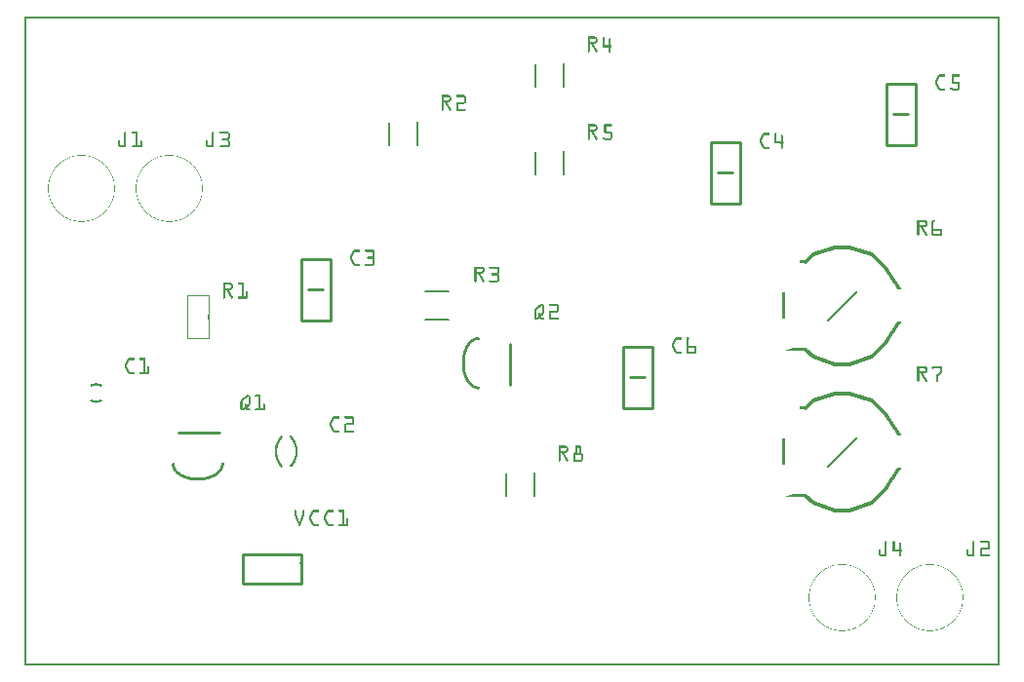
<source format=gto>
G04 MADE WITH FRITZING*
G04 WWW.FRITZING.ORG*
G04 DOUBLE SIDED*
G04 HOLES PLATED*
G04 CONTOUR ON CENTER OF CONTOUR VECTOR*
%ASAXBY*%
%FSLAX23Y23*%
%MOIN*%
%OFA0B0*%
%SFA1.0B1.0*%
%ADD10C,0.005000*%
%ADD11C,0.012000*%
%ADD12C,0.010000*%
%ADD13C,0.006000*%
%ADD14R,0.001000X0.001000*%
%LNSILK1*%
G90*
G70*
G54D10*
X2845Y783D02*
X2745Y683D01*
G54D11*
D02*
X2895Y558D02*
X2945Y608D01*
D02*
X2820Y533D02*
X2895Y558D01*
D02*
X2770Y533D02*
X2820Y533D01*
D02*
X2695Y558D02*
X2770Y533D01*
D02*
X2670Y583D02*
X2695Y558D01*
D02*
X2695Y908D02*
X2770Y933D01*
D02*
X2670Y883D02*
X2695Y908D01*
D02*
X2770Y933D02*
X2820Y933D01*
D02*
X2820Y933D02*
X2895Y908D01*
D02*
X2895Y908D02*
X2945Y858D01*
G54D10*
D02*
X2845Y1283D02*
X2745Y1183D01*
G54D11*
D02*
X2895Y1058D02*
X2945Y1108D01*
D02*
X2820Y1033D02*
X2895Y1058D01*
D02*
X2770Y1033D02*
X2820Y1033D01*
D02*
X2695Y1058D02*
X2770Y1033D01*
D02*
X2670Y1083D02*
X2695Y1058D01*
D02*
X2695Y1408D02*
X2770Y1433D01*
D02*
X2670Y1383D02*
X2695Y1408D01*
D02*
X2770Y1433D02*
X2820Y1433D01*
D02*
X2820Y1433D02*
X2895Y1408D01*
D02*
X2895Y1408D02*
X2945Y1358D01*
G54D12*
D02*
X525Y797D02*
X665Y797D01*
D02*
X2120Y988D02*
X2070Y988D01*
D02*
X2145Y1093D02*
X2145Y883D01*
D02*
X2145Y883D02*
X2045Y883D01*
D02*
X2045Y883D02*
X2045Y1093D01*
D02*
X2045Y1093D02*
X2145Y1093D01*
D02*
X3020Y1888D02*
X2970Y1888D01*
D02*
X3045Y1993D02*
X3045Y1783D01*
D02*
X3045Y1783D02*
X2945Y1783D01*
D02*
X2945Y1783D02*
X2945Y1993D01*
D02*
X2945Y1993D02*
X3045Y1993D01*
D02*
X2420Y1688D02*
X2370Y1688D01*
D02*
X2445Y1793D02*
X2445Y1583D01*
D02*
X2445Y1583D02*
X2345Y1583D01*
D02*
X2345Y1583D02*
X2345Y1793D01*
D02*
X2345Y1793D02*
X2445Y1793D01*
D02*
X1020Y1288D02*
X970Y1288D01*
D02*
X1045Y1393D02*
X1045Y1183D01*
D02*
X1045Y1183D02*
X945Y1183D01*
D02*
X945Y1183D02*
X945Y1393D01*
D02*
X945Y1393D02*
X1045Y1393D01*
D02*
X1659Y1103D02*
X1659Y963D01*
G54D13*
D02*
X1344Y1860D02*
X1344Y1780D01*
D02*
X1246Y1859D02*
X1246Y1780D01*
D02*
X1368Y1282D02*
X1449Y1282D01*
D02*
X1369Y1184D02*
X1448Y1184D01*
D02*
X1844Y2060D02*
X1844Y1980D01*
D02*
X1746Y2059D02*
X1746Y1980D01*
D02*
X1744Y660D02*
X1744Y580D01*
D02*
X1646Y659D02*
X1646Y580D01*
D02*
X1844Y1760D02*
X1844Y1680D01*
D02*
X1746Y1759D02*
X1746Y1680D01*
G54D12*
D02*
X945Y383D02*
X745Y383D01*
D02*
X745Y383D02*
X745Y283D01*
D02*
X745Y283D02*
X945Y283D01*
D02*
X945Y283D02*
X945Y383D01*
G54D14*
X0Y2222D02*
X3332Y2222D01*
X0Y2221D02*
X3332Y2221D01*
X0Y2220D02*
X3332Y2220D01*
X0Y2219D02*
X3332Y2219D01*
X0Y2218D02*
X3332Y2218D01*
X0Y2217D02*
X3332Y2217D01*
X0Y2216D02*
X3332Y2216D01*
X0Y2215D02*
X3332Y2215D01*
X0Y2214D02*
X7Y2214D01*
X3325Y2214D02*
X3332Y2214D01*
X0Y2213D02*
X7Y2213D01*
X3325Y2213D02*
X3332Y2213D01*
X0Y2212D02*
X7Y2212D01*
X3325Y2212D02*
X3332Y2212D01*
X0Y2211D02*
X7Y2211D01*
X3325Y2211D02*
X3332Y2211D01*
X0Y2210D02*
X7Y2210D01*
X3325Y2210D02*
X3332Y2210D01*
X0Y2209D02*
X7Y2209D01*
X3325Y2209D02*
X3332Y2209D01*
X0Y2208D02*
X7Y2208D01*
X3325Y2208D02*
X3332Y2208D01*
X0Y2207D02*
X7Y2207D01*
X3325Y2207D02*
X3332Y2207D01*
X0Y2206D02*
X7Y2206D01*
X3325Y2206D02*
X3332Y2206D01*
X0Y2205D02*
X7Y2205D01*
X3325Y2205D02*
X3332Y2205D01*
X0Y2204D02*
X7Y2204D01*
X3325Y2204D02*
X3332Y2204D01*
X0Y2203D02*
X7Y2203D01*
X3325Y2203D02*
X3332Y2203D01*
X0Y2202D02*
X7Y2202D01*
X3325Y2202D02*
X3332Y2202D01*
X0Y2201D02*
X7Y2201D01*
X3325Y2201D02*
X3332Y2201D01*
X0Y2200D02*
X7Y2200D01*
X3325Y2200D02*
X3332Y2200D01*
X0Y2199D02*
X7Y2199D01*
X3325Y2199D02*
X3332Y2199D01*
X0Y2198D02*
X7Y2198D01*
X3325Y2198D02*
X3332Y2198D01*
X0Y2197D02*
X7Y2197D01*
X3325Y2197D02*
X3332Y2197D01*
X0Y2196D02*
X7Y2196D01*
X3325Y2196D02*
X3332Y2196D01*
X0Y2195D02*
X7Y2195D01*
X3325Y2195D02*
X3332Y2195D01*
X0Y2194D02*
X7Y2194D01*
X3325Y2194D02*
X3332Y2194D01*
X0Y2193D02*
X7Y2193D01*
X3325Y2193D02*
X3332Y2193D01*
X0Y2192D02*
X7Y2192D01*
X3325Y2192D02*
X3332Y2192D01*
X0Y2191D02*
X7Y2191D01*
X3325Y2191D02*
X3332Y2191D01*
X0Y2190D02*
X7Y2190D01*
X3325Y2190D02*
X3332Y2190D01*
X0Y2189D02*
X7Y2189D01*
X3325Y2189D02*
X3332Y2189D01*
X0Y2188D02*
X7Y2188D01*
X3325Y2188D02*
X3332Y2188D01*
X0Y2187D02*
X7Y2187D01*
X3325Y2187D02*
X3332Y2187D01*
X0Y2186D02*
X7Y2186D01*
X3325Y2186D02*
X3332Y2186D01*
X0Y2185D02*
X7Y2185D01*
X3325Y2185D02*
X3332Y2185D01*
X0Y2184D02*
X7Y2184D01*
X3325Y2184D02*
X3332Y2184D01*
X0Y2183D02*
X7Y2183D01*
X3325Y2183D02*
X3332Y2183D01*
X0Y2182D02*
X7Y2182D01*
X3325Y2182D02*
X3332Y2182D01*
X0Y2181D02*
X7Y2181D01*
X3325Y2181D02*
X3332Y2181D01*
X0Y2180D02*
X7Y2180D01*
X3325Y2180D02*
X3332Y2180D01*
X0Y2179D02*
X7Y2179D01*
X3325Y2179D02*
X3332Y2179D01*
X0Y2178D02*
X7Y2178D01*
X3325Y2178D02*
X3332Y2178D01*
X0Y2177D02*
X7Y2177D01*
X3325Y2177D02*
X3332Y2177D01*
X0Y2176D02*
X7Y2176D01*
X3325Y2176D02*
X3332Y2176D01*
X0Y2175D02*
X7Y2175D01*
X3325Y2175D02*
X3332Y2175D01*
X0Y2174D02*
X7Y2174D01*
X3325Y2174D02*
X3332Y2174D01*
X0Y2173D02*
X7Y2173D01*
X3325Y2173D02*
X3332Y2173D01*
X0Y2172D02*
X7Y2172D01*
X3325Y2172D02*
X3332Y2172D01*
X0Y2171D02*
X7Y2171D01*
X3325Y2171D02*
X3332Y2171D01*
X0Y2170D02*
X7Y2170D01*
X3325Y2170D02*
X3332Y2170D01*
X0Y2169D02*
X7Y2169D01*
X3325Y2169D02*
X3332Y2169D01*
X0Y2168D02*
X7Y2168D01*
X3325Y2168D02*
X3332Y2168D01*
X0Y2167D02*
X7Y2167D01*
X3325Y2167D02*
X3332Y2167D01*
X0Y2166D02*
X7Y2166D01*
X3325Y2166D02*
X3332Y2166D01*
X0Y2165D02*
X7Y2165D01*
X3325Y2165D02*
X3332Y2165D01*
X0Y2164D02*
X7Y2164D01*
X3325Y2164D02*
X3332Y2164D01*
X0Y2163D02*
X7Y2163D01*
X3325Y2163D02*
X3332Y2163D01*
X0Y2162D02*
X7Y2162D01*
X3325Y2162D02*
X3332Y2162D01*
X0Y2161D02*
X7Y2161D01*
X3325Y2161D02*
X3332Y2161D01*
X0Y2160D02*
X7Y2160D01*
X3325Y2160D02*
X3332Y2160D01*
X0Y2159D02*
X7Y2159D01*
X3325Y2159D02*
X3332Y2159D01*
X0Y2158D02*
X7Y2158D01*
X3325Y2158D02*
X3332Y2158D01*
X0Y2157D02*
X7Y2157D01*
X3325Y2157D02*
X3332Y2157D01*
X0Y2156D02*
X7Y2156D01*
X3325Y2156D02*
X3332Y2156D01*
X0Y2155D02*
X7Y2155D01*
X3325Y2155D02*
X3332Y2155D01*
X0Y2154D02*
X7Y2154D01*
X3325Y2154D02*
X3332Y2154D01*
X0Y2153D02*
X7Y2153D01*
X1925Y2153D02*
X1950Y2153D01*
X1979Y2153D02*
X1980Y2153D01*
X3325Y2153D02*
X3332Y2153D01*
X0Y2152D02*
X7Y2152D01*
X1925Y2152D02*
X1953Y2152D01*
X1977Y2152D02*
X1981Y2152D01*
X3325Y2152D02*
X3332Y2152D01*
X0Y2151D02*
X7Y2151D01*
X1925Y2151D02*
X1954Y2151D01*
X1977Y2151D02*
X1982Y2151D01*
X3325Y2151D02*
X3332Y2151D01*
X0Y2150D02*
X7Y2150D01*
X1925Y2150D02*
X1955Y2150D01*
X1976Y2150D02*
X1982Y2150D01*
X3325Y2150D02*
X3332Y2150D01*
X0Y2149D02*
X7Y2149D01*
X1925Y2149D02*
X1956Y2149D01*
X1976Y2149D02*
X1982Y2149D01*
X3325Y2149D02*
X3332Y2149D01*
X0Y2148D02*
X7Y2148D01*
X1925Y2148D02*
X1957Y2148D01*
X1976Y2148D02*
X1982Y2148D01*
X3325Y2148D02*
X3332Y2148D01*
X0Y2147D02*
X7Y2147D01*
X1925Y2147D02*
X1957Y2147D01*
X1976Y2147D02*
X1982Y2147D01*
X1999Y2147D02*
X2001Y2147D01*
X3325Y2147D02*
X3332Y2147D01*
X0Y2146D02*
X7Y2146D01*
X1925Y2146D02*
X1931Y2146D01*
X1950Y2146D02*
X1958Y2146D01*
X1976Y2146D02*
X1982Y2146D01*
X1998Y2146D02*
X2002Y2146D01*
X3325Y2146D02*
X3332Y2146D01*
X0Y2145D02*
X7Y2145D01*
X1925Y2145D02*
X1931Y2145D01*
X1951Y2145D02*
X1958Y2145D01*
X1976Y2145D02*
X1982Y2145D01*
X1997Y2145D02*
X2003Y2145D01*
X3325Y2145D02*
X3332Y2145D01*
X0Y2144D02*
X7Y2144D01*
X1925Y2144D02*
X1931Y2144D01*
X1952Y2144D02*
X1958Y2144D01*
X1976Y2144D02*
X1982Y2144D01*
X1997Y2144D02*
X2003Y2144D01*
X3325Y2144D02*
X3332Y2144D01*
X0Y2143D02*
X7Y2143D01*
X1925Y2143D02*
X1931Y2143D01*
X1952Y2143D02*
X1958Y2143D01*
X1976Y2143D02*
X1982Y2143D01*
X1997Y2143D02*
X2003Y2143D01*
X3325Y2143D02*
X3332Y2143D01*
X0Y2142D02*
X7Y2142D01*
X1925Y2142D02*
X1931Y2142D01*
X1952Y2142D02*
X1958Y2142D01*
X1976Y2142D02*
X1982Y2142D01*
X1997Y2142D02*
X2003Y2142D01*
X3325Y2142D02*
X3332Y2142D01*
X0Y2141D02*
X7Y2141D01*
X1925Y2141D02*
X1931Y2141D01*
X1952Y2141D02*
X1958Y2141D01*
X1976Y2141D02*
X1982Y2141D01*
X1997Y2141D02*
X2003Y2141D01*
X3325Y2141D02*
X3332Y2141D01*
X0Y2140D02*
X7Y2140D01*
X1925Y2140D02*
X1931Y2140D01*
X1952Y2140D02*
X1958Y2140D01*
X1976Y2140D02*
X1982Y2140D01*
X1997Y2140D02*
X2003Y2140D01*
X3325Y2140D02*
X3332Y2140D01*
X0Y2139D02*
X7Y2139D01*
X1925Y2139D02*
X1931Y2139D01*
X1952Y2139D02*
X1958Y2139D01*
X1976Y2139D02*
X1982Y2139D01*
X1997Y2139D02*
X2003Y2139D01*
X3325Y2139D02*
X3332Y2139D01*
X0Y2138D02*
X7Y2138D01*
X1925Y2138D02*
X1931Y2138D01*
X1952Y2138D02*
X1958Y2138D01*
X1976Y2138D02*
X1982Y2138D01*
X1997Y2138D02*
X2003Y2138D01*
X3325Y2138D02*
X3332Y2138D01*
X0Y2137D02*
X7Y2137D01*
X1925Y2137D02*
X1931Y2137D01*
X1951Y2137D02*
X1958Y2137D01*
X1976Y2137D02*
X1982Y2137D01*
X1997Y2137D02*
X2003Y2137D01*
X3325Y2137D02*
X3332Y2137D01*
X0Y2136D02*
X7Y2136D01*
X1925Y2136D02*
X1931Y2136D01*
X1950Y2136D02*
X1958Y2136D01*
X1976Y2136D02*
X1982Y2136D01*
X1997Y2136D02*
X2003Y2136D01*
X3325Y2136D02*
X3332Y2136D01*
X0Y2135D02*
X7Y2135D01*
X1925Y2135D02*
X1957Y2135D01*
X1976Y2135D02*
X1982Y2135D01*
X1997Y2135D02*
X2003Y2135D01*
X3325Y2135D02*
X3332Y2135D01*
X0Y2134D02*
X7Y2134D01*
X1925Y2134D02*
X1957Y2134D01*
X1976Y2134D02*
X1982Y2134D01*
X1997Y2134D02*
X2003Y2134D01*
X3325Y2134D02*
X3332Y2134D01*
X0Y2133D02*
X7Y2133D01*
X1925Y2133D02*
X1956Y2133D01*
X1976Y2133D02*
X1982Y2133D01*
X1997Y2133D02*
X2003Y2133D01*
X3325Y2133D02*
X3332Y2133D01*
X0Y2132D02*
X7Y2132D01*
X1925Y2132D02*
X1955Y2132D01*
X1976Y2132D02*
X1982Y2132D01*
X1997Y2132D02*
X2003Y2132D01*
X3325Y2132D02*
X3332Y2132D01*
X0Y2131D02*
X7Y2131D01*
X1925Y2131D02*
X1954Y2131D01*
X1976Y2131D02*
X1982Y2131D01*
X1997Y2131D02*
X2003Y2131D01*
X3325Y2131D02*
X3332Y2131D01*
X0Y2130D02*
X7Y2130D01*
X1925Y2130D02*
X1953Y2130D01*
X1976Y2130D02*
X1982Y2130D01*
X1997Y2130D02*
X2003Y2130D01*
X3325Y2130D02*
X3332Y2130D01*
X0Y2129D02*
X7Y2129D01*
X1925Y2129D02*
X1951Y2129D01*
X1976Y2129D02*
X1982Y2129D01*
X1997Y2129D02*
X2003Y2129D01*
X3325Y2129D02*
X3332Y2129D01*
X0Y2128D02*
X7Y2128D01*
X1925Y2128D02*
X1931Y2128D01*
X1937Y2128D02*
X1944Y2128D01*
X1976Y2128D02*
X1982Y2128D01*
X1997Y2128D02*
X2003Y2128D01*
X3325Y2128D02*
X3332Y2128D01*
X0Y2127D02*
X7Y2127D01*
X1925Y2127D02*
X1931Y2127D01*
X1937Y2127D02*
X1945Y2127D01*
X1976Y2127D02*
X1982Y2127D01*
X1997Y2127D02*
X2003Y2127D01*
X3325Y2127D02*
X3332Y2127D01*
X0Y2126D02*
X7Y2126D01*
X1925Y2126D02*
X1931Y2126D01*
X1938Y2126D02*
X1945Y2126D01*
X1976Y2126D02*
X1982Y2126D01*
X1997Y2126D02*
X2003Y2126D01*
X3325Y2126D02*
X3332Y2126D01*
X0Y2125D02*
X7Y2125D01*
X1925Y2125D02*
X1931Y2125D01*
X1938Y2125D02*
X1946Y2125D01*
X1976Y2125D02*
X1982Y2125D01*
X1997Y2125D02*
X2003Y2125D01*
X3325Y2125D02*
X3332Y2125D01*
X0Y2124D02*
X7Y2124D01*
X1925Y2124D02*
X1931Y2124D01*
X1939Y2124D02*
X1946Y2124D01*
X1976Y2124D02*
X1983Y2124D01*
X1997Y2124D02*
X2003Y2124D01*
X3325Y2124D02*
X3332Y2124D01*
X0Y2123D02*
X7Y2123D01*
X1925Y2123D02*
X1931Y2123D01*
X1940Y2123D02*
X1947Y2123D01*
X1976Y2123D02*
X2005Y2123D01*
X3325Y2123D02*
X3332Y2123D01*
X0Y2122D02*
X7Y2122D01*
X1925Y2122D02*
X1931Y2122D01*
X1940Y2122D02*
X1947Y2122D01*
X1976Y2122D02*
X2006Y2122D01*
X3325Y2122D02*
X3332Y2122D01*
X0Y2121D02*
X7Y2121D01*
X1925Y2121D02*
X1931Y2121D01*
X1941Y2121D02*
X1948Y2121D01*
X1976Y2121D02*
X2006Y2121D01*
X3325Y2121D02*
X3332Y2121D01*
X0Y2120D02*
X7Y2120D01*
X1925Y2120D02*
X1931Y2120D01*
X1941Y2120D02*
X1949Y2120D01*
X1976Y2120D02*
X2006Y2120D01*
X3325Y2120D02*
X3332Y2120D01*
X0Y2119D02*
X7Y2119D01*
X1925Y2119D02*
X1931Y2119D01*
X1942Y2119D02*
X1949Y2119D01*
X1976Y2119D02*
X2006Y2119D01*
X3325Y2119D02*
X3332Y2119D01*
X0Y2118D02*
X7Y2118D01*
X1925Y2118D02*
X1931Y2118D01*
X1943Y2118D02*
X1950Y2118D01*
X1976Y2118D02*
X2006Y2118D01*
X3325Y2118D02*
X3332Y2118D01*
X0Y2117D02*
X7Y2117D01*
X1925Y2117D02*
X1931Y2117D01*
X1943Y2117D02*
X1950Y2117D01*
X1976Y2117D02*
X2004Y2117D01*
X3325Y2117D02*
X3332Y2117D01*
X0Y2116D02*
X7Y2116D01*
X1925Y2116D02*
X1931Y2116D01*
X1944Y2116D02*
X1951Y2116D01*
X1997Y2116D02*
X2003Y2116D01*
X3325Y2116D02*
X3332Y2116D01*
X0Y2115D02*
X7Y2115D01*
X1925Y2115D02*
X1931Y2115D01*
X1944Y2115D02*
X1952Y2115D01*
X1997Y2115D02*
X2003Y2115D01*
X3325Y2115D02*
X3332Y2115D01*
X0Y2114D02*
X7Y2114D01*
X1925Y2114D02*
X1931Y2114D01*
X1945Y2114D02*
X1952Y2114D01*
X1997Y2114D02*
X2003Y2114D01*
X3325Y2114D02*
X3332Y2114D01*
X0Y2113D02*
X7Y2113D01*
X1925Y2113D02*
X1931Y2113D01*
X1945Y2113D02*
X1953Y2113D01*
X1997Y2113D02*
X2003Y2113D01*
X3325Y2113D02*
X3332Y2113D01*
X0Y2112D02*
X7Y2112D01*
X1925Y2112D02*
X1931Y2112D01*
X1946Y2112D02*
X1953Y2112D01*
X1997Y2112D02*
X2003Y2112D01*
X3325Y2112D02*
X3332Y2112D01*
X0Y2111D02*
X7Y2111D01*
X1925Y2111D02*
X1931Y2111D01*
X1947Y2111D02*
X1954Y2111D01*
X1997Y2111D02*
X2003Y2111D01*
X3325Y2111D02*
X3332Y2111D01*
X0Y2110D02*
X7Y2110D01*
X1925Y2110D02*
X1931Y2110D01*
X1947Y2110D02*
X1954Y2110D01*
X1997Y2110D02*
X2003Y2110D01*
X3325Y2110D02*
X3332Y2110D01*
X0Y2109D02*
X7Y2109D01*
X1925Y2109D02*
X1931Y2109D01*
X1948Y2109D02*
X1955Y2109D01*
X1997Y2109D02*
X2003Y2109D01*
X3325Y2109D02*
X3332Y2109D01*
X0Y2108D02*
X7Y2108D01*
X1925Y2108D02*
X1931Y2108D01*
X1948Y2108D02*
X1956Y2108D01*
X1997Y2108D02*
X2003Y2108D01*
X3325Y2108D02*
X3332Y2108D01*
X0Y2107D02*
X7Y2107D01*
X1925Y2107D02*
X1931Y2107D01*
X1949Y2107D02*
X1956Y2107D01*
X1997Y2107D02*
X2003Y2107D01*
X3325Y2107D02*
X3332Y2107D01*
X0Y2106D02*
X7Y2106D01*
X1925Y2106D02*
X1931Y2106D01*
X1950Y2106D02*
X1957Y2106D01*
X1997Y2106D02*
X2003Y2106D01*
X3325Y2106D02*
X3332Y2106D01*
X0Y2105D02*
X7Y2105D01*
X1925Y2105D02*
X1931Y2105D01*
X1950Y2105D02*
X1957Y2105D01*
X1997Y2105D02*
X2003Y2105D01*
X3325Y2105D02*
X3332Y2105D01*
X0Y2104D02*
X7Y2104D01*
X1925Y2104D02*
X1931Y2104D01*
X1951Y2104D02*
X1958Y2104D01*
X1997Y2104D02*
X2003Y2104D01*
X3325Y2104D02*
X3332Y2104D01*
X0Y2103D02*
X7Y2103D01*
X1925Y2103D02*
X1931Y2103D01*
X1951Y2103D02*
X1958Y2103D01*
X1997Y2103D02*
X2003Y2103D01*
X3325Y2103D02*
X3332Y2103D01*
X0Y2102D02*
X7Y2102D01*
X1925Y2102D02*
X1931Y2102D01*
X1952Y2102D02*
X1958Y2102D01*
X1997Y2102D02*
X2003Y2102D01*
X3325Y2102D02*
X3332Y2102D01*
X0Y2101D02*
X7Y2101D01*
X1925Y2101D02*
X1930Y2101D01*
X1953Y2101D02*
X1958Y2101D01*
X1997Y2101D02*
X2003Y2101D01*
X3325Y2101D02*
X3332Y2101D01*
X0Y2100D02*
X7Y2100D01*
X1926Y2100D02*
X1929Y2100D01*
X1953Y2100D02*
X1957Y2100D01*
X1998Y2100D02*
X2002Y2100D01*
X3325Y2100D02*
X3332Y2100D01*
X0Y2099D02*
X7Y2099D01*
X3325Y2099D02*
X3332Y2099D01*
X0Y2098D02*
X7Y2098D01*
X3325Y2098D02*
X3332Y2098D01*
X0Y2097D02*
X7Y2097D01*
X3325Y2097D02*
X3332Y2097D01*
X0Y2096D02*
X7Y2096D01*
X3325Y2096D02*
X3332Y2096D01*
X0Y2095D02*
X7Y2095D01*
X3325Y2095D02*
X3332Y2095D01*
X0Y2094D02*
X7Y2094D01*
X3325Y2094D02*
X3332Y2094D01*
X0Y2093D02*
X7Y2093D01*
X3325Y2093D02*
X3332Y2093D01*
X0Y2092D02*
X7Y2092D01*
X3325Y2092D02*
X3332Y2092D01*
X0Y2091D02*
X7Y2091D01*
X3325Y2091D02*
X3332Y2091D01*
X0Y2090D02*
X7Y2090D01*
X3325Y2090D02*
X3332Y2090D01*
X0Y2089D02*
X7Y2089D01*
X3325Y2089D02*
X3332Y2089D01*
X0Y2088D02*
X7Y2088D01*
X3325Y2088D02*
X3332Y2088D01*
X0Y2087D02*
X7Y2087D01*
X3325Y2087D02*
X3332Y2087D01*
X0Y2086D02*
X7Y2086D01*
X3325Y2086D02*
X3332Y2086D01*
X0Y2085D02*
X7Y2085D01*
X3325Y2085D02*
X3332Y2085D01*
X0Y2084D02*
X7Y2084D01*
X3325Y2084D02*
X3332Y2084D01*
X0Y2083D02*
X7Y2083D01*
X3325Y2083D02*
X3332Y2083D01*
X0Y2082D02*
X7Y2082D01*
X3325Y2082D02*
X3332Y2082D01*
X0Y2081D02*
X7Y2081D01*
X3325Y2081D02*
X3332Y2081D01*
X0Y2080D02*
X7Y2080D01*
X3325Y2080D02*
X3332Y2080D01*
X0Y2079D02*
X7Y2079D01*
X3325Y2079D02*
X3332Y2079D01*
X0Y2078D02*
X7Y2078D01*
X3325Y2078D02*
X3332Y2078D01*
X0Y2077D02*
X7Y2077D01*
X3325Y2077D02*
X3332Y2077D01*
X0Y2076D02*
X7Y2076D01*
X3325Y2076D02*
X3332Y2076D01*
X0Y2075D02*
X7Y2075D01*
X3325Y2075D02*
X3332Y2075D01*
X0Y2074D02*
X7Y2074D01*
X3325Y2074D02*
X3332Y2074D01*
X0Y2073D02*
X7Y2073D01*
X3325Y2073D02*
X3332Y2073D01*
X0Y2072D02*
X7Y2072D01*
X3325Y2072D02*
X3332Y2072D01*
X0Y2071D02*
X7Y2071D01*
X3325Y2071D02*
X3332Y2071D01*
X0Y2070D02*
X7Y2070D01*
X3325Y2070D02*
X3332Y2070D01*
X0Y2069D02*
X7Y2069D01*
X3325Y2069D02*
X3332Y2069D01*
X0Y2068D02*
X7Y2068D01*
X3325Y2068D02*
X3332Y2068D01*
X0Y2067D02*
X7Y2067D01*
X3325Y2067D02*
X3332Y2067D01*
X0Y2066D02*
X7Y2066D01*
X3325Y2066D02*
X3332Y2066D01*
X0Y2065D02*
X7Y2065D01*
X3325Y2065D02*
X3332Y2065D01*
X0Y2064D02*
X7Y2064D01*
X3325Y2064D02*
X3332Y2064D01*
X0Y2063D02*
X7Y2063D01*
X3325Y2063D02*
X3332Y2063D01*
X0Y2062D02*
X7Y2062D01*
X3325Y2062D02*
X3332Y2062D01*
X0Y2061D02*
X7Y2061D01*
X3325Y2061D02*
X3332Y2061D01*
X0Y2060D02*
X7Y2060D01*
X3325Y2060D02*
X3332Y2060D01*
X0Y2059D02*
X7Y2059D01*
X3325Y2059D02*
X3332Y2059D01*
X0Y2058D02*
X7Y2058D01*
X3325Y2058D02*
X3332Y2058D01*
X0Y2057D02*
X7Y2057D01*
X3325Y2057D02*
X3332Y2057D01*
X0Y2056D02*
X7Y2056D01*
X3325Y2056D02*
X3332Y2056D01*
X0Y2055D02*
X7Y2055D01*
X3325Y2055D02*
X3332Y2055D01*
X0Y2054D02*
X7Y2054D01*
X3325Y2054D02*
X3332Y2054D01*
X0Y2053D02*
X7Y2053D01*
X3325Y2053D02*
X3332Y2053D01*
X0Y2052D02*
X7Y2052D01*
X3325Y2052D02*
X3332Y2052D01*
X0Y2051D02*
X7Y2051D01*
X3325Y2051D02*
X3332Y2051D01*
X0Y2050D02*
X7Y2050D01*
X3325Y2050D02*
X3332Y2050D01*
X0Y2049D02*
X7Y2049D01*
X3325Y2049D02*
X3332Y2049D01*
X0Y2048D02*
X7Y2048D01*
X3325Y2048D02*
X3332Y2048D01*
X0Y2047D02*
X7Y2047D01*
X3325Y2047D02*
X3332Y2047D01*
X0Y2046D02*
X7Y2046D01*
X3325Y2046D02*
X3332Y2046D01*
X0Y2045D02*
X7Y2045D01*
X3325Y2045D02*
X3332Y2045D01*
X0Y2044D02*
X7Y2044D01*
X3325Y2044D02*
X3332Y2044D01*
X0Y2043D02*
X7Y2043D01*
X3325Y2043D02*
X3332Y2043D01*
X0Y2042D02*
X7Y2042D01*
X3325Y2042D02*
X3332Y2042D01*
X0Y2041D02*
X7Y2041D01*
X3325Y2041D02*
X3332Y2041D01*
X0Y2040D02*
X7Y2040D01*
X3325Y2040D02*
X3332Y2040D01*
X0Y2039D02*
X7Y2039D01*
X3325Y2039D02*
X3332Y2039D01*
X0Y2038D02*
X7Y2038D01*
X3325Y2038D02*
X3332Y2038D01*
X0Y2037D02*
X7Y2037D01*
X3325Y2037D02*
X3332Y2037D01*
X0Y2036D02*
X7Y2036D01*
X3325Y2036D02*
X3332Y2036D01*
X0Y2035D02*
X7Y2035D01*
X3325Y2035D02*
X3332Y2035D01*
X0Y2034D02*
X7Y2034D01*
X3325Y2034D02*
X3332Y2034D01*
X0Y2033D02*
X7Y2033D01*
X3325Y2033D02*
X3332Y2033D01*
X0Y2032D02*
X7Y2032D01*
X3325Y2032D02*
X3332Y2032D01*
X0Y2031D02*
X7Y2031D01*
X3325Y2031D02*
X3332Y2031D01*
X0Y2030D02*
X7Y2030D01*
X3325Y2030D02*
X3332Y2030D01*
X0Y2029D02*
X7Y2029D01*
X3325Y2029D02*
X3332Y2029D01*
X0Y2028D02*
X7Y2028D01*
X3325Y2028D02*
X3332Y2028D01*
X0Y2027D02*
X7Y2027D01*
X3325Y2027D02*
X3332Y2027D01*
X0Y2026D02*
X7Y2026D01*
X3325Y2026D02*
X3332Y2026D01*
X0Y2025D02*
X7Y2025D01*
X3325Y2025D02*
X3332Y2025D01*
X0Y2024D02*
X7Y2024D01*
X3325Y2024D02*
X3332Y2024D01*
X0Y2023D02*
X7Y2023D01*
X3127Y2023D02*
X3144Y2023D01*
X3169Y2023D02*
X3194Y2023D01*
X3325Y2023D02*
X3332Y2023D01*
X0Y2022D02*
X7Y2022D01*
X3125Y2022D02*
X3145Y2022D01*
X3169Y2022D02*
X3195Y2022D01*
X3325Y2022D02*
X3332Y2022D01*
X0Y2021D02*
X7Y2021D01*
X3124Y2021D02*
X3146Y2021D01*
X3169Y2021D02*
X3196Y2021D01*
X3325Y2021D02*
X3332Y2021D01*
X0Y2020D02*
X7Y2020D01*
X3123Y2020D02*
X3146Y2020D01*
X3169Y2020D02*
X3196Y2020D01*
X3325Y2020D02*
X3332Y2020D01*
X0Y2019D02*
X7Y2019D01*
X3122Y2019D02*
X3146Y2019D01*
X3169Y2019D02*
X3196Y2019D01*
X3325Y2019D02*
X3332Y2019D01*
X0Y2018D02*
X7Y2018D01*
X3121Y2018D02*
X3145Y2018D01*
X3169Y2018D02*
X3195Y2018D01*
X3325Y2018D02*
X3332Y2018D01*
X0Y2017D02*
X7Y2017D01*
X3121Y2017D02*
X3144Y2017D01*
X3169Y2017D02*
X3194Y2017D01*
X3325Y2017D02*
X3332Y2017D01*
X0Y2016D02*
X7Y2016D01*
X3120Y2016D02*
X3128Y2016D01*
X3169Y2016D02*
X3175Y2016D01*
X3325Y2016D02*
X3332Y2016D01*
X0Y2015D02*
X7Y2015D01*
X3120Y2015D02*
X3127Y2015D01*
X3169Y2015D02*
X3175Y2015D01*
X3325Y2015D02*
X3332Y2015D01*
X0Y2014D02*
X7Y2014D01*
X3119Y2014D02*
X3126Y2014D01*
X3169Y2014D02*
X3175Y2014D01*
X3325Y2014D02*
X3332Y2014D01*
X0Y2013D02*
X7Y2013D01*
X3119Y2013D02*
X3126Y2013D01*
X3169Y2013D02*
X3175Y2013D01*
X3325Y2013D02*
X3332Y2013D01*
X0Y2012D02*
X7Y2012D01*
X3118Y2012D02*
X3125Y2012D01*
X3169Y2012D02*
X3175Y2012D01*
X3325Y2012D02*
X3332Y2012D01*
X0Y2011D02*
X7Y2011D01*
X3118Y2011D02*
X3125Y2011D01*
X3169Y2011D02*
X3175Y2011D01*
X3325Y2011D02*
X3332Y2011D01*
X0Y2010D02*
X7Y2010D01*
X3117Y2010D02*
X3124Y2010D01*
X3169Y2010D02*
X3175Y2010D01*
X3325Y2010D02*
X3332Y2010D01*
X0Y2009D02*
X7Y2009D01*
X3117Y2009D02*
X3124Y2009D01*
X3169Y2009D02*
X3175Y2009D01*
X3325Y2009D02*
X3332Y2009D01*
X0Y2008D02*
X7Y2008D01*
X3116Y2008D02*
X3123Y2008D01*
X3169Y2008D02*
X3175Y2008D01*
X3325Y2008D02*
X3332Y2008D01*
X0Y2007D02*
X7Y2007D01*
X3116Y2007D02*
X3123Y2007D01*
X3169Y2007D02*
X3175Y2007D01*
X3325Y2007D02*
X3332Y2007D01*
X0Y2006D02*
X7Y2006D01*
X3115Y2006D02*
X3122Y2006D01*
X3169Y2006D02*
X3175Y2006D01*
X3325Y2006D02*
X3332Y2006D01*
X0Y2005D02*
X7Y2005D01*
X3115Y2005D02*
X3122Y2005D01*
X3169Y2005D02*
X3175Y2005D01*
X3325Y2005D02*
X3332Y2005D01*
X0Y2004D02*
X7Y2004D01*
X3114Y2004D02*
X3121Y2004D01*
X3169Y2004D02*
X3175Y2004D01*
X3325Y2004D02*
X3332Y2004D01*
X0Y2003D02*
X7Y2003D01*
X3114Y2003D02*
X3121Y2003D01*
X3169Y2003D02*
X3175Y2003D01*
X3325Y2003D02*
X3332Y2003D01*
X0Y2002D02*
X7Y2002D01*
X3114Y2002D02*
X3120Y2002D01*
X3169Y2002D02*
X3175Y2002D01*
X3325Y2002D02*
X3332Y2002D01*
X0Y2001D02*
X7Y2001D01*
X3113Y2001D02*
X3120Y2001D01*
X3169Y2001D02*
X3175Y2001D01*
X3325Y2001D02*
X3332Y2001D01*
X0Y2000D02*
X7Y2000D01*
X3113Y2000D02*
X3119Y2000D01*
X3169Y2000D02*
X3176Y2000D01*
X3325Y2000D02*
X3332Y2000D01*
X0Y1999D02*
X7Y1999D01*
X3113Y1999D02*
X3119Y1999D01*
X3169Y1999D02*
X3192Y1999D01*
X3325Y1999D02*
X3332Y1999D01*
X0Y1998D02*
X7Y1998D01*
X3113Y1998D02*
X3119Y1998D01*
X3169Y1998D02*
X3194Y1998D01*
X3325Y1998D02*
X3332Y1998D01*
X0Y1997D02*
X7Y1997D01*
X3113Y1997D02*
X3119Y1997D01*
X3169Y1997D02*
X3195Y1997D01*
X3325Y1997D02*
X3332Y1997D01*
X0Y1996D02*
X7Y1996D01*
X3113Y1996D02*
X3119Y1996D01*
X3169Y1996D02*
X3195Y1996D01*
X3325Y1996D02*
X3332Y1996D01*
X0Y1995D02*
X7Y1995D01*
X3113Y1995D02*
X3119Y1995D01*
X3169Y1995D02*
X3196Y1995D01*
X3325Y1995D02*
X3332Y1995D01*
X0Y1994D02*
X7Y1994D01*
X3113Y1994D02*
X3119Y1994D01*
X3169Y1994D02*
X3196Y1994D01*
X3325Y1994D02*
X3332Y1994D01*
X0Y1993D02*
X7Y1993D01*
X3113Y1993D02*
X3119Y1993D01*
X3170Y1993D02*
X3196Y1993D01*
X3325Y1993D02*
X3332Y1993D01*
X0Y1992D02*
X7Y1992D01*
X3113Y1992D02*
X3120Y1992D01*
X3190Y1992D02*
X3196Y1992D01*
X3325Y1992D02*
X3332Y1992D01*
X0Y1991D02*
X7Y1991D01*
X3114Y1991D02*
X3120Y1991D01*
X3190Y1991D02*
X3196Y1991D01*
X3325Y1991D02*
X3332Y1991D01*
X0Y1990D02*
X7Y1990D01*
X3114Y1990D02*
X3121Y1990D01*
X3190Y1990D02*
X3196Y1990D01*
X3325Y1990D02*
X3332Y1990D01*
X0Y1989D02*
X7Y1989D01*
X3114Y1989D02*
X3121Y1989D01*
X3190Y1989D02*
X3196Y1989D01*
X3325Y1989D02*
X3332Y1989D01*
X0Y1988D02*
X7Y1988D01*
X3115Y1988D02*
X3122Y1988D01*
X3190Y1988D02*
X3196Y1988D01*
X3325Y1988D02*
X3332Y1988D01*
X0Y1987D02*
X7Y1987D01*
X3115Y1987D02*
X3122Y1987D01*
X3190Y1987D02*
X3196Y1987D01*
X3325Y1987D02*
X3332Y1987D01*
X0Y1986D02*
X7Y1986D01*
X3116Y1986D02*
X3123Y1986D01*
X3190Y1986D02*
X3196Y1986D01*
X3325Y1986D02*
X3332Y1986D01*
X0Y1985D02*
X7Y1985D01*
X3116Y1985D02*
X3123Y1985D01*
X3190Y1985D02*
X3196Y1985D01*
X3325Y1985D02*
X3332Y1985D01*
X0Y1984D02*
X7Y1984D01*
X3117Y1984D02*
X3124Y1984D01*
X3190Y1984D02*
X3196Y1984D01*
X3325Y1984D02*
X3332Y1984D01*
X0Y1983D02*
X7Y1983D01*
X3117Y1983D02*
X3124Y1983D01*
X3190Y1983D02*
X3196Y1983D01*
X3325Y1983D02*
X3332Y1983D01*
X0Y1982D02*
X7Y1982D01*
X3118Y1982D02*
X3125Y1982D01*
X3190Y1982D02*
X3196Y1982D01*
X3325Y1982D02*
X3332Y1982D01*
X0Y1981D02*
X7Y1981D01*
X3118Y1981D02*
X3125Y1981D01*
X3190Y1981D02*
X3196Y1981D01*
X3325Y1981D02*
X3332Y1981D01*
X0Y1980D02*
X7Y1980D01*
X3119Y1980D02*
X3126Y1980D01*
X3190Y1980D02*
X3196Y1980D01*
X3325Y1980D02*
X3332Y1980D01*
X0Y1979D02*
X7Y1979D01*
X3119Y1979D02*
X3126Y1979D01*
X3165Y1979D02*
X3166Y1979D01*
X3190Y1979D02*
X3196Y1979D01*
X3325Y1979D02*
X3332Y1979D01*
X0Y1978D02*
X7Y1978D01*
X3120Y1978D02*
X3127Y1978D01*
X3163Y1978D02*
X3169Y1978D01*
X3190Y1978D02*
X3196Y1978D01*
X3325Y1978D02*
X3332Y1978D01*
X0Y1977D02*
X7Y1977D01*
X3120Y1977D02*
X3128Y1977D01*
X3163Y1977D02*
X3171Y1977D01*
X3190Y1977D02*
X3196Y1977D01*
X3325Y1977D02*
X3332Y1977D01*
X0Y1976D02*
X7Y1976D01*
X3121Y1976D02*
X3144Y1976D01*
X3163Y1976D02*
X3196Y1976D01*
X3325Y1976D02*
X3332Y1976D01*
X0Y1975D02*
X7Y1975D01*
X3121Y1975D02*
X3145Y1975D01*
X3163Y1975D02*
X3196Y1975D01*
X3325Y1975D02*
X3332Y1975D01*
X0Y1974D02*
X7Y1974D01*
X3122Y1974D02*
X3146Y1974D01*
X3163Y1974D02*
X3196Y1974D01*
X3325Y1974D02*
X3332Y1974D01*
X0Y1973D02*
X7Y1973D01*
X3123Y1973D02*
X3146Y1973D01*
X3164Y1973D02*
X3195Y1973D01*
X3325Y1973D02*
X3332Y1973D01*
X0Y1972D02*
X7Y1972D01*
X3124Y1972D02*
X3146Y1972D01*
X3166Y1972D02*
X3194Y1972D01*
X3325Y1972D02*
X3332Y1972D01*
X0Y1971D02*
X7Y1971D01*
X3125Y1971D02*
X3145Y1971D01*
X3168Y1971D02*
X3193Y1971D01*
X3325Y1971D02*
X3332Y1971D01*
X0Y1970D02*
X7Y1970D01*
X3127Y1970D02*
X3144Y1970D01*
X3170Y1970D02*
X3192Y1970D01*
X3325Y1970D02*
X3332Y1970D01*
X0Y1969D02*
X7Y1969D01*
X3325Y1969D02*
X3332Y1969D01*
X0Y1968D02*
X7Y1968D01*
X3325Y1968D02*
X3332Y1968D01*
X0Y1967D02*
X7Y1967D01*
X3325Y1967D02*
X3332Y1967D01*
X0Y1966D02*
X7Y1966D01*
X3325Y1966D02*
X3332Y1966D01*
X0Y1965D02*
X7Y1965D01*
X3325Y1965D02*
X3332Y1965D01*
X0Y1964D02*
X7Y1964D01*
X3325Y1964D02*
X3332Y1964D01*
X0Y1963D02*
X7Y1963D01*
X3325Y1963D02*
X3332Y1963D01*
X0Y1962D02*
X7Y1962D01*
X3325Y1962D02*
X3332Y1962D01*
X0Y1961D02*
X7Y1961D01*
X3325Y1961D02*
X3332Y1961D01*
X0Y1960D02*
X7Y1960D01*
X3325Y1960D02*
X3332Y1960D01*
X0Y1959D02*
X7Y1959D01*
X3325Y1959D02*
X3332Y1959D01*
X0Y1958D02*
X7Y1958D01*
X3325Y1958D02*
X3332Y1958D01*
X0Y1957D02*
X7Y1957D01*
X3325Y1957D02*
X3332Y1957D01*
X0Y1956D02*
X7Y1956D01*
X3325Y1956D02*
X3332Y1956D01*
X0Y1955D02*
X7Y1955D01*
X3325Y1955D02*
X3332Y1955D01*
X0Y1954D02*
X7Y1954D01*
X3325Y1954D02*
X3332Y1954D01*
X0Y1953D02*
X7Y1953D01*
X1425Y1953D02*
X1450Y1953D01*
X1477Y1953D02*
X1503Y1953D01*
X3325Y1953D02*
X3332Y1953D01*
X0Y1952D02*
X7Y1952D01*
X1425Y1952D02*
X1453Y1952D01*
X1476Y1952D02*
X1505Y1952D01*
X3325Y1952D02*
X3332Y1952D01*
X0Y1951D02*
X7Y1951D01*
X1425Y1951D02*
X1454Y1951D01*
X1475Y1951D02*
X1506Y1951D01*
X3325Y1951D02*
X3332Y1951D01*
X0Y1950D02*
X7Y1950D01*
X1425Y1950D02*
X1455Y1950D01*
X1475Y1950D02*
X1507Y1950D01*
X3325Y1950D02*
X3332Y1950D01*
X0Y1949D02*
X7Y1949D01*
X1425Y1949D02*
X1456Y1949D01*
X1475Y1949D02*
X1508Y1949D01*
X3325Y1949D02*
X3332Y1949D01*
X0Y1948D02*
X7Y1948D01*
X1425Y1948D02*
X1457Y1948D01*
X1475Y1948D02*
X1508Y1948D01*
X3325Y1948D02*
X3332Y1948D01*
X0Y1947D02*
X7Y1947D01*
X1425Y1947D02*
X1457Y1947D01*
X1476Y1947D02*
X1508Y1947D01*
X3325Y1947D02*
X3332Y1947D01*
X0Y1946D02*
X7Y1946D01*
X1425Y1946D02*
X1431Y1946D01*
X1450Y1946D02*
X1458Y1946D01*
X1502Y1946D02*
X1508Y1946D01*
X3325Y1946D02*
X3332Y1946D01*
X0Y1945D02*
X7Y1945D01*
X1425Y1945D02*
X1431Y1945D01*
X1451Y1945D02*
X1458Y1945D01*
X1502Y1945D02*
X1508Y1945D01*
X3325Y1945D02*
X3332Y1945D01*
X0Y1944D02*
X7Y1944D01*
X1425Y1944D02*
X1431Y1944D01*
X1452Y1944D02*
X1458Y1944D01*
X1502Y1944D02*
X1508Y1944D01*
X3325Y1944D02*
X3332Y1944D01*
X0Y1943D02*
X7Y1943D01*
X1425Y1943D02*
X1431Y1943D01*
X1452Y1943D02*
X1458Y1943D01*
X1502Y1943D02*
X1508Y1943D01*
X3325Y1943D02*
X3332Y1943D01*
X0Y1942D02*
X7Y1942D01*
X1425Y1942D02*
X1431Y1942D01*
X1452Y1942D02*
X1458Y1942D01*
X1502Y1942D02*
X1508Y1942D01*
X3325Y1942D02*
X3332Y1942D01*
X0Y1941D02*
X7Y1941D01*
X1425Y1941D02*
X1431Y1941D01*
X1452Y1941D02*
X1458Y1941D01*
X1502Y1941D02*
X1508Y1941D01*
X3325Y1941D02*
X3332Y1941D01*
X0Y1940D02*
X7Y1940D01*
X1425Y1940D02*
X1431Y1940D01*
X1452Y1940D02*
X1458Y1940D01*
X1502Y1940D02*
X1508Y1940D01*
X3325Y1940D02*
X3332Y1940D01*
X0Y1939D02*
X7Y1939D01*
X1425Y1939D02*
X1431Y1939D01*
X1452Y1939D02*
X1458Y1939D01*
X1502Y1939D02*
X1508Y1939D01*
X3325Y1939D02*
X3332Y1939D01*
X0Y1938D02*
X7Y1938D01*
X1425Y1938D02*
X1431Y1938D01*
X1452Y1938D02*
X1458Y1938D01*
X1502Y1938D02*
X1508Y1938D01*
X3325Y1938D02*
X3332Y1938D01*
X0Y1937D02*
X7Y1937D01*
X1425Y1937D02*
X1431Y1937D01*
X1451Y1937D02*
X1458Y1937D01*
X1502Y1937D02*
X1508Y1937D01*
X3325Y1937D02*
X3332Y1937D01*
X0Y1936D02*
X7Y1936D01*
X1425Y1936D02*
X1431Y1936D01*
X1450Y1936D02*
X1458Y1936D01*
X1502Y1936D02*
X1508Y1936D01*
X3325Y1936D02*
X3332Y1936D01*
X0Y1935D02*
X7Y1935D01*
X1425Y1935D02*
X1457Y1935D01*
X1502Y1935D02*
X1508Y1935D01*
X3325Y1935D02*
X3332Y1935D01*
X0Y1934D02*
X7Y1934D01*
X1425Y1934D02*
X1457Y1934D01*
X1502Y1934D02*
X1508Y1934D01*
X3325Y1934D02*
X3332Y1934D01*
X0Y1933D02*
X7Y1933D01*
X1425Y1933D02*
X1456Y1933D01*
X1502Y1933D02*
X1508Y1933D01*
X3325Y1933D02*
X3332Y1933D01*
X0Y1932D02*
X7Y1932D01*
X1425Y1932D02*
X1455Y1932D01*
X1502Y1932D02*
X1508Y1932D01*
X3325Y1932D02*
X3332Y1932D01*
X0Y1931D02*
X7Y1931D01*
X1425Y1931D02*
X1454Y1931D01*
X1502Y1931D02*
X1508Y1931D01*
X3325Y1931D02*
X3332Y1931D01*
X0Y1930D02*
X7Y1930D01*
X1425Y1930D02*
X1453Y1930D01*
X1502Y1930D02*
X1508Y1930D01*
X3325Y1930D02*
X3332Y1930D01*
X0Y1929D02*
X7Y1929D01*
X1425Y1929D02*
X1451Y1929D01*
X1479Y1929D02*
X1508Y1929D01*
X3325Y1929D02*
X3332Y1929D01*
X0Y1928D02*
X7Y1928D01*
X1425Y1928D02*
X1431Y1928D01*
X1437Y1928D02*
X1444Y1928D01*
X1477Y1928D02*
X1508Y1928D01*
X3325Y1928D02*
X3332Y1928D01*
X0Y1927D02*
X7Y1927D01*
X1425Y1927D02*
X1431Y1927D01*
X1437Y1927D02*
X1445Y1927D01*
X1476Y1927D02*
X1508Y1927D01*
X3325Y1927D02*
X3332Y1927D01*
X0Y1926D02*
X7Y1926D01*
X1425Y1926D02*
X1431Y1926D01*
X1438Y1926D02*
X1445Y1926D01*
X1476Y1926D02*
X1507Y1926D01*
X3325Y1926D02*
X3332Y1926D01*
X0Y1925D02*
X7Y1925D01*
X1425Y1925D02*
X1431Y1925D01*
X1439Y1925D02*
X1446Y1925D01*
X1475Y1925D02*
X1506Y1925D01*
X3325Y1925D02*
X3332Y1925D01*
X0Y1924D02*
X7Y1924D01*
X1425Y1924D02*
X1431Y1924D01*
X1439Y1924D02*
X1446Y1924D01*
X1475Y1924D02*
X1505Y1924D01*
X3325Y1924D02*
X3332Y1924D01*
X0Y1923D02*
X7Y1923D01*
X1425Y1923D02*
X1431Y1923D01*
X1440Y1923D02*
X1447Y1923D01*
X1475Y1923D02*
X1503Y1923D01*
X3325Y1923D02*
X3332Y1923D01*
X0Y1922D02*
X7Y1922D01*
X1425Y1922D02*
X1431Y1922D01*
X1440Y1922D02*
X1448Y1922D01*
X1475Y1922D02*
X1481Y1922D01*
X3325Y1922D02*
X3332Y1922D01*
X0Y1921D02*
X7Y1921D01*
X1425Y1921D02*
X1431Y1921D01*
X1441Y1921D02*
X1448Y1921D01*
X1475Y1921D02*
X1481Y1921D01*
X3325Y1921D02*
X3332Y1921D01*
X0Y1920D02*
X7Y1920D01*
X1425Y1920D02*
X1431Y1920D01*
X1441Y1920D02*
X1449Y1920D01*
X1475Y1920D02*
X1481Y1920D01*
X3325Y1920D02*
X3332Y1920D01*
X0Y1919D02*
X7Y1919D01*
X1425Y1919D02*
X1431Y1919D01*
X1442Y1919D02*
X1449Y1919D01*
X1475Y1919D02*
X1481Y1919D01*
X3325Y1919D02*
X3332Y1919D01*
X0Y1918D02*
X7Y1918D01*
X1425Y1918D02*
X1431Y1918D01*
X1443Y1918D02*
X1450Y1918D01*
X1475Y1918D02*
X1481Y1918D01*
X3325Y1918D02*
X3332Y1918D01*
X0Y1917D02*
X7Y1917D01*
X1425Y1917D02*
X1431Y1917D01*
X1443Y1917D02*
X1450Y1917D01*
X1475Y1917D02*
X1481Y1917D01*
X3325Y1917D02*
X3332Y1917D01*
X0Y1916D02*
X7Y1916D01*
X1425Y1916D02*
X1431Y1916D01*
X1444Y1916D02*
X1451Y1916D01*
X1475Y1916D02*
X1481Y1916D01*
X3325Y1916D02*
X3332Y1916D01*
X0Y1915D02*
X7Y1915D01*
X1425Y1915D02*
X1431Y1915D01*
X1444Y1915D02*
X1452Y1915D01*
X1475Y1915D02*
X1481Y1915D01*
X3325Y1915D02*
X3332Y1915D01*
X0Y1914D02*
X7Y1914D01*
X1425Y1914D02*
X1431Y1914D01*
X1445Y1914D02*
X1452Y1914D01*
X1475Y1914D02*
X1481Y1914D01*
X3325Y1914D02*
X3332Y1914D01*
X0Y1913D02*
X7Y1913D01*
X1425Y1913D02*
X1431Y1913D01*
X1446Y1913D02*
X1453Y1913D01*
X1475Y1913D02*
X1481Y1913D01*
X3325Y1913D02*
X3332Y1913D01*
X0Y1912D02*
X7Y1912D01*
X1425Y1912D02*
X1431Y1912D01*
X1446Y1912D02*
X1453Y1912D01*
X1475Y1912D02*
X1481Y1912D01*
X3325Y1912D02*
X3332Y1912D01*
X0Y1911D02*
X7Y1911D01*
X1425Y1911D02*
X1431Y1911D01*
X1447Y1911D02*
X1454Y1911D01*
X1475Y1911D02*
X1481Y1911D01*
X3325Y1911D02*
X3332Y1911D01*
X0Y1910D02*
X7Y1910D01*
X1425Y1910D02*
X1431Y1910D01*
X1447Y1910D02*
X1455Y1910D01*
X1475Y1910D02*
X1481Y1910D01*
X3325Y1910D02*
X3332Y1910D01*
X0Y1909D02*
X7Y1909D01*
X1425Y1909D02*
X1431Y1909D01*
X1448Y1909D02*
X1455Y1909D01*
X1475Y1909D02*
X1481Y1909D01*
X3325Y1909D02*
X3332Y1909D01*
X0Y1908D02*
X7Y1908D01*
X1425Y1908D02*
X1431Y1908D01*
X1448Y1908D02*
X1456Y1908D01*
X1475Y1908D02*
X1481Y1908D01*
X3325Y1908D02*
X3332Y1908D01*
X0Y1907D02*
X7Y1907D01*
X1425Y1907D02*
X1431Y1907D01*
X1449Y1907D02*
X1456Y1907D01*
X1475Y1907D02*
X1481Y1907D01*
X3325Y1907D02*
X3332Y1907D01*
X0Y1906D02*
X7Y1906D01*
X1425Y1906D02*
X1431Y1906D01*
X1450Y1906D02*
X1457Y1906D01*
X1475Y1906D02*
X1505Y1906D01*
X3325Y1906D02*
X3332Y1906D01*
X0Y1905D02*
X7Y1905D01*
X1425Y1905D02*
X1431Y1905D01*
X1450Y1905D02*
X1457Y1905D01*
X1475Y1905D02*
X1507Y1905D01*
X3325Y1905D02*
X3332Y1905D01*
X0Y1904D02*
X7Y1904D01*
X1425Y1904D02*
X1431Y1904D01*
X1451Y1904D02*
X1458Y1904D01*
X1475Y1904D02*
X1508Y1904D01*
X3325Y1904D02*
X3332Y1904D01*
X0Y1903D02*
X7Y1903D01*
X1425Y1903D02*
X1431Y1903D01*
X1451Y1903D02*
X1458Y1903D01*
X1475Y1903D02*
X1508Y1903D01*
X3325Y1903D02*
X3332Y1903D01*
X0Y1902D02*
X7Y1902D01*
X1425Y1902D02*
X1431Y1902D01*
X1452Y1902D02*
X1458Y1902D01*
X1475Y1902D02*
X1508Y1902D01*
X3325Y1902D02*
X3332Y1902D01*
X0Y1901D02*
X7Y1901D01*
X1425Y1901D02*
X1430Y1901D01*
X1453Y1901D02*
X1458Y1901D01*
X1475Y1901D02*
X1508Y1901D01*
X3325Y1901D02*
X3332Y1901D01*
X0Y1900D02*
X7Y1900D01*
X1426Y1900D02*
X1429Y1900D01*
X1453Y1900D02*
X1457Y1900D01*
X1475Y1900D02*
X1507Y1900D01*
X3325Y1900D02*
X3332Y1900D01*
X0Y1899D02*
X7Y1899D01*
X3325Y1899D02*
X3332Y1899D01*
X0Y1898D02*
X7Y1898D01*
X3325Y1898D02*
X3332Y1898D01*
X0Y1897D02*
X7Y1897D01*
X3325Y1897D02*
X3332Y1897D01*
X0Y1896D02*
X7Y1896D01*
X3325Y1896D02*
X3332Y1896D01*
X0Y1895D02*
X7Y1895D01*
X3325Y1895D02*
X3332Y1895D01*
X0Y1894D02*
X7Y1894D01*
X3325Y1894D02*
X3332Y1894D01*
X0Y1893D02*
X7Y1893D01*
X3325Y1893D02*
X3332Y1893D01*
X0Y1892D02*
X7Y1892D01*
X3325Y1892D02*
X3332Y1892D01*
X0Y1891D02*
X7Y1891D01*
X3325Y1891D02*
X3332Y1891D01*
X0Y1890D02*
X7Y1890D01*
X3325Y1890D02*
X3332Y1890D01*
X0Y1889D02*
X7Y1889D01*
X3325Y1889D02*
X3332Y1889D01*
X0Y1888D02*
X7Y1888D01*
X3325Y1888D02*
X3332Y1888D01*
X0Y1887D02*
X7Y1887D01*
X3325Y1887D02*
X3332Y1887D01*
X0Y1886D02*
X7Y1886D01*
X3325Y1886D02*
X3332Y1886D01*
X0Y1885D02*
X7Y1885D01*
X3325Y1885D02*
X3332Y1885D01*
X0Y1884D02*
X7Y1884D01*
X3325Y1884D02*
X3332Y1884D01*
X0Y1883D02*
X7Y1883D01*
X3325Y1883D02*
X3332Y1883D01*
X0Y1882D02*
X7Y1882D01*
X3325Y1882D02*
X3332Y1882D01*
X0Y1881D02*
X7Y1881D01*
X3325Y1881D02*
X3332Y1881D01*
X0Y1880D02*
X7Y1880D01*
X3325Y1880D02*
X3332Y1880D01*
X0Y1879D02*
X7Y1879D01*
X3325Y1879D02*
X3332Y1879D01*
X0Y1878D02*
X7Y1878D01*
X3325Y1878D02*
X3332Y1878D01*
X0Y1877D02*
X7Y1877D01*
X3325Y1877D02*
X3332Y1877D01*
X0Y1876D02*
X7Y1876D01*
X3325Y1876D02*
X3332Y1876D01*
X0Y1875D02*
X7Y1875D01*
X3325Y1875D02*
X3332Y1875D01*
X0Y1874D02*
X7Y1874D01*
X3325Y1874D02*
X3332Y1874D01*
X0Y1873D02*
X7Y1873D01*
X3325Y1873D02*
X3332Y1873D01*
X0Y1872D02*
X7Y1872D01*
X3325Y1872D02*
X3332Y1872D01*
X0Y1871D02*
X7Y1871D01*
X3325Y1871D02*
X3332Y1871D01*
X0Y1870D02*
X7Y1870D01*
X3325Y1870D02*
X3332Y1870D01*
X0Y1869D02*
X7Y1869D01*
X3325Y1869D02*
X3332Y1869D01*
X0Y1868D02*
X7Y1868D01*
X3325Y1868D02*
X3332Y1868D01*
X0Y1867D02*
X7Y1867D01*
X3325Y1867D02*
X3332Y1867D01*
X0Y1866D02*
X7Y1866D01*
X3325Y1866D02*
X3332Y1866D01*
X0Y1865D02*
X7Y1865D01*
X3325Y1865D02*
X3332Y1865D01*
X0Y1864D02*
X7Y1864D01*
X3325Y1864D02*
X3332Y1864D01*
X0Y1863D02*
X7Y1863D01*
X3325Y1863D02*
X3332Y1863D01*
X0Y1862D02*
X7Y1862D01*
X3325Y1862D02*
X3332Y1862D01*
X0Y1861D02*
X7Y1861D01*
X3325Y1861D02*
X3332Y1861D01*
X0Y1860D02*
X7Y1860D01*
X3325Y1860D02*
X3332Y1860D01*
X0Y1859D02*
X7Y1859D01*
X3325Y1859D02*
X3332Y1859D01*
X0Y1858D02*
X7Y1858D01*
X3325Y1858D02*
X3332Y1858D01*
X0Y1857D02*
X7Y1857D01*
X3325Y1857D02*
X3332Y1857D01*
X0Y1856D02*
X7Y1856D01*
X3325Y1856D02*
X3332Y1856D01*
X0Y1855D02*
X7Y1855D01*
X3325Y1855D02*
X3332Y1855D01*
X0Y1854D02*
X7Y1854D01*
X3325Y1854D02*
X3332Y1854D01*
X0Y1853D02*
X7Y1853D01*
X1925Y1853D02*
X1950Y1853D01*
X1982Y1853D02*
X2006Y1853D01*
X3325Y1853D02*
X3332Y1853D01*
X0Y1852D02*
X7Y1852D01*
X1925Y1852D02*
X1953Y1852D01*
X1981Y1852D02*
X2007Y1852D01*
X3325Y1852D02*
X3332Y1852D01*
X0Y1851D02*
X7Y1851D01*
X1925Y1851D02*
X1954Y1851D01*
X1981Y1851D02*
X2008Y1851D01*
X3325Y1851D02*
X3332Y1851D01*
X0Y1850D02*
X7Y1850D01*
X1925Y1850D02*
X1955Y1850D01*
X1981Y1850D02*
X2008Y1850D01*
X3325Y1850D02*
X3332Y1850D01*
X0Y1849D02*
X7Y1849D01*
X1925Y1849D02*
X1956Y1849D01*
X1981Y1849D02*
X2008Y1849D01*
X3325Y1849D02*
X3332Y1849D01*
X0Y1848D02*
X7Y1848D01*
X1925Y1848D02*
X1957Y1848D01*
X1981Y1848D02*
X2008Y1848D01*
X3325Y1848D02*
X3332Y1848D01*
X0Y1847D02*
X7Y1847D01*
X1925Y1847D02*
X1957Y1847D01*
X1981Y1847D02*
X2007Y1847D01*
X3325Y1847D02*
X3332Y1847D01*
X0Y1846D02*
X7Y1846D01*
X1925Y1846D02*
X1931Y1846D01*
X1950Y1846D02*
X1958Y1846D01*
X1981Y1846D02*
X1988Y1846D01*
X3325Y1846D02*
X3332Y1846D01*
X0Y1845D02*
X7Y1845D01*
X1925Y1845D02*
X1931Y1845D01*
X1951Y1845D02*
X1958Y1845D01*
X1981Y1845D02*
X1988Y1845D01*
X3325Y1845D02*
X3332Y1845D01*
X0Y1844D02*
X7Y1844D01*
X1925Y1844D02*
X1931Y1844D01*
X1952Y1844D02*
X1958Y1844D01*
X1981Y1844D02*
X1988Y1844D01*
X3325Y1844D02*
X3332Y1844D01*
X0Y1843D02*
X7Y1843D01*
X1925Y1843D02*
X1931Y1843D01*
X1952Y1843D02*
X1958Y1843D01*
X1981Y1843D02*
X1988Y1843D01*
X3325Y1843D02*
X3332Y1843D01*
X0Y1842D02*
X7Y1842D01*
X1925Y1842D02*
X1931Y1842D01*
X1952Y1842D02*
X1958Y1842D01*
X1981Y1842D02*
X1988Y1842D01*
X3325Y1842D02*
X3332Y1842D01*
X0Y1841D02*
X7Y1841D01*
X1925Y1841D02*
X1931Y1841D01*
X1952Y1841D02*
X1958Y1841D01*
X1981Y1841D02*
X1988Y1841D01*
X3325Y1841D02*
X3332Y1841D01*
X0Y1840D02*
X7Y1840D01*
X1925Y1840D02*
X1931Y1840D01*
X1952Y1840D02*
X1958Y1840D01*
X1981Y1840D02*
X1988Y1840D01*
X3325Y1840D02*
X3332Y1840D01*
X0Y1839D02*
X7Y1839D01*
X1925Y1839D02*
X1931Y1839D01*
X1952Y1839D02*
X1958Y1839D01*
X1981Y1839D02*
X1988Y1839D01*
X3325Y1839D02*
X3332Y1839D01*
X0Y1838D02*
X7Y1838D01*
X1925Y1838D02*
X1931Y1838D01*
X1952Y1838D02*
X1958Y1838D01*
X1981Y1838D02*
X1988Y1838D01*
X3325Y1838D02*
X3332Y1838D01*
X0Y1837D02*
X7Y1837D01*
X1925Y1837D02*
X1931Y1837D01*
X1951Y1837D02*
X1958Y1837D01*
X1981Y1837D02*
X1988Y1837D01*
X3325Y1837D02*
X3332Y1837D01*
X0Y1836D02*
X7Y1836D01*
X1925Y1836D02*
X1931Y1836D01*
X1950Y1836D02*
X1958Y1836D01*
X1981Y1836D02*
X1988Y1836D01*
X3325Y1836D02*
X3332Y1836D01*
X0Y1835D02*
X7Y1835D01*
X1925Y1835D02*
X1957Y1835D01*
X1981Y1835D02*
X1988Y1835D01*
X3325Y1835D02*
X3332Y1835D01*
X0Y1834D02*
X7Y1834D01*
X1925Y1834D02*
X1957Y1834D01*
X1981Y1834D02*
X1988Y1834D01*
X3325Y1834D02*
X3332Y1834D01*
X0Y1833D02*
X7Y1833D01*
X1925Y1833D02*
X1956Y1833D01*
X1981Y1833D02*
X1988Y1833D01*
X3325Y1833D02*
X3332Y1833D01*
X0Y1832D02*
X7Y1832D01*
X1925Y1832D02*
X1955Y1832D01*
X1981Y1832D02*
X1988Y1832D01*
X3325Y1832D02*
X3332Y1832D01*
X0Y1831D02*
X7Y1831D01*
X1925Y1831D02*
X1954Y1831D01*
X1981Y1831D02*
X1988Y1831D01*
X3325Y1831D02*
X3332Y1831D01*
X0Y1830D02*
X7Y1830D01*
X1925Y1830D02*
X1953Y1830D01*
X1981Y1830D02*
X1988Y1830D01*
X3325Y1830D02*
X3332Y1830D01*
X0Y1829D02*
X7Y1829D01*
X1925Y1829D02*
X1951Y1829D01*
X1981Y1829D02*
X2004Y1829D01*
X3325Y1829D02*
X3332Y1829D01*
X0Y1828D02*
X7Y1828D01*
X1925Y1828D02*
X1931Y1828D01*
X1937Y1828D02*
X1944Y1828D01*
X1981Y1828D02*
X2006Y1828D01*
X3325Y1828D02*
X3332Y1828D01*
X0Y1827D02*
X7Y1827D01*
X342Y1827D02*
X346Y1827D01*
X368Y1827D02*
X387Y1827D01*
X642Y1827D02*
X646Y1827D01*
X668Y1827D02*
X697Y1827D01*
X1925Y1827D02*
X1931Y1827D01*
X1937Y1827D02*
X1945Y1827D01*
X1981Y1827D02*
X2007Y1827D01*
X3325Y1827D02*
X3332Y1827D01*
X0Y1826D02*
X7Y1826D01*
X342Y1826D02*
X347Y1826D01*
X368Y1826D02*
X387Y1826D01*
X642Y1826D02*
X647Y1826D01*
X668Y1826D02*
X698Y1826D01*
X1925Y1826D02*
X1931Y1826D01*
X1938Y1826D02*
X1945Y1826D01*
X1981Y1826D02*
X2007Y1826D01*
X3325Y1826D02*
X3332Y1826D01*
X0Y1825D02*
X7Y1825D01*
X341Y1825D02*
X347Y1825D01*
X367Y1825D02*
X387Y1825D01*
X641Y1825D02*
X647Y1825D01*
X667Y1825D02*
X699Y1825D01*
X1925Y1825D02*
X1931Y1825D01*
X1939Y1825D02*
X1946Y1825D01*
X1981Y1825D02*
X2008Y1825D01*
X3325Y1825D02*
X3332Y1825D01*
X0Y1824D02*
X7Y1824D01*
X341Y1824D02*
X347Y1824D01*
X367Y1824D02*
X387Y1824D01*
X641Y1824D02*
X647Y1824D01*
X667Y1824D02*
X700Y1824D01*
X1925Y1824D02*
X1931Y1824D01*
X1939Y1824D02*
X1946Y1824D01*
X1981Y1824D02*
X2008Y1824D01*
X3325Y1824D02*
X3332Y1824D01*
X0Y1823D02*
X7Y1823D01*
X341Y1823D02*
X347Y1823D01*
X367Y1823D02*
X387Y1823D01*
X641Y1823D02*
X647Y1823D01*
X667Y1823D02*
X700Y1823D01*
X1925Y1823D02*
X1931Y1823D01*
X1940Y1823D02*
X1947Y1823D01*
X1982Y1823D02*
X2008Y1823D01*
X2527Y1823D02*
X2544Y1823D01*
X2566Y1823D02*
X2568Y1823D01*
X3325Y1823D02*
X3332Y1823D01*
X0Y1822D02*
X7Y1822D01*
X341Y1822D02*
X347Y1822D01*
X368Y1822D02*
X387Y1822D01*
X641Y1822D02*
X647Y1822D01*
X668Y1822D02*
X700Y1822D01*
X1925Y1822D02*
X1931Y1822D01*
X1940Y1822D02*
X1947Y1822D01*
X2002Y1822D02*
X2008Y1822D01*
X2525Y1822D02*
X2545Y1822D01*
X2565Y1822D02*
X2570Y1822D01*
X3325Y1822D02*
X3332Y1822D01*
X0Y1821D02*
X7Y1821D01*
X341Y1821D02*
X347Y1821D01*
X370Y1821D02*
X387Y1821D01*
X641Y1821D02*
X647Y1821D01*
X669Y1821D02*
X701Y1821D01*
X1925Y1821D02*
X1931Y1821D01*
X1941Y1821D02*
X1948Y1821D01*
X2002Y1821D02*
X2008Y1821D01*
X2524Y1821D02*
X2546Y1821D01*
X2564Y1821D02*
X2570Y1821D01*
X3325Y1821D02*
X3332Y1821D01*
X0Y1820D02*
X7Y1820D01*
X341Y1820D02*
X347Y1820D01*
X381Y1820D02*
X387Y1820D01*
X641Y1820D02*
X647Y1820D01*
X695Y1820D02*
X701Y1820D01*
X1925Y1820D02*
X1931Y1820D01*
X1941Y1820D02*
X1949Y1820D01*
X2002Y1820D02*
X2008Y1820D01*
X2523Y1820D02*
X2546Y1820D01*
X2564Y1820D02*
X2570Y1820D01*
X3325Y1820D02*
X3332Y1820D01*
X0Y1819D02*
X7Y1819D01*
X341Y1819D02*
X347Y1819D01*
X381Y1819D02*
X387Y1819D01*
X641Y1819D02*
X647Y1819D01*
X695Y1819D02*
X701Y1819D01*
X1925Y1819D02*
X1931Y1819D01*
X1942Y1819D02*
X1949Y1819D01*
X2002Y1819D02*
X2008Y1819D01*
X2522Y1819D02*
X2546Y1819D01*
X2564Y1819D02*
X2570Y1819D01*
X3325Y1819D02*
X3332Y1819D01*
X0Y1818D02*
X7Y1818D01*
X341Y1818D02*
X347Y1818D01*
X381Y1818D02*
X387Y1818D01*
X641Y1818D02*
X647Y1818D01*
X695Y1818D02*
X701Y1818D01*
X1925Y1818D02*
X1931Y1818D01*
X1943Y1818D02*
X1950Y1818D01*
X2002Y1818D02*
X2008Y1818D01*
X2521Y1818D02*
X2545Y1818D01*
X2564Y1818D02*
X2570Y1818D01*
X3325Y1818D02*
X3332Y1818D01*
X0Y1817D02*
X7Y1817D01*
X341Y1817D02*
X347Y1817D01*
X381Y1817D02*
X387Y1817D01*
X641Y1817D02*
X647Y1817D01*
X695Y1817D02*
X701Y1817D01*
X1925Y1817D02*
X1931Y1817D01*
X1943Y1817D02*
X1950Y1817D01*
X2002Y1817D02*
X2008Y1817D01*
X2521Y1817D02*
X2544Y1817D01*
X2564Y1817D02*
X2570Y1817D01*
X2587Y1817D02*
X2589Y1817D01*
X3325Y1817D02*
X3332Y1817D01*
X0Y1816D02*
X7Y1816D01*
X341Y1816D02*
X347Y1816D01*
X381Y1816D02*
X387Y1816D01*
X641Y1816D02*
X647Y1816D01*
X695Y1816D02*
X701Y1816D01*
X1925Y1816D02*
X1931Y1816D01*
X1944Y1816D02*
X1951Y1816D01*
X2002Y1816D02*
X2008Y1816D01*
X2520Y1816D02*
X2528Y1816D01*
X2564Y1816D02*
X2570Y1816D01*
X2586Y1816D02*
X2590Y1816D01*
X3325Y1816D02*
X3332Y1816D01*
X0Y1815D02*
X7Y1815D01*
X341Y1815D02*
X347Y1815D01*
X381Y1815D02*
X387Y1815D01*
X641Y1815D02*
X647Y1815D01*
X695Y1815D02*
X701Y1815D01*
X1925Y1815D02*
X1931Y1815D01*
X1944Y1815D02*
X1952Y1815D01*
X2002Y1815D02*
X2008Y1815D01*
X2520Y1815D02*
X2527Y1815D01*
X2564Y1815D02*
X2570Y1815D01*
X2585Y1815D02*
X2591Y1815D01*
X3325Y1815D02*
X3332Y1815D01*
X0Y1814D02*
X7Y1814D01*
X341Y1814D02*
X347Y1814D01*
X381Y1814D02*
X387Y1814D01*
X641Y1814D02*
X647Y1814D01*
X695Y1814D02*
X701Y1814D01*
X1925Y1814D02*
X1931Y1814D01*
X1945Y1814D02*
X1952Y1814D01*
X2002Y1814D02*
X2008Y1814D01*
X2519Y1814D02*
X2526Y1814D01*
X2564Y1814D02*
X2570Y1814D01*
X2585Y1814D02*
X2591Y1814D01*
X3325Y1814D02*
X3332Y1814D01*
X0Y1813D02*
X7Y1813D01*
X341Y1813D02*
X347Y1813D01*
X381Y1813D02*
X387Y1813D01*
X641Y1813D02*
X647Y1813D01*
X695Y1813D02*
X701Y1813D01*
X1925Y1813D02*
X1931Y1813D01*
X1946Y1813D02*
X1953Y1813D01*
X2002Y1813D02*
X2008Y1813D01*
X2519Y1813D02*
X2526Y1813D01*
X2564Y1813D02*
X2570Y1813D01*
X2585Y1813D02*
X2591Y1813D01*
X3325Y1813D02*
X3332Y1813D01*
X0Y1812D02*
X7Y1812D01*
X341Y1812D02*
X347Y1812D01*
X381Y1812D02*
X387Y1812D01*
X641Y1812D02*
X647Y1812D01*
X695Y1812D02*
X701Y1812D01*
X1925Y1812D02*
X1931Y1812D01*
X1946Y1812D02*
X1953Y1812D01*
X2002Y1812D02*
X2008Y1812D01*
X2518Y1812D02*
X2525Y1812D01*
X2564Y1812D02*
X2570Y1812D01*
X2585Y1812D02*
X2591Y1812D01*
X3325Y1812D02*
X3332Y1812D01*
X0Y1811D02*
X7Y1811D01*
X341Y1811D02*
X347Y1811D01*
X381Y1811D02*
X387Y1811D01*
X641Y1811D02*
X647Y1811D01*
X695Y1811D02*
X701Y1811D01*
X1925Y1811D02*
X1931Y1811D01*
X1947Y1811D02*
X1954Y1811D01*
X2002Y1811D02*
X2008Y1811D01*
X2518Y1811D02*
X2525Y1811D01*
X2564Y1811D02*
X2570Y1811D01*
X2585Y1811D02*
X2591Y1811D01*
X3325Y1811D02*
X3332Y1811D01*
X0Y1810D02*
X7Y1810D01*
X341Y1810D02*
X347Y1810D01*
X381Y1810D02*
X387Y1810D01*
X641Y1810D02*
X647Y1810D01*
X695Y1810D02*
X701Y1810D01*
X1925Y1810D02*
X1931Y1810D01*
X1947Y1810D02*
X1954Y1810D01*
X2002Y1810D02*
X2008Y1810D01*
X2517Y1810D02*
X2524Y1810D01*
X2564Y1810D02*
X2570Y1810D01*
X2585Y1810D02*
X2591Y1810D01*
X3325Y1810D02*
X3332Y1810D01*
X0Y1809D02*
X7Y1809D01*
X341Y1809D02*
X347Y1809D01*
X381Y1809D02*
X387Y1809D01*
X641Y1809D02*
X647Y1809D01*
X695Y1809D02*
X701Y1809D01*
X1925Y1809D02*
X1931Y1809D01*
X1948Y1809D02*
X1955Y1809D01*
X2002Y1809D02*
X2008Y1809D01*
X2517Y1809D02*
X2524Y1809D01*
X2564Y1809D02*
X2570Y1809D01*
X2585Y1809D02*
X2591Y1809D01*
X3325Y1809D02*
X3332Y1809D01*
X0Y1808D02*
X7Y1808D01*
X341Y1808D02*
X347Y1808D01*
X381Y1808D02*
X387Y1808D01*
X641Y1808D02*
X647Y1808D01*
X695Y1808D02*
X701Y1808D01*
X1925Y1808D02*
X1931Y1808D01*
X1948Y1808D02*
X1956Y1808D01*
X1976Y1808D02*
X1980Y1808D01*
X2002Y1808D02*
X2008Y1808D01*
X2516Y1808D02*
X2523Y1808D01*
X2564Y1808D02*
X2570Y1808D01*
X2585Y1808D02*
X2591Y1808D01*
X3325Y1808D02*
X3332Y1808D01*
X0Y1807D02*
X7Y1807D01*
X341Y1807D02*
X347Y1807D01*
X381Y1807D02*
X387Y1807D01*
X641Y1807D02*
X647Y1807D01*
X694Y1807D02*
X701Y1807D01*
X1925Y1807D02*
X1931Y1807D01*
X1949Y1807D02*
X1956Y1807D01*
X1975Y1807D02*
X1983Y1807D01*
X2002Y1807D02*
X2008Y1807D01*
X2516Y1807D02*
X2523Y1807D01*
X2564Y1807D02*
X2570Y1807D01*
X2585Y1807D02*
X2591Y1807D01*
X3325Y1807D02*
X3332Y1807D01*
X0Y1806D02*
X7Y1806D01*
X341Y1806D02*
X347Y1806D01*
X381Y1806D02*
X387Y1806D01*
X641Y1806D02*
X647Y1806D01*
X694Y1806D02*
X700Y1806D01*
X1925Y1806D02*
X1931Y1806D01*
X1950Y1806D02*
X1957Y1806D01*
X1975Y1806D02*
X2008Y1806D01*
X2515Y1806D02*
X2522Y1806D01*
X2564Y1806D02*
X2570Y1806D01*
X2585Y1806D02*
X2591Y1806D01*
X3325Y1806D02*
X3332Y1806D01*
X0Y1805D02*
X7Y1805D01*
X341Y1805D02*
X347Y1805D01*
X381Y1805D02*
X387Y1805D01*
X641Y1805D02*
X647Y1805D01*
X693Y1805D02*
X700Y1805D01*
X1925Y1805D02*
X1931Y1805D01*
X1950Y1805D02*
X1957Y1805D01*
X1975Y1805D02*
X2008Y1805D01*
X2515Y1805D02*
X2522Y1805D01*
X2564Y1805D02*
X2570Y1805D01*
X2585Y1805D02*
X2591Y1805D01*
X3325Y1805D02*
X3332Y1805D01*
X0Y1804D02*
X7Y1804D01*
X341Y1804D02*
X347Y1804D01*
X381Y1804D02*
X387Y1804D01*
X641Y1804D02*
X647Y1804D01*
X676Y1804D02*
X700Y1804D01*
X1925Y1804D02*
X1931Y1804D01*
X1951Y1804D02*
X1958Y1804D01*
X1975Y1804D02*
X2008Y1804D01*
X2514Y1804D02*
X2521Y1804D01*
X2564Y1804D02*
X2570Y1804D01*
X2585Y1804D02*
X2591Y1804D01*
X3325Y1804D02*
X3332Y1804D01*
X0Y1803D02*
X7Y1803D01*
X341Y1803D02*
X347Y1803D01*
X381Y1803D02*
X387Y1803D01*
X641Y1803D02*
X647Y1803D01*
X675Y1803D02*
X699Y1803D01*
X1925Y1803D02*
X1931Y1803D01*
X1951Y1803D02*
X1958Y1803D01*
X1976Y1803D02*
X2007Y1803D01*
X2514Y1803D02*
X2521Y1803D01*
X2564Y1803D02*
X2570Y1803D01*
X2585Y1803D02*
X2591Y1803D01*
X3325Y1803D02*
X3332Y1803D01*
X0Y1802D02*
X7Y1802D01*
X341Y1802D02*
X347Y1802D01*
X381Y1802D02*
X387Y1802D01*
X641Y1802D02*
X647Y1802D01*
X674Y1802D02*
X699Y1802D01*
X1925Y1802D02*
X1931Y1802D01*
X1952Y1802D02*
X1958Y1802D01*
X1977Y1802D02*
X2007Y1802D01*
X2514Y1802D02*
X2520Y1802D01*
X2564Y1802D02*
X2570Y1802D01*
X2585Y1802D02*
X2591Y1802D01*
X3325Y1802D02*
X3332Y1802D01*
X0Y1801D02*
X7Y1801D01*
X341Y1801D02*
X347Y1801D01*
X381Y1801D02*
X387Y1801D01*
X641Y1801D02*
X647Y1801D01*
X674Y1801D02*
X698Y1801D01*
X1925Y1801D02*
X1930Y1801D01*
X1953Y1801D02*
X1958Y1801D01*
X1980Y1801D02*
X2006Y1801D01*
X2513Y1801D02*
X2520Y1801D01*
X2564Y1801D02*
X2570Y1801D01*
X2585Y1801D02*
X2591Y1801D01*
X3325Y1801D02*
X3332Y1801D01*
X0Y1800D02*
X7Y1800D01*
X341Y1800D02*
X347Y1800D01*
X381Y1800D02*
X387Y1800D01*
X641Y1800D02*
X647Y1800D01*
X674Y1800D02*
X698Y1800D01*
X1926Y1800D02*
X1929Y1800D01*
X1953Y1800D02*
X1957Y1800D01*
X1982Y1800D02*
X2004Y1800D01*
X2513Y1800D02*
X2519Y1800D01*
X2564Y1800D02*
X2570Y1800D01*
X2585Y1800D02*
X2591Y1800D01*
X3325Y1800D02*
X3332Y1800D01*
X0Y1799D02*
X7Y1799D01*
X341Y1799D02*
X347Y1799D01*
X381Y1799D02*
X387Y1799D01*
X641Y1799D02*
X647Y1799D01*
X674Y1799D02*
X699Y1799D01*
X2513Y1799D02*
X2519Y1799D01*
X2564Y1799D02*
X2570Y1799D01*
X2585Y1799D02*
X2591Y1799D01*
X3325Y1799D02*
X3332Y1799D01*
X0Y1798D02*
X7Y1798D01*
X323Y1798D02*
X324Y1798D01*
X341Y1798D02*
X347Y1798D01*
X381Y1798D02*
X387Y1798D01*
X397Y1798D02*
X399Y1798D01*
X622Y1798D02*
X624Y1798D01*
X641Y1798D02*
X647Y1798D01*
X675Y1798D02*
X700Y1798D01*
X2513Y1798D02*
X2519Y1798D01*
X2564Y1798D02*
X2570Y1798D01*
X2585Y1798D02*
X2591Y1798D01*
X3325Y1798D02*
X3332Y1798D01*
X0Y1797D02*
X7Y1797D01*
X321Y1797D02*
X326Y1797D01*
X341Y1797D02*
X347Y1797D01*
X381Y1797D02*
X387Y1797D01*
X395Y1797D02*
X400Y1797D01*
X621Y1797D02*
X626Y1797D01*
X641Y1797D02*
X647Y1797D01*
X692Y1797D02*
X700Y1797D01*
X2513Y1797D02*
X2519Y1797D01*
X2564Y1797D02*
X2570Y1797D01*
X2585Y1797D02*
X2591Y1797D01*
X3325Y1797D02*
X3332Y1797D01*
X0Y1796D02*
X7Y1796D01*
X321Y1796D02*
X326Y1796D01*
X341Y1796D02*
X347Y1796D01*
X381Y1796D02*
X387Y1796D01*
X395Y1796D02*
X400Y1796D01*
X621Y1796D02*
X626Y1796D01*
X641Y1796D02*
X647Y1796D01*
X694Y1796D02*
X700Y1796D01*
X2513Y1796D02*
X2519Y1796D01*
X2564Y1796D02*
X2570Y1796D01*
X2585Y1796D02*
X2591Y1796D01*
X3325Y1796D02*
X3332Y1796D01*
X0Y1795D02*
X7Y1795D01*
X320Y1795D02*
X326Y1795D01*
X341Y1795D02*
X347Y1795D01*
X381Y1795D02*
X387Y1795D01*
X395Y1795D02*
X401Y1795D01*
X620Y1795D02*
X626Y1795D01*
X641Y1795D02*
X647Y1795D01*
X694Y1795D02*
X700Y1795D01*
X2513Y1795D02*
X2519Y1795D01*
X2564Y1795D02*
X2570Y1795D01*
X2585Y1795D02*
X2591Y1795D01*
X3325Y1795D02*
X3332Y1795D01*
X0Y1794D02*
X7Y1794D01*
X320Y1794D02*
X326Y1794D01*
X341Y1794D02*
X347Y1794D01*
X381Y1794D02*
X387Y1794D01*
X395Y1794D02*
X401Y1794D01*
X620Y1794D02*
X626Y1794D01*
X641Y1794D02*
X647Y1794D01*
X695Y1794D02*
X701Y1794D01*
X2513Y1794D02*
X2519Y1794D01*
X2564Y1794D02*
X2591Y1794D01*
X3325Y1794D02*
X3332Y1794D01*
X0Y1793D02*
X7Y1793D01*
X320Y1793D02*
X326Y1793D01*
X341Y1793D02*
X347Y1793D01*
X381Y1793D02*
X387Y1793D01*
X395Y1793D02*
X401Y1793D01*
X620Y1793D02*
X626Y1793D01*
X641Y1793D02*
X647Y1793D01*
X695Y1793D02*
X701Y1793D01*
X2513Y1793D02*
X2519Y1793D01*
X2564Y1793D02*
X2593Y1793D01*
X3325Y1793D02*
X3332Y1793D01*
X0Y1792D02*
X7Y1792D01*
X320Y1792D02*
X326Y1792D01*
X341Y1792D02*
X347Y1792D01*
X381Y1792D02*
X387Y1792D01*
X395Y1792D02*
X401Y1792D01*
X620Y1792D02*
X626Y1792D01*
X641Y1792D02*
X647Y1792D01*
X695Y1792D02*
X701Y1792D01*
X2513Y1792D02*
X2520Y1792D01*
X2564Y1792D02*
X2594Y1792D01*
X3325Y1792D02*
X3332Y1792D01*
X0Y1791D02*
X7Y1791D01*
X320Y1791D02*
X326Y1791D01*
X341Y1791D02*
X347Y1791D01*
X381Y1791D02*
X387Y1791D01*
X395Y1791D02*
X401Y1791D01*
X620Y1791D02*
X626Y1791D01*
X641Y1791D02*
X647Y1791D01*
X695Y1791D02*
X701Y1791D01*
X2514Y1791D02*
X2520Y1791D01*
X2564Y1791D02*
X2594Y1791D01*
X3325Y1791D02*
X3332Y1791D01*
X0Y1790D02*
X7Y1790D01*
X320Y1790D02*
X326Y1790D01*
X341Y1790D02*
X347Y1790D01*
X381Y1790D02*
X387Y1790D01*
X395Y1790D02*
X401Y1790D01*
X620Y1790D02*
X626Y1790D01*
X641Y1790D02*
X647Y1790D01*
X695Y1790D02*
X701Y1790D01*
X2514Y1790D02*
X2521Y1790D01*
X2564Y1790D02*
X2594Y1790D01*
X3325Y1790D02*
X3332Y1790D01*
X0Y1789D02*
X7Y1789D01*
X320Y1789D02*
X326Y1789D01*
X341Y1789D02*
X347Y1789D01*
X381Y1789D02*
X387Y1789D01*
X395Y1789D02*
X401Y1789D01*
X620Y1789D02*
X626Y1789D01*
X641Y1789D02*
X647Y1789D01*
X695Y1789D02*
X701Y1789D01*
X2514Y1789D02*
X2521Y1789D01*
X2564Y1789D02*
X2594Y1789D01*
X3325Y1789D02*
X3332Y1789D01*
X0Y1788D02*
X7Y1788D01*
X320Y1788D02*
X326Y1788D01*
X341Y1788D02*
X347Y1788D01*
X381Y1788D02*
X387Y1788D01*
X395Y1788D02*
X401Y1788D01*
X620Y1788D02*
X626Y1788D01*
X641Y1788D02*
X647Y1788D01*
X695Y1788D02*
X701Y1788D01*
X2515Y1788D02*
X2522Y1788D01*
X2564Y1788D02*
X2593Y1788D01*
X3325Y1788D02*
X3332Y1788D01*
X0Y1787D02*
X7Y1787D01*
X320Y1787D02*
X326Y1787D01*
X341Y1787D02*
X347Y1787D01*
X381Y1787D02*
X387Y1787D01*
X395Y1787D02*
X401Y1787D01*
X620Y1787D02*
X626Y1787D01*
X641Y1787D02*
X647Y1787D01*
X695Y1787D02*
X701Y1787D01*
X2515Y1787D02*
X2522Y1787D01*
X2584Y1787D02*
X2591Y1787D01*
X3325Y1787D02*
X3332Y1787D01*
X0Y1786D02*
X7Y1786D01*
X320Y1786D02*
X326Y1786D01*
X341Y1786D02*
X347Y1786D01*
X381Y1786D02*
X387Y1786D01*
X395Y1786D02*
X401Y1786D01*
X620Y1786D02*
X626Y1786D01*
X641Y1786D02*
X647Y1786D01*
X695Y1786D02*
X701Y1786D01*
X2516Y1786D02*
X2523Y1786D01*
X2585Y1786D02*
X2591Y1786D01*
X3325Y1786D02*
X3332Y1786D01*
X0Y1785D02*
X7Y1785D01*
X320Y1785D02*
X326Y1785D01*
X341Y1785D02*
X347Y1785D01*
X381Y1785D02*
X387Y1785D01*
X395Y1785D02*
X401Y1785D01*
X620Y1785D02*
X626Y1785D01*
X641Y1785D02*
X647Y1785D01*
X695Y1785D02*
X701Y1785D01*
X2516Y1785D02*
X2523Y1785D01*
X2585Y1785D02*
X2591Y1785D01*
X3325Y1785D02*
X3332Y1785D01*
X0Y1784D02*
X7Y1784D01*
X320Y1784D02*
X327Y1784D01*
X341Y1784D02*
X347Y1784D01*
X381Y1784D02*
X387Y1784D01*
X395Y1784D02*
X401Y1784D01*
X620Y1784D02*
X626Y1784D01*
X641Y1784D02*
X647Y1784D01*
X695Y1784D02*
X701Y1784D01*
X2517Y1784D02*
X2524Y1784D01*
X2585Y1784D02*
X2591Y1784D01*
X3325Y1784D02*
X3332Y1784D01*
X0Y1783D02*
X7Y1783D01*
X321Y1783D02*
X327Y1783D01*
X341Y1783D02*
X347Y1783D01*
X381Y1783D02*
X387Y1783D01*
X395Y1783D02*
X401Y1783D01*
X621Y1783D02*
X627Y1783D01*
X641Y1783D02*
X647Y1783D01*
X695Y1783D02*
X701Y1783D01*
X2517Y1783D02*
X2524Y1783D01*
X2585Y1783D02*
X2591Y1783D01*
X3325Y1783D02*
X3332Y1783D01*
X0Y1782D02*
X7Y1782D01*
X321Y1782D02*
X327Y1782D01*
X340Y1782D02*
X347Y1782D01*
X381Y1782D02*
X387Y1782D01*
X395Y1782D02*
X401Y1782D01*
X621Y1782D02*
X627Y1782D01*
X640Y1782D02*
X647Y1782D01*
X695Y1782D02*
X701Y1782D01*
X2518Y1782D02*
X2525Y1782D01*
X2585Y1782D02*
X2591Y1782D01*
X3325Y1782D02*
X3332Y1782D01*
X0Y1781D02*
X7Y1781D01*
X321Y1781D02*
X329Y1781D01*
X339Y1781D02*
X347Y1781D01*
X381Y1781D02*
X387Y1781D01*
X395Y1781D02*
X401Y1781D01*
X621Y1781D02*
X629Y1781D01*
X639Y1781D02*
X647Y1781D01*
X694Y1781D02*
X701Y1781D01*
X2518Y1781D02*
X2525Y1781D01*
X2585Y1781D02*
X2591Y1781D01*
X3325Y1781D02*
X3332Y1781D01*
X0Y1780D02*
X7Y1780D01*
X321Y1780D02*
X346Y1780D01*
X369Y1780D02*
X401Y1780D01*
X621Y1780D02*
X646Y1780D01*
X669Y1780D02*
X701Y1780D01*
X2519Y1780D02*
X2526Y1780D01*
X2585Y1780D02*
X2591Y1780D01*
X3325Y1780D02*
X3332Y1780D01*
X0Y1779D02*
X7Y1779D01*
X322Y1779D02*
X346Y1779D01*
X368Y1779D02*
X401Y1779D01*
X622Y1779D02*
X646Y1779D01*
X668Y1779D02*
X700Y1779D01*
X2519Y1779D02*
X2526Y1779D01*
X2585Y1779D02*
X2591Y1779D01*
X3325Y1779D02*
X3332Y1779D01*
X0Y1778D02*
X7Y1778D01*
X323Y1778D02*
X345Y1778D01*
X367Y1778D02*
X401Y1778D01*
X622Y1778D02*
X645Y1778D01*
X667Y1778D02*
X700Y1778D01*
X2520Y1778D02*
X2527Y1778D01*
X2585Y1778D02*
X2591Y1778D01*
X3325Y1778D02*
X3332Y1778D01*
X0Y1777D02*
X7Y1777D01*
X323Y1777D02*
X344Y1777D01*
X367Y1777D02*
X401Y1777D01*
X623Y1777D02*
X644Y1777D01*
X667Y1777D02*
X699Y1777D01*
X2520Y1777D02*
X2528Y1777D01*
X2585Y1777D02*
X2591Y1777D01*
X3325Y1777D02*
X3332Y1777D01*
X0Y1776D02*
X7Y1776D01*
X324Y1776D02*
X343Y1776D01*
X367Y1776D02*
X400Y1776D01*
X624Y1776D02*
X643Y1776D01*
X667Y1776D02*
X699Y1776D01*
X2521Y1776D02*
X2544Y1776D01*
X2585Y1776D02*
X2591Y1776D01*
X3325Y1776D02*
X3332Y1776D01*
X0Y1775D02*
X7Y1775D01*
X326Y1775D02*
X342Y1775D01*
X368Y1775D02*
X400Y1775D01*
X626Y1775D02*
X642Y1775D01*
X668Y1775D02*
X698Y1775D01*
X2521Y1775D02*
X2545Y1775D01*
X2585Y1775D02*
X2591Y1775D01*
X3325Y1775D02*
X3332Y1775D01*
X0Y1774D02*
X7Y1774D01*
X328Y1774D02*
X339Y1774D01*
X369Y1774D02*
X399Y1774D01*
X628Y1774D02*
X639Y1774D01*
X669Y1774D02*
X696Y1774D01*
X2522Y1774D02*
X2546Y1774D01*
X2585Y1774D02*
X2591Y1774D01*
X3325Y1774D02*
X3332Y1774D01*
X0Y1773D02*
X7Y1773D01*
X2523Y1773D02*
X2546Y1773D01*
X2585Y1773D02*
X2591Y1773D01*
X3325Y1773D02*
X3332Y1773D01*
X0Y1772D02*
X7Y1772D01*
X2524Y1772D02*
X2546Y1772D01*
X2585Y1772D02*
X2591Y1772D01*
X3325Y1772D02*
X3332Y1772D01*
X0Y1771D02*
X7Y1771D01*
X2525Y1771D02*
X2545Y1771D01*
X2586Y1771D02*
X2590Y1771D01*
X3325Y1771D02*
X3332Y1771D01*
X0Y1770D02*
X7Y1770D01*
X2527Y1770D02*
X2545Y1770D01*
X2587Y1770D02*
X2589Y1770D01*
X3325Y1770D02*
X3332Y1770D01*
X0Y1769D02*
X7Y1769D01*
X3325Y1769D02*
X3332Y1769D01*
X0Y1768D02*
X7Y1768D01*
X3325Y1768D02*
X3332Y1768D01*
X0Y1767D02*
X7Y1767D01*
X3325Y1767D02*
X3332Y1767D01*
X0Y1766D02*
X7Y1766D01*
X3325Y1766D02*
X3332Y1766D01*
X0Y1765D02*
X7Y1765D01*
X3325Y1765D02*
X3332Y1765D01*
X0Y1764D02*
X7Y1764D01*
X3325Y1764D02*
X3332Y1764D01*
X0Y1763D02*
X7Y1763D01*
X3325Y1763D02*
X3332Y1763D01*
X0Y1762D02*
X7Y1762D01*
X3325Y1762D02*
X3332Y1762D01*
X0Y1761D02*
X7Y1761D01*
X3325Y1761D02*
X3332Y1761D01*
X0Y1760D02*
X7Y1760D01*
X3325Y1760D02*
X3332Y1760D01*
X0Y1759D02*
X7Y1759D01*
X3325Y1759D02*
X3332Y1759D01*
X0Y1758D02*
X7Y1758D01*
X3325Y1758D02*
X3332Y1758D01*
X0Y1757D02*
X7Y1757D01*
X3325Y1757D02*
X3332Y1757D01*
X0Y1756D02*
X7Y1756D01*
X3325Y1756D02*
X3332Y1756D01*
X0Y1755D02*
X7Y1755D01*
X3325Y1755D02*
X3332Y1755D01*
X0Y1754D02*
X7Y1754D01*
X3325Y1754D02*
X3332Y1754D01*
X0Y1753D02*
X7Y1753D01*
X3325Y1753D02*
X3332Y1753D01*
X0Y1752D02*
X7Y1752D01*
X3325Y1752D02*
X3332Y1752D01*
X0Y1751D02*
X7Y1751D01*
X3325Y1751D02*
X3332Y1751D01*
X0Y1750D02*
X7Y1750D01*
X3325Y1750D02*
X3332Y1750D01*
X0Y1749D02*
X7Y1749D01*
X3325Y1749D02*
X3332Y1749D01*
X0Y1748D02*
X7Y1748D01*
X3325Y1748D02*
X3332Y1748D01*
X0Y1747D02*
X7Y1747D01*
X180Y1747D02*
X208Y1747D01*
X480Y1747D02*
X508Y1747D01*
X3325Y1747D02*
X3332Y1747D01*
X0Y1746D02*
X7Y1746D01*
X174Y1746D02*
X188Y1746D01*
X200Y1746D02*
X215Y1746D01*
X474Y1746D02*
X488Y1746D01*
X500Y1746D02*
X515Y1746D01*
X3325Y1746D02*
X3332Y1746D01*
X0Y1745D02*
X7Y1745D01*
X169Y1745D02*
X179Y1745D01*
X210Y1745D02*
X220Y1745D01*
X469Y1745D02*
X479Y1745D01*
X510Y1745D02*
X520Y1745D01*
X3325Y1745D02*
X3332Y1745D01*
X0Y1744D02*
X7Y1744D01*
X165Y1744D02*
X173Y1744D01*
X216Y1744D02*
X224Y1744D01*
X465Y1744D02*
X473Y1744D01*
X516Y1744D02*
X524Y1744D01*
X3325Y1744D02*
X3332Y1744D01*
X0Y1743D02*
X7Y1743D01*
X162Y1743D02*
X168Y1743D01*
X221Y1743D02*
X227Y1743D01*
X462Y1743D02*
X468Y1743D01*
X521Y1743D02*
X527Y1743D01*
X3325Y1743D02*
X3332Y1743D01*
X0Y1742D02*
X7Y1742D01*
X159Y1742D02*
X164Y1742D01*
X225Y1742D02*
X230Y1742D01*
X459Y1742D02*
X464Y1742D01*
X525Y1742D02*
X530Y1742D01*
X3325Y1742D02*
X3332Y1742D01*
X0Y1741D02*
X7Y1741D01*
X156Y1741D02*
X160Y1741D01*
X228Y1741D02*
X233Y1741D01*
X456Y1741D02*
X460Y1741D01*
X528Y1741D02*
X533Y1741D01*
X3325Y1741D02*
X3332Y1741D01*
X0Y1740D02*
X7Y1740D01*
X153Y1740D02*
X157Y1740D01*
X232Y1740D02*
X236Y1740D01*
X453Y1740D02*
X457Y1740D01*
X531Y1740D02*
X536Y1740D01*
X3325Y1740D02*
X3332Y1740D01*
X0Y1739D02*
X7Y1739D01*
X151Y1739D02*
X154Y1739D01*
X234Y1739D02*
X238Y1739D01*
X451Y1739D02*
X454Y1739D01*
X534Y1739D02*
X538Y1739D01*
X3325Y1739D02*
X3332Y1739D01*
X0Y1738D02*
X7Y1738D01*
X149Y1738D02*
X152Y1738D01*
X237Y1738D02*
X240Y1738D01*
X448Y1738D02*
X452Y1738D01*
X537Y1738D02*
X540Y1738D01*
X3325Y1738D02*
X3332Y1738D01*
X0Y1737D02*
X7Y1737D01*
X146Y1737D02*
X149Y1737D01*
X239Y1737D02*
X243Y1737D01*
X446Y1737D02*
X449Y1737D01*
X539Y1737D02*
X542Y1737D01*
X3325Y1737D02*
X3332Y1737D01*
X0Y1736D02*
X7Y1736D01*
X144Y1736D02*
X147Y1736D01*
X242Y1736D02*
X245Y1736D01*
X444Y1736D02*
X447Y1736D01*
X542Y1736D02*
X545Y1736D01*
X3325Y1736D02*
X3332Y1736D01*
X0Y1735D02*
X7Y1735D01*
X142Y1735D02*
X145Y1735D01*
X244Y1735D02*
X246Y1735D01*
X442Y1735D02*
X445Y1735D01*
X544Y1735D02*
X546Y1735D01*
X3325Y1735D02*
X3332Y1735D01*
X0Y1734D02*
X7Y1734D01*
X140Y1734D02*
X143Y1734D01*
X246Y1734D02*
X248Y1734D01*
X440Y1734D02*
X443Y1734D01*
X546Y1734D02*
X548Y1734D01*
X3325Y1734D02*
X3332Y1734D01*
X0Y1733D02*
X7Y1733D01*
X139Y1733D02*
X141Y1733D01*
X248Y1733D02*
X250Y1733D01*
X439Y1733D02*
X441Y1733D01*
X548Y1733D02*
X550Y1733D01*
X3325Y1733D02*
X3332Y1733D01*
X0Y1732D02*
X7Y1732D01*
X137Y1732D02*
X139Y1732D01*
X249Y1732D02*
X252Y1732D01*
X437Y1732D02*
X439Y1732D01*
X549Y1732D02*
X552Y1732D01*
X3325Y1732D02*
X3332Y1732D01*
X0Y1731D02*
X7Y1731D01*
X135Y1731D02*
X138Y1731D01*
X251Y1731D02*
X254Y1731D01*
X435Y1731D02*
X438Y1731D01*
X551Y1731D02*
X554Y1731D01*
X3325Y1731D02*
X3332Y1731D01*
X0Y1730D02*
X7Y1730D01*
X134Y1730D02*
X136Y1730D01*
X253Y1730D02*
X255Y1730D01*
X434Y1730D02*
X436Y1730D01*
X553Y1730D02*
X555Y1730D01*
X3325Y1730D02*
X3332Y1730D01*
X0Y1729D02*
X7Y1729D01*
X132Y1729D02*
X135Y1729D01*
X254Y1729D02*
X257Y1729D01*
X432Y1729D02*
X435Y1729D01*
X554Y1729D02*
X557Y1729D01*
X3325Y1729D02*
X3332Y1729D01*
X0Y1728D02*
X7Y1728D01*
X131Y1728D02*
X133Y1728D01*
X256Y1728D02*
X258Y1728D01*
X431Y1728D02*
X433Y1728D01*
X556Y1728D02*
X558Y1728D01*
X3325Y1728D02*
X3332Y1728D01*
X0Y1727D02*
X7Y1727D01*
X129Y1727D02*
X131Y1727D01*
X258Y1727D02*
X259Y1727D01*
X429Y1727D02*
X431Y1727D01*
X557Y1727D02*
X559Y1727D01*
X3325Y1727D02*
X3332Y1727D01*
X0Y1726D02*
X7Y1726D01*
X128Y1726D02*
X130Y1726D01*
X259Y1726D02*
X261Y1726D01*
X428Y1726D02*
X430Y1726D01*
X559Y1726D02*
X561Y1726D01*
X3325Y1726D02*
X3332Y1726D01*
X0Y1725D02*
X7Y1725D01*
X127Y1725D02*
X129Y1725D01*
X260Y1725D02*
X262Y1725D01*
X427Y1725D02*
X429Y1725D01*
X560Y1725D02*
X562Y1725D01*
X3325Y1725D02*
X3332Y1725D01*
X0Y1724D02*
X7Y1724D01*
X125Y1724D02*
X127Y1724D01*
X262Y1724D02*
X263Y1724D01*
X425Y1724D02*
X427Y1724D01*
X562Y1724D02*
X563Y1724D01*
X3325Y1724D02*
X3332Y1724D01*
X0Y1723D02*
X7Y1723D01*
X124Y1723D02*
X126Y1723D01*
X263Y1723D02*
X265Y1723D01*
X424Y1723D02*
X426Y1723D01*
X563Y1723D02*
X565Y1723D01*
X3325Y1723D02*
X3332Y1723D01*
X0Y1722D02*
X7Y1722D01*
X123Y1722D02*
X125Y1722D01*
X264Y1722D02*
X266Y1722D01*
X423Y1722D02*
X424Y1722D01*
X564Y1722D02*
X566Y1722D01*
X3325Y1722D02*
X3332Y1722D01*
X0Y1721D02*
X7Y1721D01*
X122Y1721D02*
X123Y1721D01*
X266Y1721D02*
X267Y1721D01*
X421Y1721D02*
X423Y1721D01*
X566Y1721D02*
X567Y1721D01*
X3325Y1721D02*
X3332Y1721D01*
X0Y1720D02*
X7Y1720D01*
X120Y1720D02*
X122Y1720D01*
X267Y1720D02*
X268Y1720D01*
X420Y1720D02*
X422Y1720D01*
X567Y1720D02*
X568Y1720D01*
X3325Y1720D02*
X3332Y1720D01*
X0Y1719D02*
X7Y1719D01*
X119Y1719D02*
X121Y1719D01*
X268Y1719D02*
X270Y1719D01*
X419Y1719D02*
X421Y1719D01*
X568Y1719D02*
X569Y1719D01*
X3325Y1719D02*
X3332Y1719D01*
X0Y1718D02*
X7Y1718D01*
X118Y1718D02*
X120Y1718D01*
X269Y1718D02*
X271Y1718D01*
X418Y1718D02*
X420Y1718D01*
X569Y1718D02*
X571Y1718D01*
X3325Y1718D02*
X3332Y1718D01*
X0Y1717D02*
X7Y1717D01*
X117Y1717D02*
X119Y1717D01*
X270Y1717D02*
X272Y1717D01*
X417Y1717D02*
X419Y1717D01*
X570Y1717D02*
X572Y1717D01*
X3325Y1717D02*
X3332Y1717D01*
X0Y1716D02*
X7Y1716D01*
X116Y1716D02*
X117Y1716D01*
X271Y1716D02*
X273Y1716D01*
X416Y1716D02*
X417Y1716D01*
X571Y1716D02*
X573Y1716D01*
X3325Y1716D02*
X3332Y1716D01*
X0Y1715D02*
X7Y1715D01*
X115Y1715D02*
X116Y1715D01*
X272Y1715D02*
X274Y1715D01*
X415Y1715D02*
X416Y1715D01*
X572Y1715D02*
X574Y1715D01*
X3325Y1715D02*
X3332Y1715D01*
X0Y1714D02*
X7Y1714D01*
X114Y1714D02*
X115Y1714D01*
X274Y1714D02*
X275Y1714D01*
X414Y1714D02*
X415Y1714D01*
X574Y1714D02*
X575Y1714D01*
X3325Y1714D02*
X3332Y1714D01*
X0Y1713D02*
X7Y1713D01*
X113Y1713D02*
X114Y1713D01*
X275Y1713D02*
X276Y1713D01*
X413Y1713D02*
X414Y1713D01*
X575Y1713D02*
X576Y1713D01*
X3325Y1713D02*
X3332Y1713D01*
X0Y1712D02*
X7Y1712D01*
X112Y1712D02*
X113Y1712D01*
X276Y1712D02*
X277Y1712D01*
X412Y1712D02*
X413Y1712D01*
X576Y1712D02*
X577Y1712D01*
X3325Y1712D02*
X3332Y1712D01*
X0Y1711D02*
X7Y1711D01*
X111Y1711D02*
X112Y1711D01*
X276Y1711D02*
X278Y1711D01*
X411Y1711D02*
X412Y1711D01*
X576Y1711D02*
X578Y1711D01*
X3325Y1711D02*
X3332Y1711D01*
X0Y1710D02*
X7Y1710D01*
X110Y1710D02*
X111Y1710D01*
X277Y1710D02*
X279Y1710D01*
X410Y1710D02*
X411Y1710D01*
X577Y1710D02*
X579Y1710D01*
X3325Y1710D02*
X3332Y1710D01*
X0Y1709D02*
X7Y1709D01*
X109Y1709D02*
X111Y1709D01*
X278Y1709D02*
X279Y1709D01*
X409Y1709D02*
X411Y1709D01*
X578Y1709D02*
X579Y1709D01*
X3325Y1709D02*
X3332Y1709D01*
X0Y1708D02*
X7Y1708D01*
X108Y1708D02*
X110Y1708D01*
X279Y1708D02*
X280Y1708D01*
X408Y1708D02*
X410Y1708D01*
X579Y1708D02*
X580Y1708D01*
X3325Y1708D02*
X3332Y1708D01*
X0Y1707D02*
X7Y1707D01*
X108Y1707D02*
X109Y1707D01*
X280Y1707D02*
X281Y1707D01*
X408Y1707D02*
X409Y1707D01*
X580Y1707D02*
X581Y1707D01*
X3325Y1707D02*
X3332Y1707D01*
X0Y1706D02*
X7Y1706D01*
X107Y1706D02*
X108Y1706D01*
X281Y1706D02*
X282Y1706D01*
X407Y1706D02*
X408Y1706D01*
X581Y1706D02*
X582Y1706D01*
X3325Y1706D02*
X3332Y1706D01*
X0Y1705D02*
X7Y1705D01*
X106Y1705D02*
X107Y1705D01*
X282Y1705D02*
X283Y1705D01*
X406Y1705D02*
X407Y1705D01*
X582Y1705D02*
X583Y1705D01*
X3325Y1705D02*
X3332Y1705D01*
X0Y1704D02*
X7Y1704D01*
X105Y1704D02*
X106Y1704D01*
X283Y1704D02*
X284Y1704D01*
X405Y1704D02*
X406Y1704D01*
X583Y1704D02*
X584Y1704D01*
X3325Y1704D02*
X3332Y1704D01*
X0Y1703D02*
X7Y1703D01*
X104Y1703D02*
X106Y1703D01*
X283Y1703D02*
X284Y1703D01*
X404Y1703D02*
X406Y1703D01*
X583Y1703D02*
X584Y1703D01*
X3325Y1703D02*
X3332Y1703D01*
X0Y1702D02*
X7Y1702D01*
X104Y1702D02*
X105Y1702D01*
X284Y1702D02*
X285Y1702D01*
X404Y1702D02*
X405Y1702D01*
X584Y1702D02*
X585Y1702D01*
X3325Y1702D02*
X3332Y1702D01*
X0Y1701D02*
X7Y1701D01*
X103Y1701D02*
X104Y1701D01*
X285Y1701D02*
X286Y1701D01*
X403Y1701D02*
X404Y1701D01*
X585Y1701D02*
X586Y1701D01*
X3325Y1701D02*
X3332Y1701D01*
X0Y1700D02*
X7Y1700D01*
X102Y1700D02*
X103Y1700D01*
X286Y1700D02*
X287Y1700D01*
X402Y1700D02*
X403Y1700D01*
X585Y1700D02*
X587Y1700D01*
X3325Y1700D02*
X3332Y1700D01*
X0Y1699D02*
X7Y1699D01*
X101Y1699D02*
X103Y1699D01*
X286Y1699D02*
X287Y1699D01*
X401Y1699D02*
X403Y1699D01*
X586Y1699D02*
X587Y1699D01*
X3325Y1699D02*
X3332Y1699D01*
X0Y1698D02*
X7Y1698D01*
X101Y1698D02*
X102Y1698D01*
X287Y1698D02*
X288Y1698D01*
X401Y1698D02*
X402Y1698D01*
X587Y1698D02*
X588Y1698D01*
X3325Y1698D02*
X3332Y1698D01*
X0Y1697D02*
X7Y1697D01*
X100Y1697D02*
X101Y1697D01*
X288Y1697D02*
X289Y1697D01*
X400Y1697D02*
X401Y1697D01*
X588Y1697D02*
X589Y1697D01*
X3325Y1697D02*
X3332Y1697D01*
X0Y1696D02*
X7Y1696D01*
X99Y1696D02*
X100Y1696D01*
X288Y1696D02*
X290Y1696D01*
X399Y1696D02*
X400Y1696D01*
X588Y1696D02*
X589Y1696D01*
X3325Y1696D02*
X3332Y1696D01*
X0Y1695D02*
X7Y1695D01*
X99Y1695D02*
X100Y1695D01*
X289Y1695D02*
X290Y1695D01*
X399Y1695D02*
X400Y1695D01*
X589Y1695D02*
X590Y1695D01*
X3325Y1695D02*
X3332Y1695D01*
X0Y1694D02*
X7Y1694D01*
X98Y1694D02*
X99Y1694D01*
X290Y1694D02*
X291Y1694D01*
X398Y1694D02*
X399Y1694D01*
X590Y1694D02*
X591Y1694D01*
X3325Y1694D02*
X3332Y1694D01*
X0Y1693D02*
X7Y1693D01*
X97Y1693D02*
X99Y1693D01*
X290Y1693D02*
X291Y1693D01*
X397Y1693D02*
X399Y1693D01*
X590Y1693D02*
X591Y1693D01*
X3325Y1693D02*
X3332Y1693D01*
X0Y1692D02*
X7Y1692D01*
X97Y1692D02*
X98Y1692D01*
X291Y1692D02*
X292Y1692D01*
X397Y1692D02*
X398Y1692D01*
X591Y1692D02*
X592Y1692D01*
X3325Y1692D02*
X3332Y1692D01*
X0Y1691D02*
X7Y1691D01*
X96Y1691D02*
X97Y1691D01*
X291Y1691D02*
X293Y1691D01*
X396Y1691D02*
X397Y1691D01*
X591Y1691D02*
X593Y1691D01*
X3325Y1691D02*
X3332Y1691D01*
X0Y1690D02*
X7Y1690D01*
X96Y1690D02*
X97Y1690D01*
X292Y1690D02*
X293Y1690D01*
X396Y1690D02*
X397Y1690D01*
X592Y1690D02*
X593Y1690D01*
X3325Y1690D02*
X3332Y1690D01*
X0Y1689D02*
X7Y1689D01*
X95Y1689D02*
X96Y1689D01*
X293Y1689D02*
X294Y1689D01*
X395Y1689D02*
X396Y1689D01*
X593Y1689D02*
X594Y1689D01*
X3325Y1689D02*
X3332Y1689D01*
X0Y1688D02*
X7Y1688D01*
X94Y1688D02*
X96Y1688D01*
X293Y1688D02*
X294Y1688D01*
X394Y1688D02*
X395Y1688D01*
X593Y1688D02*
X594Y1688D01*
X3325Y1688D02*
X3332Y1688D01*
X0Y1687D02*
X7Y1687D01*
X94Y1687D02*
X95Y1687D01*
X294Y1687D02*
X295Y1687D01*
X394Y1687D02*
X395Y1687D01*
X594Y1687D02*
X595Y1687D01*
X3325Y1687D02*
X3332Y1687D01*
X0Y1686D02*
X7Y1686D01*
X93Y1686D02*
X94Y1686D01*
X294Y1686D02*
X295Y1686D01*
X393Y1686D02*
X394Y1686D01*
X594Y1686D02*
X595Y1686D01*
X3325Y1686D02*
X3332Y1686D01*
X0Y1685D02*
X7Y1685D01*
X93Y1685D02*
X94Y1685D01*
X295Y1685D02*
X296Y1685D01*
X393Y1685D02*
X394Y1685D01*
X595Y1685D02*
X596Y1685D01*
X3325Y1685D02*
X3332Y1685D01*
X0Y1684D02*
X7Y1684D01*
X92Y1684D02*
X93Y1684D01*
X295Y1684D02*
X296Y1684D01*
X392Y1684D02*
X393Y1684D01*
X595Y1684D02*
X596Y1684D01*
X3325Y1684D02*
X3332Y1684D01*
X0Y1683D02*
X7Y1683D01*
X92Y1683D02*
X93Y1683D01*
X296Y1683D02*
X297Y1683D01*
X392Y1683D02*
X393Y1683D01*
X596Y1683D02*
X597Y1683D01*
X3325Y1683D02*
X3332Y1683D01*
X0Y1682D02*
X7Y1682D01*
X91Y1682D02*
X92Y1682D01*
X296Y1682D02*
X297Y1682D01*
X391Y1682D02*
X392Y1682D01*
X596Y1682D02*
X597Y1682D01*
X3325Y1682D02*
X3332Y1682D01*
X0Y1681D02*
X7Y1681D01*
X91Y1681D02*
X92Y1681D01*
X297Y1681D02*
X298Y1681D01*
X391Y1681D02*
X392Y1681D01*
X597Y1681D02*
X598Y1681D01*
X3325Y1681D02*
X3332Y1681D01*
X0Y1680D02*
X7Y1680D01*
X91Y1680D02*
X91Y1680D01*
X297Y1680D02*
X298Y1680D01*
X391Y1680D02*
X391Y1680D01*
X597Y1680D02*
X598Y1680D01*
X3325Y1680D02*
X3332Y1680D01*
X0Y1679D02*
X7Y1679D01*
X90Y1679D02*
X91Y1679D01*
X298Y1679D02*
X299Y1679D01*
X390Y1679D02*
X391Y1679D01*
X598Y1679D02*
X599Y1679D01*
X3325Y1679D02*
X3332Y1679D01*
X0Y1678D02*
X7Y1678D01*
X90Y1678D02*
X91Y1678D01*
X298Y1678D02*
X299Y1678D01*
X390Y1678D02*
X390Y1678D01*
X598Y1678D02*
X599Y1678D01*
X3325Y1678D02*
X3332Y1678D01*
X0Y1677D02*
X7Y1677D01*
X89Y1677D02*
X90Y1677D01*
X299Y1677D02*
X300Y1677D01*
X389Y1677D02*
X390Y1677D01*
X599Y1677D02*
X600Y1677D01*
X3325Y1677D02*
X3332Y1677D01*
X0Y1676D02*
X7Y1676D01*
X89Y1676D02*
X90Y1676D01*
X299Y1676D02*
X300Y1676D01*
X389Y1676D02*
X390Y1676D01*
X599Y1676D02*
X600Y1676D01*
X3325Y1676D02*
X3332Y1676D01*
X0Y1675D02*
X7Y1675D01*
X88Y1675D02*
X89Y1675D01*
X300Y1675D02*
X300Y1675D01*
X388Y1675D02*
X389Y1675D01*
X599Y1675D02*
X600Y1675D01*
X3325Y1675D02*
X3332Y1675D01*
X0Y1674D02*
X7Y1674D01*
X88Y1674D02*
X89Y1674D01*
X300Y1674D02*
X301Y1674D01*
X388Y1674D02*
X389Y1674D01*
X600Y1674D02*
X601Y1674D01*
X3325Y1674D02*
X3332Y1674D01*
X0Y1673D02*
X7Y1673D01*
X88Y1673D02*
X89Y1673D01*
X300Y1673D02*
X301Y1673D01*
X388Y1673D02*
X388Y1673D01*
X600Y1673D02*
X601Y1673D01*
X3325Y1673D02*
X3332Y1673D01*
X0Y1672D02*
X7Y1672D01*
X87Y1672D02*
X88Y1672D01*
X301Y1672D02*
X302Y1672D01*
X387Y1672D02*
X388Y1672D01*
X601Y1672D02*
X601Y1672D01*
X3325Y1672D02*
X3332Y1672D01*
X0Y1671D02*
X7Y1671D01*
X87Y1671D02*
X88Y1671D01*
X301Y1671D02*
X302Y1671D01*
X387Y1671D02*
X388Y1671D01*
X601Y1671D02*
X602Y1671D01*
X3325Y1671D02*
X3332Y1671D01*
X0Y1670D02*
X7Y1670D01*
X87Y1670D02*
X88Y1670D01*
X301Y1670D02*
X302Y1670D01*
X387Y1670D02*
X387Y1670D01*
X601Y1670D02*
X602Y1670D01*
X3325Y1670D02*
X3332Y1670D01*
X0Y1669D02*
X7Y1669D01*
X86Y1669D02*
X87Y1669D01*
X302Y1669D02*
X303Y1669D01*
X386Y1669D02*
X387Y1669D01*
X602Y1669D02*
X603Y1669D01*
X3325Y1669D02*
X3332Y1669D01*
X0Y1668D02*
X7Y1668D01*
X86Y1668D02*
X87Y1668D01*
X302Y1668D02*
X303Y1668D01*
X386Y1668D02*
X387Y1668D01*
X602Y1668D02*
X603Y1668D01*
X3325Y1668D02*
X3332Y1668D01*
X0Y1667D02*
X7Y1667D01*
X86Y1667D02*
X87Y1667D01*
X302Y1667D02*
X303Y1667D01*
X386Y1667D02*
X386Y1667D01*
X602Y1667D02*
X603Y1667D01*
X3325Y1667D02*
X3332Y1667D01*
X0Y1666D02*
X7Y1666D01*
X85Y1666D02*
X86Y1666D01*
X303Y1666D02*
X303Y1666D01*
X385Y1666D02*
X386Y1666D01*
X603Y1666D02*
X603Y1666D01*
X3325Y1666D02*
X3332Y1666D01*
X0Y1665D02*
X7Y1665D01*
X85Y1665D02*
X86Y1665D01*
X303Y1665D02*
X304Y1665D01*
X385Y1665D02*
X386Y1665D01*
X603Y1665D02*
X604Y1665D01*
X3325Y1665D02*
X3332Y1665D01*
X0Y1664D02*
X7Y1664D01*
X85Y1664D02*
X86Y1664D01*
X303Y1664D02*
X304Y1664D01*
X385Y1664D02*
X386Y1664D01*
X603Y1664D02*
X604Y1664D01*
X3325Y1664D02*
X3332Y1664D01*
X0Y1663D02*
X7Y1663D01*
X84Y1663D02*
X85Y1663D01*
X303Y1663D02*
X304Y1663D01*
X384Y1663D02*
X385Y1663D01*
X603Y1663D02*
X604Y1663D01*
X3325Y1663D02*
X3332Y1663D01*
X0Y1662D02*
X7Y1662D01*
X84Y1662D02*
X85Y1662D01*
X304Y1662D02*
X305Y1662D01*
X384Y1662D02*
X385Y1662D01*
X604Y1662D02*
X605Y1662D01*
X3325Y1662D02*
X3332Y1662D01*
X0Y1661D02*
X7Y1661D01*
X84Y1661D02*
X85Y1661D01*
X304Y1661D02*
X305Y1661D01*
X384Y1661D02*
X385Y1661D01*
X604Y1661D02*
X605Y1661D01*
X3325Y1661D02*
X3332Y1661D01*
X0Y1660D02*
X7Y1660D01*
X84Y1660D02*
X85Y1660D01*
X304Y1660D02*
X305Y1660D01*
X384Y1660D02*
X385Y1660D01*
X604Y1660D02*
X605Y1660D01*
X3325Y1660D02*
X3332Y1660D01*
X0Y1659D02*
X7Y1659D01*
X84Y1659D02*
X84Y1659D01*
X304Y1659D02*
X305Y1659D01*
X383Y1659D02*
X384Y1659D01*
X604Y1659D02*
X605Y1659D01*
X3325Y1659D02*
X3332Y1659D01*
X0Y1658D02*
X7Y1658D01*
X83Y1658D02*
X84Y1658D01*
X305Y1658D02*
X306Y1658D01*
X383Y1658D02*
X384Y1658D01*
X605Y1658D02*
X606Y1658D01*
X3325Y1658D02*
X3332Y1658D01*
X0Y1657D02*
X7Y1657D01*
X83Y1657D02*
X84Y1657D01*
X305Y1657D02*
X306Y1657D01*
X383Y1657D02*
X384Y1657D01*
X605Y1657D02*
X606Y1657D01*
X3325Y1657D02*
X3332Y1657D01*
X0Y1656D02*
X7Y1656D01*
X83Y1656D02*
X84Y1656D01*
X305Y1656D02*
X306Y1656D01*
X383Y1656D02*
X384Y1656D01*
X605Y1656D02*
X606Y1656D01*
X3325Y1656D02*
X3332Y1656D01*
X0Y1655D02*
X7Y1655D01*
X83Y1655D02*
X84Y1655D01*
X305Y1655D02*
X306Y1655D01*
X383Y1655D02*
X384Y1655D01*
X605Y1655D02*
X606Y1655D01*
X3325Y1655D02*
X3332Y1655D01*
X0Y1654D02*
X7Y1654D01*
X82Y1654D02*
X83Y1654D01*
X305Y1654D02*
X306Y1654D01*
X382Y1654D02*
X383Y1654D01*
X605Y1654D02*
X606Y1654D01*
X3325Y1654D02*
X3332Y1654D01*
X0Y1653D02*
X7Y1653D01*
X82Y1653D02*
X83Y1653D01*
X306Y1653D02*
X307Y1653D01*
X382Y1653D02*
X383Y1653D01*
X606Y1653D02*
X606Y1653D01*
X3325Y1653D02*
X3332Y1653D01*
X0Y1652D02*
X7Y1652D01*
X82Y1652D02*
X83Y1652D01*
X306Y1652D02*
X307Y1652D01*
X382Y1652D02*
X383Y1652D01*
X606Y1652D02*
X607Y1652D01*
X3325Y1652D02*
X3332Y1652D01*
X0Y1651D02*
X7Y1651D01*
X82Y1651D02*
X83Y1651D01*
X306Y1651D02*
X307Y1651D01*
X382Y1651D02*
X383Y1651D01*
X606Y1651D02*
X607Y1651D01*
X3325Y1651D02*
X3332Y1651D01*
X0Y1650D02*
X7Y1650D01*
X82Y1650D02*
X83Y1650D01*
X306Y1650D02*
X307Y1650D01*
X382Y1650D02*
X383Y1650D01*
X606Y1650D02*
X607Y1650D01*
X3325Y1650D02*
X3332Y1650D01*
X0Y1649D02*
X7Y1649D01*
X82Y1649D02*
X83Y1649D01*
X306Y1649D02*
X307Y1649D01*
X382Y1649D02*
X383Y1649D01*
X606Y1649D02*
X607Y1649D01*
X3325Y1649D02*
X3332Y1649D01*
X0Y1648D02*
X7Y1648D01*
X82Y1648D02*
X82Y1648D01*
X306Y1648D02*
X307Y1648D01*
X382Y1648D02*
X382Y1648D01*
X606Y1648D02*
X607Y1648D01*
X3325Y1648D02*
X3332Y1648D01*
X0Y1647D02*
X7Y1647D01*
X81Y1647D02*
X82Y1647D01*
X307Y1647D02*
X307Y1647D01*
X381Y1647D02*
X382Y1647D01*
X606Y1647D02*
X607Y1647D01*
X3325Y1647D02*
X3332Y1647D01*
X0Y1646D02*
X7Y1646D01*
X81Y1646D02*
X82Y1646D01*
X307Y1646D02*
X308Y1646D01*
X381Y1646D02*
X382Y1646D01*
X607Y1646D02*
X608Y1646D01*
X3325Y1646D02*
X3332Y1646D01*
X0Y1645D02*
X7Y1645D01*
X81Y1645D02*
X82Y1645D01*
X307Y1645D02*
X308Y1645D01*
X381Y1645D02*
X382Y1645D01*
X607Y1645D02*
X608Y1645D01*
X3325Y1645D02*
X3332Y1645D01*
X0Y1644D02*
X7Y1644D01*
X81Y1644D02*
X82Y1644D01*
X307Y1644D02*
X308Y1644D01*
X381Y1644D02*
X382Y1644D01*
X607Y1644D02*
X608Y1644D01*
X3325Y1644D02*
X3332Y1644D01*
X0Y1643D02*
X7Y1643D01*
X81Y1643D02*
X82Y1643D01*
X307Y1643D02*
X308Y1643D01*
X381Y1643D02*
X382Y1643D01*
X607Y1643D02*
X608Y1643D01*
X3325Y1643D02*
X3332Y1643D01*
X0Y1642D02*
X7Y1642D01*
X81Y1642D02*
X82Y1642D01*
X307Y1642D02*
X308Y1642D01*
X381Y1642D02*
X382Y1642D01*
X607Y1642D02*
X608Y1642D01*
X3325Y1642D02*
X3332Y1642D01*
X0Y1641D02*
X7Y1641D01*
X81Y1641D02*
X82Y1641D01*
X307Y1641D02*
X308Y1641D01*
X381Y1641D02*
X382Y1641D01*
X607Y1641D02*
X608Y1641D01*
X3325Y1641D02*
X3332Y1641D01*
X0Y1640D02*
X7Y1640D01*
X81Y1640D02*
X82Y1640D01*
X307Y1640D02*
X308Y1640D01*
X381Y1640D02*
X382Y1640D01*
X607Y1640D02*
X608Y1640D01*
X3325Y1640D02*
X3332Y1640D01*
X0Y1639D02*
X7Y1639D01*
X81Y1639D02*
X82Y1639D01*
X307Y1639D02*
X308Y1639D01*
X381Y1639D02*
X382Y1639D01*
X607Y1639D02*
X608Y1639D01*
X3325Y1639D02*
X3332Y1639D01*
X0Y1638D02*
X7Y1638D01*
X81Y1638D02*
X82Y1638D01*
X307Y1638D02*
X308Y1638D01*
X381Y1638D02*
X382Y1638D01*
X607Y1638D02*
X608Y1638D01*
X3325Y1638D02*
X3332Y1638D01*
X0Y1637D02*
X7Y1637D01*
X81Y1637D02*
X82Y1637D01*
X307Y1637D02*
X308Y1637D01*
X381Y1637D02*
X381Y1637D01*
X607Y1637D02*
X608Y1637D01*
X3325Y1637D02*
X3332Y1637D01*
X0Y1636D02*
X7Y1636D01*
X81Y1636D02*
X81Y1636D01*
X307Y1636D02*
X308Y1636D01*
X381Y1636D02*
X381Y1636D01*
X607Y1636D02*
X608Y1636D01*
X3325Y1636D02*
X3332Y1636D01*
X0Y1635D02*
X7Y1635D01*
X81Y1635D02*
X81Y1635D01*
X307Y1635D02*
X308Y1635D01*
X381Y1635D02*
X381Y1635D01*
X607Y1635D02*
X608Y1635D01*
X3325Y1635D02*
X3332Y1635D01*
X0Y1634D02*
X7Y1634D01*
X81Y1634D02*
X81Y1634D01*
X307Y1634D02*
X308Y1634D01*
X381Y1634D02*
X381Y1634D01*
X607Y1634D02*
X608Y1634D01*
X3325Y1634D02*
X3332Y1634D01*
X0Y1633D02*
X7Y1633D01*
X81Y1633D02*
X81Y1633D01*
X307Y1633D02*
X308Y1633D01*
X381Y1633D02*
X381Y1633D01*
X607Y1633D02*
X608Y1633D01*
X3325Y1633D02*
X3332Y1633D01*
X0Y1632D02*
X7Y1632D01*
X81Y1632D02*
X81Y1632D01*
X307Y1632D02*
X308Y1632D01*
X381Y1632D02*
X381Y1632D01*
X607Y1632D02*
X608Y1632D01*
X3325Y1632D02*
X3332Y1632D01*
X0Y1631D02*
X7Y1631D01*
X81Y1631D02*
X82Y1631D01*
X307Y1631D02*
X308Y1631D01*
X381Y1631D02*
X381Y1631D01*
X607Y1631D02*
X608Y1631D01*
X3325Y1631D02*
X3332Y1631D01*
X0Y1630D02*
X7Y1630D01*
X81Y1630D02*
X82Y1630D01*
X307Y1630D02*
X308Y1630D01*
X381Y1630D02*
X382Y1630D01*
X607Y1630D02*
X608Y1630D01*
X3325Y1630D02*
X3332Y1630D01*
X0Y1629D02*
X7Y1629D01*
X81Y1629D02*
X82Y1629D01*
X307Y1629D02*
X308Y1629D01*
X381Y1629D02*
X382Y1629D01*
X607Y1629D02*
X608Y1629D01*
X3325Y1629D02*
X3332Y1629D01*
X0Y1628D02*
X7Y1628D01*
X81Y1628D02*
X82Y1628D01*
X307Y1628D02*
X308Y1628D01*
X381Y1628D02*
X382Y1628D01*
X607Y1628D02*
X608Y1628D01*
X3325Y1628D02*
X3332Y1628D01*
X0Y1627D02*
X7Y1627D01*
X81Y1627D02*
X82Y1627D01*
X307Y1627D02*
X308Y1627D01*
X381Y1627D02*
X382Y1627D01*
X607Y1627D02*
X608Y1627D01*
X3325Y1627D02*
X3332Y1627D01*
X0Y1626D02*
X7Y1626D01*
X81Y1626D02*
X82Y1626D01*
X307Y1626D02*
X308Y1626D01*
X381Y1626D02*
X382Y1626D01*
X607Y1626D02*
X608Y1626D01*
X3325Y1626D02*
X3332Y1626D01*
X0Y1625D02*
X7Y1625D01*
X81Y1625D02*
X82Y1625D01*
X307Y1625D02*
X308Y1625D01*
X381Y1625D02*
X382Y1625D01*
X607Y1625D02*
X608Y1625D01*
X3325Y1625D02*
X3332Y1625D01*
X0Y1624D02*
X7Y1624D01*
X81Y1624D02*
X82Y1624D01*
X307Y1624D02*
X308Y1624D01*
X381Y1624D02*
X382Y1624D01*
X607Y1624D02*
X608Y1624D01*
X3325Y1624D02*
X3332Y1624D01*
X0Y1623D02*
X7Y1623D01*
X81Y1623D02*
X82Y1623D01*
X307Y1623D02*
X308Y1623D01*
X381Y1623D02*
X382Y1623D01*
X607Y1623D02*
X608Y1623D01*
X3325Y1623D02*
X3332Y1623D01*
X0Y1622D02*
X7Y1622D01*
X81Y1622D02*
X82Y1622D01*
X307Y1622D02*
X308Y1622D01*
X381Y1622D02*
X382Y1622D01*
X607Y1622D02*
X608Y1622D01*
X3325Y1622D02*
X3332Y1622D01*
X0Y1621D02*
X7Y1621D01*
X81Y1621D02*
X82Y1621D01*
X307Y1621D02*
X307Y1621D01*
X381Y1621D02*
X382Y1621D01*
X607Y1621D02*
X607Y1621D01*
X3325Y1621D02*
X3332Y1621D01*
X0Y1620D02*
X7Y1620D01*
X81Y1620D02*
X82Y1620D01*
X306Y1620D02*
X307Y1620D01*
X381Y1620D02*
X382Y1620D01*
X606Y1620D02*
X607Y1620D01*
X3325Y1620D02*
X3332Y1620D01*
X0Y1619D02*
X7Y1619D01*
X82Y1619D02*
X82Y1619D01*
X306Y1619D02*
X307Y1619D01*
X382Y1619D02*
X382Y1619D01*
X606Y1619D02*
X607Y1619D01*
X3325Y1619D02*
X3332Y1619D01*
X0Y1618D02*
X7Y1618D01*
X82Y1618D02*
X83Y1618D01*
X306Y1618D02*
X307Y1618D01*
X382Y1618D02*
X383Y1618D01*
X606Y1618D02*
X607Y1618D01*
X3325Y1618D02*
X3332Y1618D01*
X0Y1617D02*
X7Y1617D01*
X82Y1617D02*
X83Y1617D01*
X306Y1617D02*
X307Y1617D01*
X382Y1617D02*
X383Y1617D01*
X606Y1617D02*
X607Y1617D01*
X3325Y1617D02*
X3332Y1617D01*
X0Y1616D02*
X7Y1616D01*
X82Y1616D02*
X83Y1616D01*
X306Y1616D02*
X307Y1616D01*
X382Y1616D02*
X383Y1616D01*
X606Y1616D02*
X607Y1616D01*
X3325Y1616D02*
X3332Y1616D01*
X0Y1615D02*
X7Y1615D01*
X82Y1615D02*
X83Y1615D01*
X306Y1615D02*
X307Y1615D01*
X382Y1615D02*
X383Y1615D01*
X606Y1615D02*
X607Y1615D01*
X3325Y1615D02*
X3332Y1615D01*
X0Y1614D02*
X7Y1614D01*
X82Y1614D02*
X83Y1614D01*
X306Y1614D02*
X306Y1614D01*
X382Y1614D02*
X383Y1614D01*
X606Y1614D02*
X606Y1614D01*
X3325Y1614D02*
X3332Y1614D01*
X0Y1613D02*
X7Y1613D01*
X83Y1613D02*
X83Y1613D01*
X305Y1613D02*
X306Y1613D01*
X383Y1613D02*
X383Y1613D01*
X605Y1613D02*
X606Y1613D01*
X3325Y1613D02*
X3332Y1613D01*
X0Y1612D02*
X7Y1612D01*
X83Y1612D02*
X84Y1612D01*
X305Y1612D02*
X306Y1612D01*
X383Y1612D02*
X384Y1612D01*
X605Y1612D02*
X606Y1612D01*
X3325Y1612D02*
X3332Y1612D01*
X0Y1611D02*
X7Y1611D01*
X83Y1611D02*
X84Y1611D01*
X305Y1611D02*
X306Y1611D01*
X383Y1611D02*
X384Y1611D01*
X605Y1611D02*
X606Y1611D01*
X3325Y1611D02*
X3332Y1611D01*
X0Y1610D02*
X7Y1610D01*
X83Y1610D02*
X84Y1610D01*
X305Y1610D02*
X306Y1610D01*
X383Y1610D02*
X384Y1610D01*
X605Y1610D02*
X606Y1610D01*
X3325Y1610D02*
X3332Y1610D01*
X0Y1609D02*
X7Y1609D01*
X83Y1609D02*
X84Y1609D01*
X305Y1609D02*
X305Y1609D01*
X383Y1609D02*
X384Y1609D01*
X605Y1609D02*
X605Y1609D01*
X3325Y1609D02*
X3332Y1609D01*
X0Y1608D02*
X7Y1608D01*
X84Y1608D02*
X85Y1608D01*
X304Y1608D02*
X305Y1608D01*
X384Y1608D02*
X384Y1608D01*
X604Y1608D02*
X605Y1608D01*
X3325Y1608D02*
X3332Y1608D01*
X0Y1607D02*
X7Y1607D01*
X84Y1607D02*
X85Y1607D01*
X304Y1607D02*
X305Y1607D01*
X384Y1607D02*
X385Y1607D01*
X604Y1607D02*
X605Y1607D01*
X3325Y1607D02*
X3332Y1607D01*
X0Y1606D02*
X7Y1606D01*
X84Y1606D02*
X85Y1606D01*
X304Y1606D02*
X305Y1606D01*
X384Y1606D02*
X385Y1606D01*
X604Y1606D02*
X605Y1606D01*
X3325Y1606D02*
X3332Y1606D01*
X0Y1605D02*
X7Y1605D01*
X84Y1605D02*
X85Y1605D01*
X304Y1605D02*
X305Y1605D01*
X384Y1605D02*
X385Y1605D01*
X604Y1605D02*
X605Y1605D01*
X3325Y1605D02*
X3332Y1605D01*
X0Y1604D02*
X7Y1604D01*
X85Y1604D02*
X86Y1604D01*
X303Y1604D02*
X304Y1604D01*
X385Y1604D02*
X385Y1604D01*
X603Y1604D02*
X604Y1604D01*
X3325Y1604D02*
X3332Y1604D01*
X0Y1603D02*
X7Y1603D01*
X85Y1603D02*
X86Y1603D01*
X303Y1603D02*
X304Y1603D01*
X385Y1603D02*
X386Y1603D01*
X603Y1603D02*
X604Y1603D01*
X3325Y1603D02*
X3332Y1603D01*
X0Y1602D02*
X7Y1602D01*
X85Y1602D02*
X86Y1602D01*
X303Y1602D02*
X304Y1602D01*
X385Y1602D02*
X386Y1602D01*
X603Y1602D02*
X604Y1602D01*
X3325Y1602D02*
X3332Y1602D01*
X0Y1601D02*
X7Y1601D01*
X85Y1601D02*
X86Y1601D01*
X302Y1601D02*
X303Y1601D01*
X385Y1601D02*
X386Y1601D01*
X602Y1601D02*
X603Y1601D01*
X3325Y1601D02*
X3332Y1601D01*
X0Y1600D02*
X7Y1600D01*
X86Y1600D02*
X87Y1600D01*
X302Y1600D02*
X303Y1600D01*
X386Y1600D02*
X387Y1600D01*
X602Y1600D02*
X603Y1600D01*
X3325Y1600D02*
X3332Y1600D01*
X0Y1599D02*
X7Y1599D01*
X86Y1599D02*
X87Y1599D01*
X302Y1599D02*
X303Y1599D01*
X386Y1599D02*
X387Y1599D01*
X602Y1599D02*
X603Y1599D01*
X3325Y1599D02*
X3332Y1599D01*
X0Y1598D02*
X7Y1598D01*
X86Y1598D02*
X87Y1598D01*
X302Y1598D02*
X302Y1598D01*
X386Y1598D02*
X387Y1598D01*
X602Y1598D02*
X602Y1598D01*
X3325Y1598D02*
X3332Y1598D01*
X0Y1597D02*
X7Y1597D01*
X87Y1597D02*
X88Y1597D01*
X301Y1597D02*
X302Y1597D01*
X387Y1597D02*
X388Y1597D01*
X601Y1597D02*
X602Y1597D01*
X3325Y1597D02*
X3332Y1597D01*
X0Y1596D02*
X7Y1596D01*
X87Y1596D02*
X88Y1596D01*
X301Y1596D02*
X302Y1596D01*
X387Y1596D02*
X388Y1596D01*
X601Y1596D02*
X602Y1596D01*
X3325Y1596D02*
X3332Y1596D01*
X0Y1595D02*
X7Y1595D01*
X87Y1595D02*
X88Y1595D01*
X301Y1595D02*
X301Y1595D01*
X387Y1595D02*
X388Y1595D01*
X601Y1595D02*
X601Y1595D01*
X3325Y1595D02*
X3332Y1595D01*
X0Y1594D02*
X7Y1594D01*
X88Y1594D02*
X89Y1594D01*
X300Y1594D02*
X301Y1594D01*
X388Y1594D02*
X389Y1594D01*
X600Y1594D02*
X601Y1594D01*
X3325Y1594D02*
X3332Y1594D01*
X0Y1593D02*
X7Y1593D01*
X88Y1593D02*
X89Y1593D01*
X300Y1593D02*
X301Y1593D01*
X388Y1593D02*
X389Y1593D01*
X600Y1593D02*
X601Y1593D01*
X3325Y1593D02*
X3332Y1593D01*
X0Y1592D02*
X7Y1592D01*
X89Y1592D02*
X89Y1592D01*
X299Y1592D02*
X300Y1592D01*
X389Y1592D02*
X389Y1592D01*
X599Y1592D02*
X600Y1592D01*
X3325Y1592D02*
X3332Y1592D01*
X0Y1591D02*
X7Y1591D01*
X89Y1591D02*
X90Y1591D01*
X299Y1591D02*
X300Y1591D01*
X389Y1591D02*
X390Y1591D01*
X599Y1591D02*
X600Y1591D01*
X3325Y1591D02*
X3332Y1591D01*
X0Y1590D02*
X7Y1590D01*
X89Y1590D02*
X90Y1590D01*
X299Y1590D02*
X299Y1590D01*
X389Y1590D02*
X390Y1590D01*
X599Y1590D02*
X599Y1590D01*
X3325Y1590D02*
X3332Y1590D01*
X0Y1589D02*
X7Y1589D01*
X90Y1589D02*
X91Y1589D01*
X298Y1589D02*
X299Y1589D01*
X390Y1589D02*
X391Y1589D01*
X598Y1589D02*
X599Y1589D01*
X3325Y1589D02*
X3332Y1589D01*
X0Y1588D02*
X7Y1588D01*
X90Y1588D02*
X91Y1588D01*
X298Y1588D02*
X299Y1588D01*
X390Y1588D02*
X391Y1588D01*
X598Y1588D02*
X599Y1588D01*
X3325Y1588D02*
X3332Y1588D01*
X0Y1587D02*
X7Y1587D01*
X91Y1587D02*
X92Y1587D01*
X297Y1587D02*
X298Y1587D01*
X391Y1587D02*
X392Y1587D01*
X597Y1587D02*
X598Y1587D01*
X3325Y1587D02*
X3332Y1587D01*
X0Y1586D02*
X7Y1586D01*
X91Y1586D02*
X92Y1586D01*
X297Y1586D02*
X298Y1586D01*
X391Y1586D02*
X392Y1586D01*
X597Y1586D02*
X598Y1586D01*
X3325Y1586D02*
X3332Y1586D01*
X0Y1585D02*
X7Y1585D01*
X92Y1585D02*
X93Y1585D01*
X296Y1585D02*
X297Y1585D01*
X392Y1585D02*
X392Y1585D01*
X596Y1585D02*
X597Y1585D01*
X3325Y1585D02*
X3332Y1585D01*
X0Y1584D02*
X7Y1584D01*
X92Y1584D02*
X93Y1584D01*
X296Y1584D02*
X297Y1584D01*
X392Y1584D02*
X393Y1584D01*
X596Y1584D02*
X597Y1584D01*
X3325Y1584D02*
X3332Y1584D01*
X0Y1583D02*
X7Y1583D01*
X93Y1583D02*
X94Y1583D01*
X295Y1583D02*
X296Y1583D01*
X393Y1583D02*
X394Y1583D01*
X595Y1583D02*
X596Y1583D01*
X3325Y1583D02*
X3332Y1583D01*
X0Y1582D02*
X7Y1582D01*
X93Y1582D02*
X94Y1582D01*
X295Y1582D02*
X296Y1582D01*
X393Y1582D02*
X394Y1582D01*
X595Y1582D02*
X596Y1582D01*
X3325Y1582D02*
X3332Y1582D01*
X0Y1581D02*
X7Y1581D01*
X94Y1581D02*
X95Y1581D01*
X294Y1581D02*
X295Y1581D01*
X394Y1581D02*
X395Y1581D01*
X594Y1581D02*
X595Y1581D01*
X3325Y1581D02*
X3332Y1581D01*
X0Y1580D02*
X7Y1580D01*
X94Y1580D02*
X95Y1580D01*
X294Y1580D02*
X295Y1580D01*
X394Y1580D02*
X395Y1580D01*
X594Y1580D02*
X595Y1580D01*
X3325Y1580D02*
X3332Y1580D01*
X0Y1579D02*
X7Y1579D01*
X95Y1579D02*
X96Y1579D01*
X293Y1579D02*
X294Y1579D01*
X395Y1579D02*
X396Y1579D01*
X593Y1579D02*
X594Y1579D01*
X3325Y1579D02*
X3332Y1579D01*
X0Y1578D02*
X7Y1578D01*
X95Y1578D02*
X96Y1578D01*
X292Y1578D02*
X294Y1578D01*
X395Y1578D02*
X396Y1578D01*
X592Y1578D02*
X594Y1578D01*
X3325Y1578D02*
X3332Y1578D01*
X0Y1577D02*
X7Y1577D01*
X96Y1577D02*
X97Y1577D01*
X292Y1577D02*
X293Y1577D01*
X396Y1577D02*
X397Y1577D01*
X592Y1577D02*
X593Y1577D01*
X3325Y1577D02*
X3332Y1577D01*
X0Y1576D02*
X7Y1576D01*
X96Y1576D02*
X98Y1576D01*
X291Y1576D02*
X292Y1576D01*
X396Y1576D02*
X398Y1576D01*
X591Y1576D02*
X592Y1576D01*
X3325Y1576D02*
X3332Y1576D01*
X0Y1575D02*
X7Y1575D01*
X97Y1575D02*
X98Y1575D01*
X291Y1575D02*
X292Y1575D01*
X397Y1575D02*
X398Y1575D01*
X591Y1575D02*
X592Y1575D01*
X3325Y1575D02*
X3332Y1575D01*
X0Y1574D02*
X7Y1574D01*
X98Y1574D02*
X99Y1574D01*
X290Y1574D02*
X291Y1574D01*
X398Y1574D02*
X399Y1574D01*
X590Y1574D02*
X591Y1574D01*
X3325Y1574D02*
X3332Y1574D01*
X0Y1573D02*
X7Y1573D01*
X98Y1573D02*
X99Y1573D01*
X289Y1573D02*
X291Y1573D01*
X398Y1573D02*
X399Y1573D01*
X589Y1573D02*
X591Y1573D01*
X3325Y1573D02*
X3332Y1573D01*
X0Y1572D02*
X7Y1572D01*
X99Y1572D02*
X100Y1572D01*
X289Y1572D02*
X290Y1572D01*
X399Y1572D02*
X400Y1572D01*
X589Y1572D02*
X590Y1572D01*
X3325Y1572D02*
X3332Y1572D01*
X0Y1571D02*
X7Y1571D01*
X100Y1571D02*
X101Y1571D01*
X288Y1571D02*
X289Y1571D01*
X400Y1571D02*
X401Y1571D01*
X588Y1571D02*
X589Y1571D01*
X3325Y1571D02*
X3332Y1571D01*
X0Y1570D02*
X7Y1570D01*
X100Y1570D02*
X101Y1570D01*
X287Y1570D02*
X289Y1570D01*
X400Y1570D02*
X401Y1570D01*
X587Y1570D02*
X589Y1570D01*
X3325Y1570D02*
X3332Y1570D01*
X0Y1569D02*
X7Y1569D01*
X101Y1569D02*
X102Y1569D01*
X287Y1569D02*
X288Y1569D01*
X401Y1569D02*
X402Y1569D01*
X587Y1569D02*
X588Y1569D01*
X3325Y1569D02*
X3332Y1569D01*
X0Y1568D02*
X7Y1568D01*
X102Y1568D02*
X103Y1568D01*
X286Y1568D02*
X287Y1568D01*
X402Y1568D02*
X403Y1568D01*
X586Y1568D02*
X587Y1568D01*
X3325Y1568D02*
X3332Y1568D01*
X0Y1567D02*
X7Y1567D01*
X102Y1567D02*
X104Y1567D01*
X285Y1567D02*
X286Y1567D01*
X402Y1567D02*
X404Y1567D01*
X585Y1567D02*
X586Y1567D01*
X3325Y1567D02*
X3332Y1567D01*
X0Y1566D02*
X7Y1566D01*
X103Y1566D02*
X104Y1566D01*
X285Y1566D02*
X286Y1566D01*
X403Y1566D02*
X404Y1566D01*
X585Y1566D02*
X586Y1566D01*
X3325Y1566D02*
X3332Y1566D01*
X0Y1565D02*
X7Y1565D01*
X104Y1565D02*
X105Y1565D01*
X284Y1565D02*
X285Y1565D01*
X404Y1565D02*
X405Y1565D01*
X584Y1565D02*
X585Y1565D01*
X3325Y1565D02*
X3332Y1565D01*
X0Y1564D02*
X7Y1564D01*
X105Y1564D02*
X106Y1564D01*
X283Y1564D02*
X284Y1564D01*
X405Y1564D02*
X406Y1564D01*
X583Y1564D02*
X584Y1564D01*
X3325Y1564D02*
X3332Y1564D01*
X0Y1563D02*
X7Y1563D01*
X105Y1563D02*
X107Y1563D01*
X282Y1563D02*
X283Y1563D01*
X405Y1563D02*
X407Y1563D01*
X582Y1563D02*
X583Y1563D01*
X3325Y1563D02*
X3332Y1563D01*
X0Y1562D02*
X7Y1562D01*
X106Y1562D02*
X107Y1562D01*
X282Y1562D02*
X283Y1562D01*
X406Y1562D02*
X407Y1562D01*
X582Y1562D02*
X583Y1562D01*
X3325Y1562D02*
X3332Y1562D01*
X0Y1561D02*
X7Y1561D01*
X107Y1561D02*
X108Y1561D01*
X281Y1561D02*
X282Y1561D01*
X407Y1561D02*
X408Y1561D01*
X581Y1561D02*
X582Y1561D01*
X3325Y1561D02*
X3332Y1561D01*
X0Y1560D02*
X7Y1560D01*
X108Y1560D02*
X109Y1560D01*
X280Y1560D02*
X281Y1560D01*
X408Y1560D02*
X409Y1560D01*
X580Y1560D02*
X581Y1560D01*
X3325Y1560D02*
X3332Y1560D01*
X0Y1559D02*
X7Y1559D01*
X109Y1559D02*
X110Y1559D01*
X279Y1559D02*
X280Y1559D01*
X409Y1559D02*
X410Y1559D01*
X579Y1559D02*
X580Y1559D01*
X3325Y1559D02*
X3332Y1559D01*
X0Y1558D02*
X7Y1558D01*
X110Y1558D02*
X111Y1558D01*
X278Y1558D02*
X279Y1558D01*
X410Y1558D02*
X411Y1558D01*
X578Y1558D02*
X579Y1558D01*
X3325Y1558D02*
X3332Y1558D01*
X0Y1557D02*
X7Y1557D01*
X111Y1557D02*
X112Y1557D01*
X277Y1557D02*
X278Y1557D01*
X411Y1557D02*
X412Y1557D01*
X577Y1557D02*
X578Y1557D01*
X3325Y1557D02*
X3332Y1557D01*
X0Y1556D02*
X7Y1556D01*
X111Y1556D02*
X113Y1556D01*
X276Y1556D02*
X277Y1556D01*
X411Y1556D02*
X413Y1556D01*
X576Y1556D02*
X577Y1556D01*
X3325Y1556D02*
X3332Y1556D01*
X0Y1555D02*
X7Y1555D01*
X112Y1555D02*
X114Y1555D01*
X275Y1555D02*
X276Y1555D01*
X412Y1555D02*
X414Y1555D01*
X575Y1555D02*
X576Y1555D01*
X3325Y1555D02*
X3332Y1555D01*
X0Y1554D02*
X7Y1554D01*
X113Y1554D02*
X115Y1554D01*
X274Y1554D02*
X276Y1554D01*
X413Y1554D02*
X414Y1554D01*
X574Y1554D02*
X576Y1554D01*
X3325Y1554D02*
X3332Y1554D01*
X0Y1553D02*
X7Y1553D01*
X114Y1553D02*
X116Y1553D01*
X273Y1553D02*
X275Y1553D01*
X414Y1553D02*
X416Y1553D01*
X573Y1553D02*
X575Y1553D01*
X3325Y1553D02*
X3332Y1553D01*
X0Y1552D02*
X7Y1552D01*
X115Y1552D02*
X117Y1552D01*
X272Y1552D02*
X274Y1552D01*
X415Y1552D02*
X417Y1552D01*
X572Y1552D02*
X573Y1552D01*
X3325Y1552D02*
X3332Y1552D01*
X0Y1551D02*
X7Y1551D01*
X116Y1551D02*
X118Y1551D01*
X271Y1551D02*
X272Y1551D01*
X416Y1551D02*
X418Y1551D01*
X571Y1551D02*
X572Y1551D01*
X3325Y1551D02*
X3332Y1551D01*
X0Y1550D02*
X7Y1550D01*
X118Y1550D02*
X119Y1550D01*
X270Y1550D02*
X271Y1550D01*
X417Y1550D02*
X419Y1550D01*
X570Y1550D02*
X571Y1550D01*
X3325Y1550D02*
X3332Y1550D01*
X0Y1549D02*
X7Y1549D01*
X119Y1549D02*
X120Y1549D01*
X269Y1549D02*
X270Y1549D01*
X419Y1549D02*
X420Y1549D01*
X569Y1549D02*
X570Y1549D01*
X3325Y1549D02*
X3332Y1549D01*
X0Y1548D02*
X7Y1548D01*
X120Y1548D02*
X121Y1548D01*
X268Y1548D02*
X269Y1548D01*
X420Y1548D02*
X421Y1548D01*
X568Y1548D02*
X569Y1548D01*
X3325Y1548D02*
X3332Y1548D01*
X0Y1547D02*
X7Y1547D01*
X121Y1547D02*
X122Y1547D01*
X267Y1547D02*
X268Y1547D01*
X421Y1547D02*
X422Y1547D01*
X566Y1547D02*
X568Y1547D01*
X3325Y1547D02*
X3332Y1547D01*
X0Y1546D02*
X7Y1546D01*
X122Y1546D02*
X124Y1546D01*
X265Y1546D02*
X267Y1546D01*
X422Y1546D02*
X424Y1546D01*
X565Y1546D02*
X567Y1546D01*
X3325Y1546D02*
X3332Y1546D01*
X0Y1545D02*
X7Y1545D01*
X123Y1545D02*
X125Y1545D01*
X264Y1545D02*
X266Y1545D01*
X423Y1545D02*
X425Y1545D01*
X564Y1545D02*
X566Y1545D01*
X3325Y1545D02*
X3332Y1545D01*
X0Y1544D02*
X7Y1544D01*
X124Y1544D02*
X126Y1544D01*
X263Y1544D02*
X264Y1544D01*
X424Y1544D02*
X426Y1544D01*
X562Y1544D02*
X564Y1544D01*
X3325Y1544D02*
X3332Y1544D01*
X0Y1543D02*
X7Y1543D01*
X126Y1543D02*
X128Y1543D01*
X261Y1543D02*
X263Y1543D01*
X426Y1543D02*
X428Y1543D01*
X561Y1543D02*
X563Y1543D01*
X3325Y1543D02*
X3332Y1543D01*
X0Y1542D02*
X7Y1542D01*
X127Y1542D02*
X129Y1542D01*
X260Y1542D02*
X262Y1542D01*
X427Y1542D02*
X429Y1542D01*
X560Y1542D02*
X562Y1542D01*
X3325Y1542D02*
X3332Y1542D01*
X0Y1541D02*
X7Y1541D01*
X128Y1541D02*
X130Y1541D01*
X258Y1541D02*
X260Y1541D01*
X428Y1541D02*
X430Y1541D01*
X558Y1541D02*
X560Y1541D01*
X3325Y1541D02*
X3332Y1541D01*
X0Y1540D02*
X7Y1540D01*
X130Y1540D02*
X132Y1540D01*
X257Y1540D02*
X259Y1540D01*
X430Y1540D02*
X432Y1540D01*
X557Y1540D02*
X559Y1540D01*
X3325Y1540D02*
X3332Y1540D01*
X0Y1539D02*
X7Y1539D01*
X131Y1539D02*
X133Y1539D01*
X255Y1539D02*
X258Y1539D01*
X431Y1539D02*
X433Y1539D01*
X555Y1539D02*
X558Y1539D01*
X3325Y1539D02*
X3332Y1539D01*
X0Y1538D02*
X7Y1538D01*
X133Y1538D02*
X135Y1538D01*
X254Y1538D02*
X256Y1538D01*
X433Y1538D02*
X435Y1538D01*
X554Y1538D02*
X556Y1538D01*
X3325Y1538D02*
X3332Y1538D01*
X0Y1537D02*
X7Y1537D01*
X134Y1537D02*
X137Y1537D01*
X252Y1537D02*
X255Y1537D01*
X434Y1537D02*
X437Y1537D01*
X552Y1537D02*
X555Y1537D01*
X3325Y1537D02*
X3332Y1537D01*
X0Y1536D02*
X7Y1536D01*
X136Y1536D02*
X138Y1536D01*
X250Y1536D02*
X253Y1536D01*
X436Y1536D02*
X438Y1536D01*
X550Y1536D02*
X553Y1536D01*
X3325Y1536D02*
X3332Y1536D01*
X0Y1535D02*
X7Y1535D01*
X138Y1535D02*
X140Y1535D01*
X249Y1535D02*
X251Y1535D01*
X438Y1535D02*
X440Y1535D01*
X549Y1535D02*
X551Y1535D01*
X3325Y1535D02*
X3332Y1535D01*
X0Y1534D02*
X7Y1534D01*
X139Y1534D02*
X142Y1534D01*
X247Y1534D02*
X250Y1534D01*
X439Y1534D02*
X442Y1534D01*
X547Y1534D02*
X550Y1534D01*
X3325Y1534D02*
X3332Y1534D01*
X0Y1533D02*
X7Y1533D01*
X141Y1533D02*
X144Y1533D01*
X245Y1533D02*
X248Y1533D01*
X441Y1533D02*
X444Y1533D01*
X545Y1533D02*
X548Y1533D01*
X3325Y1533D02*
X3332Y1533D01*
X0Y1532D02*
X7Y1532D01*
X143Y1532D02*
X146Y1532D01*
X243Y1532D02*
X246Y1532D01*
X443Y1532D02*
X446Y1532D01*
X543Y1532D02*
X546Y1532D01*
X3325Y1532D02*
X3332Y1532D01*
X0Y1531D02*
X7Y1531D01*
X145Y1531D02*
X148Y1531D01*
X241Y1531D02*
X244Y1531D01*
X445Y1531D02*
X448Y1531D01*
X541Y1531D02*
X544Y1531D01*
X3325Y1531D02*
X3332Y1531D01*
X0Y1530D02*
X7Y1530D01*
X147Y1530D02*
X150Y1530D01*
X239Y1530D02*
X242Y1530D01*
X447Y1530D02*
X450Y1530D01*
X539Y1530D02*
X542Y1530D01*
X3325Y1530D02*
X3332Y1530D01*
X0Y1529D02*
X7Y1529D01*
X149Y1529D02*
X153Y1529D01*
X236Y1529D02*
X240Y1529D01*
X449Y1529D02*
X453Y1529D01*
X536Y1529D02*
X540Y1529D01*
X3325Y1529D02*
X3332Y1529D01*
X0Y1528D02*
X7Y1528D01*
X152Y1528D02*
X155Y1528D01*
X233Y1528D02*
X237Y1528D01*
X452Y1528D02*
X455Y1528D01*
X533Y1528D02*
X537Y1528D01*
X3325Y1528D02*
X3332Y1528D01*
X0Y1527D02*
X7Y1527D01*
X154Y1527D02*
X158Y1527D01*
X230Y1527D02*
X235Y1527D01*
X454Y1527D02*
X458Y1527D01*
X530Y1527D02*
X535Y1527D01*
X3325Y1527D02*
X3332Y1527D01*
X0Y1526D02*
X7Y1526D01*
X157Y1526D02*
X162Y1526D01*
X227Y1526D02*
X232Y1526D01*
X457Y1526D02*
X462Y1526D01*
X527Y1526D02*
X532Y1526D01*
X3325Y1526D02*
X3332Y1526D01*
X0Y1525D02*
X7Y1525D01*
X160Y1525D02*
X165Y1525D01*
X224Y1525D02*
X229Y1525D01*
X460Y1525D02*
X465Y1525D01*
X524Y1525D02*
X529Y1525D01*
X3051Y1525D02*
X3078Y1525D01*
X3103Y1525D02*
X3109Y1525D01*
X3325Y1525D02*
X3332Y1525D01*
X0Y1524D02*
X7Y1524D01*
X163Y1524D02*
X169Y1524D01*
X219Y1524D02*
X226Y1524D01*
X463Y1524D02*
X469Y1524D01*
X519Y1524D02*
X526Y1524D01*
X3051Y1524D02*
X3080Y1524D01*
X3102Y1524D02*
X3110Y1524D01*
X3325Y1524D02*
X3332Y1524D01*
X0Y1523D02*
X7Y1523D01*
X166Y1523D02*
X174Y1523D01*
X214Y1523D02*
X222Y1523D01*
X466Y1523D02*
X474Y1523D01*
X514Y1523D02*
X522Y1523D01*
X3051Y1523D02*
X3081Y1523D01*
X3102Y1523D02*
X3111Y1523D01*
X3325Y1523D02*
X3332Y1523D01*
X0Y1522D02*
X7Y1522D01*
X171Y1522D02*
X181Y1522D01*
X208Y1522D02*
X218Y1522D01*
X471Y1522D02*
X481Y1522D01*
X508Y1522D02*
X518Y1522D01*
X3051Y1522D02*
X3082Y1522D01*
X3101Y1522D02*
X3111Y1522D01*
X3325Y1522D02*
X3332Y1522D01*
X0Y1521D02*
X7Y1521D01*
X176Y1521D02*
X213Y1521D01*
X476Y1521D02*
X513Y1521D01*
X3051Y1521D02*
X3083Y1521D01*
X3101Y1521D02*
X3111Y1521D01*
X3325Y1521D02*
X3332Y1521D01*
X0Y1520D02*
X7Y1520D01*
X183Y1520D02*
X206Y1520D01*
X483Y1520D02*
X506Y1520D01*
X3051Y1520D02*
X3084Y1520D01*
X3101Y1520D02*
X3110Y1520D01*
X3325Y1520D02*
X3332Y1520D01*
X0Y1519D02*
X7Y1519D01*
X3051Y1519D02*
X3084Y1519D01*
X3101Y1519D02*
X3109Y1519D01*
X3325Y1519D02*
X3332Y1519D01*
X0Y1518D02*
X7Y1518D01*
X3051Y1518D02*
X3058Y1518D01*
X3077Y1518D02*
X3085Y1518D01*
X3101Y1518D02*
X3107Y1518D01*
X3325Y1518D02*
X3332Y1518D01*
X0Y1517D02*
X7Y1517D01*
X3051Y1517D02*
X3058Y1517D01*
X3078Y1517D02*
X3085Y1517D01*
X3101Y1517D02*
X3107Y1517D01*
X3325Y1517D02*
X3332Y1517D01*
X0Y1516D02*
X7Y1516D01*
X3051Y1516D02*
X3058Y1516D01*
X3079Y1516D02*
X3085Y1516D01*
X3101Y1516D02*
X3107Y1516D01*
X3325Y1516D02*
X3332Y1516D01*
X0Y1515D02*
X7Y1515D01*
X3051Y1515D02*
X3058Y1515D01*
X3079Y1515D02*
X3085Y1515D01*
X3101Y1515D02*
X3107Y1515D01*
X3325Y1515D02*
X3332Y1515D01*
X0Y1514D02*
X7Y1514D01*
X3051Y1514D02*
X3058Y1514D01*
X3079Y1514D02*
X3085Y1514D01*
X3101Y1514D02*
X3107Y1514D01*
X3325Y1514D02*
X3332Y1514D01*
X0Y1513D02*
X7Y1513D01*
X3051Y1513D02*
X3058Y1513D01*
X3079Y1513D02*
X3085Y1513D01*
X3101Y1513D02*
X3107Y1513D01*
X3325Y1513D02*
X3332Y1513D01*
X0Y1512D02*
X7Y1512D01*
X3051Y1512D02*
X3058Y1512D01*
X3079Y1512D02*
X3085Y1512D01*
X3101Y1512D02*
X3107Y1512D01*
X3325Y1512D02*
X3332Y1512D01*
X0Y1511D02*
X7Y1511D01*
X3051Y1511D02*
X3058Y1511D01*
X3079Y1511D02*
X3085Y1511D01*
X3101Y1511D02*
X3107Y1511D01*
X3325Y1511D02*
X3332Y1511D01*
X0Y1510D02*
X7Y1510D01*
X3051Y1510D02*
X3058Y1510D01*
X3079Y1510D02*
X3085Y1510D01*
X3101Y1510D02*
X3107Y1510D01*
X3325Y1510D02*
X3332Y1510D01*
X0Y1509D02*
X7Y1509D01*
X3051Y1509D02*
X3058Y1509D01*
X3078Y1509D02*
X3085Y1509D01*
X3101Y1509D02*
X3107Y1509D01*
X3325Y1509D02*
X3332Y1509D01*
X0Y1508D02*
X7Y1508D01*
X3051Y1508D02*
X3058Y1508D01*
X3076Y1508D02*
X3084Y1508D01*
X3101Y1508D02*
X3107Y1508D01*
X3325Y1508D02*
X3332Y1508D01*
X0Y1507D02*
X7Y1507D01*
X3051Y1507D02*
X3084Y1507D01*
X3101Y1507D02*
X3107Y1507D01*
X3325Y1507D02*
X3332Y1507D01*
X0Y1506D02*
X7Y1506D01*
X3051Y1506D02*
X3084Y1506D01*
X3101Y1506D02*
X3107Y1506D01*
X3325Y1506D02*
X3332Y1506D01*
X0Y1505D02*
X7Y1505D01*
X3051Y1505D02*
X3083Y1505D01*
X3101Y1505D02*
X3107Y1505D01*
X3325Y1505D02*
X3332Y1505D01*
X0Y1504D02*
X7Y1504D01*
X3051Y1504D02*
X3082Y1504D01*
X3101Y1504D02*
X3107Y1504D01*
X3325Y1504D02*
X3332Y1504D01*
X0Y1503D02*
X7Y1503D01*
X3051Y1503D02*
X3081Y1503D01*
X3101Y1503D02*
X3107Y1503D01*
X3325Y1503D02*
X3332Y1503D01*
X0Y1502D02*
X7Y1502D01*
X3051Y1502D02*
X3079Y1502D01*
X3101Y1502D02*
X3107Y1502D01*
X3325Y1502D02*
X3332Y1502D01*
X0Y1501D02*
X7Y1501D01*
X3051Y1501D02*
X3076Y1501D01*
X3101Y1501D02*
X3107Y1501D01*
X3325Y1501D02*
X3332Y1501D01*
X0Y1500D02*
X7Y1500D01*
X3051Y1500D02*
X3058Y1500D01*
X3064Y1500D02*
X3071Y1500D01*
X3101Y1500D02*
X3107Y1500D01*
X3325Y1500D02*
X3332Y1500D01*
X0Y1499D02*
X7Y1499D01*
X3051Y1499D02*
X3058Y1499D01*
X3064Y1499D02*
X3072Y1499D01*
X3101Y1499D02*
X3107Y1499D01*
X3325Y1499D02*
X3332Y1499D01*
X0Y1498D02*
X7Y1498D01*
X3051Y1498D02*
X3058Y1498D01*
X3065Y1498D02*
X3072Y1498D01*
X3101Y1498D02*
X3107Y1498D01*
X3325Y1498D02*
X3332Y1498D01*
X0Y1497D02*
X7Y1497D01*
X3051Y1497D02*
X3058Y1497D01*
X3066Y1497D02*
X3073Y1497D01*
X3101Y1497D02*
X3107Y1497D01*
X3325Y1497D02*
X3332Y1497D01*
X0Y1496D02*
X7Y1496D01*
X3051Y1496D02*
X3058Y1496D01*
X3066Y1496D02*
X3073Y1496D01*
X3101Y1496D02*
X3132Y1496D01*
X3325Y1496D02*
X3332Y1496D01*
X0Y1495D02*
X7Y1495D01*
X3051Y1495D02*
X3058Y1495D01*
X3067Y1495D02*
X3074Y1495D01*
X3101Y1495D02*
X3134Y1495D01*
X3325Y1495D02*
X3332Y1495D01*
X0Y1494D02*
X7Y1494D01*
X3051Y1494D02*
X3058Y1494D01*
X3067Y1494D02*
X3074Y1494D01*
X3101Y1494D02*
X3135Y1494D01*
X3325Y1494D02*
X3332Y1494D01*
X0Y1493D02*
X7Y1493D01*
X3051Y1493D02*
X3058Y1493D01*
X3068Y1493D02*
X3075Y1493D01*
X3101Y1493D02*
X3135Y1493D01*
X3325Y1493D02*
X3332Y1493D01*
X0Y1492D02*
X7Y1492D01*
X3051Y1492D02*
X3058Y1492D01*
X3068Y1492D02*
X3076Y1492D01*
X3101Y1492D02*
X3135Y1492D01*
X3325Y1492D02*
X3332Y1492D01*
X0Y1491D02*
X7Y1491D01*
X3051Y1491D02*
X3058Y1491D01*
X3069Y1491D02*
X3076Y1491D01*
X3101Y1491D02*
X3135Y1491D01*
X3325Y1491D02*
X3332Y1491D01*
X0Y1490D02*
X7Y1490D01*
X3051Y1490D02*
X3058Y1490D01*
X3070Y1490D02*
X3077Y1490D01*
X3101Y1490D02*
X3135Y1490D01*
X3325Y1490D02*
X3332Y1490D01*
X0Y1489D02*
X7Y1489D01*
X3051Y1489D02*
X3058Y1489D01*
X3070Y1489D02*
X3077Y1489D01*
X3101Y1489D02*
X3108Y1489D01*
X3129Y1489D02*
X3135Y1489D01*
X3325Y1489D02*
X3332Y1489D01*
X0Y1488D02*
X7Y1488D01*
X3051Y1488D02*
X3058Y1488D01*
X3071Y1488D02*
X3078Y1488D01*
X3101Y1488D02*
X3107Y1488D01*
X3129Y1488D02*
X3135Y1488D01*
X3325Y1488D02*
X3332Y1488D01*
X0Y1487D02*
X7Y1487D01*
X3051Y1487D02*
X3058Y1487D01*
X3071Y1487D02*
X3079Y1487D01*
X3101Y1487D02*
X3107Y1487D01*
X3129Y1487D02*
X3135Y1487D01*
X3325Y1487D02*
X3332Y1487D01*
X0Y1486D02*
X7Y1486D01*
X3051Y1486D02*
X3058Y1486D01*
X3072Y1486D02*
X3079Y1486D01*
X3101Y1486D02*
X3107Y1486D01*
X3129Y1486D02*
X3135Y1486D01*
X3325Y1486D02*
X3332Y1486D01*
X0Y1485D02*
X7Y1485D01*
X3051Y1485D02*
X3058Y1485D01*
X3073Y1485D02*
X3080Y1485D01*
X3101Y1485D02*
X3107Y1485D01*
X3129Y1485D02*
X3135Y1485D01*
X3325Y1485D02*
X3332Y1485D01*
X0Y1484D02*
X7Y1484D01*
X3051Y1484D02*
X3058Y1484D01*
X3073Y1484D02*
X3080Y1484D01*
X3101Y1484D02*
X3107Y1484D01*
X3129Y1484D02*
X3135Y1484D01*
X3325Y1484D02*
X3332Y1484D01*
X0Y1483D02*
X7Y1483D01*
X3051Y1483D02*
X3058Y1483D01*
X3074Y1483D02*
X3081Y1483D01*
X3101Y1483D02*
X3107Y1483D01*
X3129Y1483D02*
X3135Y1483D01*
X3325Y1483D02*
X3332Y1483D01*
X0Y1482D02*
X7Y1482D01*
X3051Y1482D02*
X3058Y1482D01*
X3074Y1482D02*
X3081Y1482D01*
X3101Y1482D02*
X3107Y1482D01*
X3129Y1482D02*
X3135Y1482D01*
X3325Y1482D02*
X3332Y1482D01*
X0Y1481D02*
X7Y1481D01*
X3051Y1481D02*
X3058Y1481D01*
X3075Y1481D02*
X3082Y1481D01*
X3101Y1481D02*
X3107Y1481D01*
X3129Y1481D02*
X3135Y1481D01*
X3325Y1481D02*
X3332Y1481D01*
X0Y1480D02*
X7Y1480D01*
X3051Y1480D02*
X3058Y1480D01*
X3075Y1480D02*
X3083Y1480D01*
X3101Y1480D02*
X3107Y1480D01*
X3129Y1480D02*
X3135Y1480D01*
X3325Y1480D02*
X3332Y1480D01*
X0Y1479D02*
X7Y1479D01*
X3051Y1479D02*
X3058Y1479D01*
X3076Y1479D02*
X3083Y1479D01*
X3101Y1479D02*
X3107Y1479D01*
X3129Y1479D02*
X3135Y1479D01*
X3325Y1479D02*
X3332Y1479D01*
X0Y1478D02*
X7Y1478D01*
X3051Y1478D02*
X3058Y1478D01*
X3077Y1478D02*
X3084Y1478D01*
X3101Y1478D02*
X3135Y1478D01*
X3325Y1478D02*
X3332Y1478D01*
X0Y1477D02*
X7Y1477D01*
X3051Y1477D02*
X3058Y1477D01*
X3077Y1477D02*
X3084Y1477D01*
X3101Y1477D02*
X3135Y1477D01*
X3325Y1477D02*
X3332Y1477D01*
X0Y1476D02*
X7Y1476D01*
X3051Y1476D02*
X3058Y1476D01*
X3078Y1476D02*
X3085Y1476D01*
X3101Y1476D02*
X3135Y1476D01*
X3325Y1476D02*
X3332Y1476D01*
X0Y1475D02*
X7Y1475D01*
X3051Y1475D02*
X3057Y1475D01*
X3078Y1475D02*
X3085Y1475D01*
X3101Y1475D02*
X3135Y1475D01*
X3325Y1475D02*
X3332Y1475D01*
X0Y1474D02*
X7Y1474D01*
X3052Y1474D02*
X3057Y1474D01*
X3079Y1474D02*
X3085Y1474D01*
X3102Y1474D02*
X3135Y1474D01*
X3325Y1474D02*
X3332Y1474D01*
X0Y1473D02*
X7Y1473D01*
X3052Y1473D02*
X3057Y1473D01*
X3080Y1473D02*
X3084Y1473D01*
X3102Y1473D02*
X3134Y1473D01*
X3325Y1473D02*
X3332Y1473D01*
X0Y1472D02*
X7Y1472D01*
X3053Y1472D02*
X3056Y1472D01*
X3081Y1472D02*
X3083Y1472D01*
X3103Y1472D02*
X3133Y1472D01*
X3325Y1472D02*
X3332Y1472D01*
X0Y1471D02*
X7Y1471D01*
X3325Y1471D02*
X3332Y1471D01*
X0Y1470D02*
X7Y1470D01*
X3325Y1470D02*
X3332Y1470D01*
X0Y1469D02*
X7Y1469D01*
X3325Y1469D02*
X3332Y1469D01*
X0Y1468D02*
X7Y1468D01*
X3325Y1468D02*
X3332Y1468D01*
X0Y1467D02*
X7Y1467D01*
X3325Y1467D02*
X3332Y1467D01*
X0Y1466D02*
X7Y1466D01*
X3325Y1466D02*
X3332Y1466D01*
X0Y1465D02*
X7Y1465D01*
X3325Y1465D02*
X3332Y1465D01*
X0Y1464D02*
X7Y1464D01*
X3325Y1464D02*
X3332Y1464D01*
X0Y1463D02*
X7Y1463D01*
X3325Y1463D02*
X3332Y1463D01*
X0Y1462D02*
X7Y1462D01*
X3325Y1462D02*
X3332Y1462D01*
X0Y1461D02*
X7Y1461D01*
X3325Y1461D02*
X3332Y1461D01*
X0Y1460D02*
X7Y1460D01*
X3325Y1460D02*
X3332Y1460D01*
X0Y1459D02*
X7Y1459D01*
X3325Y1459D02*
X3332Y1459D01*
X0Y1458D02*
X7Y1458D01*
X3325Y1458D02*
X3332Y1458D01*
X0Y1457D02*
X7Y1457D01*
X3325Y1457D02*
X3332Y1457D01*
X0Y1456D02*
X7Y1456D01*
X3325Y1456D02*
X3332Y1456D01*
X0Y1455D02*
X7Y1455D01*
X3325Y1455D02*
X3332Y1455D01*
X0Y1454D02*
X7Y1454D01*
X3325Y1454D02*
X3332Y1454D01*
X0Y1453D02*
X7Y1453D01*
X3325Y1453D02*
X3332Y1453D01*
X0Y1452D02*
X7Y1452D01*
X3325Y1452D02*
X3332Y1452D01*
X0Y1451D02*
X7Y1451D01*
X3325Y1451D02*
X3332Y1451D01*
X0Y1450D02*
X7Y1450D01*
X3325Y1450D02*
X3332Y1450D01*
X0Y1449D02*
X7Y1449D01*
X3325Y1449D02*
X3332Y1449D01*
X0Y1448D02*
X7Y1448D01*
X3325Y1448D02*
X3332Y1448D01*
X0Y1447D02*
X7Y1447D01*
X3325Y1447D02*
X3332Y1447D01*
X0Y1446D02*
X7Y1446D01*
X3325Y1446D02*
X3332Y1446D01*
X0Y1445D02*
X7Y1445D01*
X3325Y1445D02*
X3332Y1445D01*
X0Y1444D02*
X7Y1444D01*
X3325Y1444D02*
X3332Y1444D01*
X0Y1443D02*
X7Y1443D01*
X3325Y1443D02*
X3332Y1443D01*
X0Y1442D02*
X7Y1442D01*
X3325Y1442D02*
X3332Y1442D01*
X0Y1441D02*
X7Y1441D01*
X3325Y1441D02*
X3332Y1441D01*
X0Y1440D02*
X7Y1440D01*
X3325Y1440D02*
X3332Y1440D01*
X0Y1439D02*
X7Y1439D01*
X3325Y1439D02*
X3332Y1439D01*
X0Y1438D02*
X7Y1438D01*
X3325Y1438D02*
X3332Y1438D01*
X0Y1437D02*
X7Y1437D01*
X3325Y1437D02*
X3332Y1437D01*
X0Y1436D02*
X7Y1436D01*
X3325Y1436D02*
X3332Y1436D01*
X0Y1435D02*
X7Y1435D01*
X3325Y1435D02*
X3332Y1435D01*
X0Y1434D02*
X7Y1434D01*
X3325Y1434D02*
X3332Y1434D01*
X0Y1433D02*
X7Y1433D01*
X3325Y1433D02*
X3332Y1433D01*
X0Y1432D02*
X7Y1432D01*
X3325Y1432D02*
X3332Y1432D01*
X0Y1431D02*
X7Y1431D01*
X3325Y1431D02*
X3332Y1431D01*
X0Y1430D02*
X7Y1430D01*
X3325Y1430D02*
X3332Y1430D01*
X0Y1429D02*
X7Y1429D01*
X3325Y1429D02*
X3332Y1429D01*
X0Y1428D02*
X7Y1428D01*
X3325Y1428D02*
X3332Y1428D01*
X0Y1427D02*
X7Y1427D01*
X3325Y1427D02*
X3332Y1427D01*
X0Y1426D02*
X7Y1426D01*
X3325Y1426D02*
X3332Y1426D01*
X0Y1425D02*
X7Y1425D01*
X3325Y1425D02*
X3332Y1425D01*
X0Y1424D02*
X7Y1424D01*
X3325Y1424D02*
X3332Y1424D01*
X0Y1423D02*
X7Y1423D01*
X1127Y1423D02*
X1145Y1423D01*
X1164Y1423D02*
X1192Y1423D01*
X3325Y1423D02*
X3332Y1423D01*
X0Y1422D02*
X7Y1422D01*
X1125Y1422D02*
X1146Y1422D01*
X1163Y1422D02*
X1193Y1422D01*
X3325Y1422D02*
X3332Y1422D01*
X0Y1421D02*
X7Y1421D01*
X1124Y1421D02*
X1146Y1421D01*
X1163Y1421D02*
X1195Y1421D01*
X3325Y1421D02*
X3332Y1421D01*
X0Y1420D02*
X7Y1420D01*
X1123Y1420D02*
X1146Y1420D01*
X1163Y1420D02*
X1195Y1420D01*
X3325Y1420D02*
X3332Y1420D01*
X0Y1419D02*
X7Y1419D01*
X1122Y1419D02*
X1146Y1419D01*
X1163Y1419D02*
X1196Y1419D01*
X3325Y1419D02*
X3332Y1419D01*
X0Y1418D02*
X7Y1418D01*
X1122Y1418D02*
X1146Y1418D01*
X1163Y1418D02*
X1196Y1418D01*
X3325Y1418D02*
X3332Y1418D01*
X0Y1417D02*
X7Y1417D01*
X1121Y1417D02*
X1144Y1417D01*
X1165Y1417D02*
X1196Y1417D01*
X3325Y1417D02*
X3332Y1417D01*
X0Y1416D02*
X7Y1416D01*
X1120Y1416D02*
X1128Y1416D01*
X1190Y1416D02*
X1196Y1416D01*
X3325Y1416D02*
X3332Y1416D01*
X0Y1415D02*
X7Y1415D01*
X1120Y1415D02*
X1127Y1415D01*
X1190Y1415D02*
X1196Y1415D01*
X3325Y1415D02*
X3332Y1415D01*
X0Y1414D02*
X7Y1414D01*
X1119Y1414D02*
X1126Y1414D01*
X1190Y1414D02*
X1196Y1414D01*
X3325Y1414D02*
X3332Y1414D01*
X0Y1413D02*
X7Y1413D01*
X1119Y1413D02*
X1126Y1413D01*
X1190Y1413D02*
X1196Y1413D01*
X3325Y1413D02*
X3332Y1413D01*
X0Y1412D02*
X7Y1412D01*
X1118Y1412D02*
X1125Y1412D01*
X1190Y1412D02*
X1196Y1412D01*
X3325Y1412D02*
X3332Y1412D01*
X0Y1411D02*
X7Y1411D01*
X1118Y1411D02*
X1125Y1411D01*
X1190Y1411D02*
X1196Y1411D01*
X3325Y1411D02*
X3332Y1411D01*
X0Y1410D02*
X7Y1410D01*
X1117Y1410D02*
X1124Y1410D01*
X1190Y1410D02*
X1196Y1410D01*
X3325Y1410D02*
X3332Y1410D01*
X0Y1409D02*
X7Y1409D01*
X1117Y1409D02*
X1124Y1409D01*
X1190Y1409D02*
X1196Y1409D01*
X3325Y1409D02*
X3332Y1409D01*
X0Y1408D02*
X7Y1408D01*
X1117Y1408D02*
X1123Y1408D01*
X1190Y1408D02*
X1196Y1408D01*
X3325Y1408D02*
X3332Y1408D01*
X0Y1407D02*
X7Y1407D01*
X1116Y1407D02*
X1123Y1407D01*
X1190Y1407D02*
X1196Y1407D01*
X3325Y1407D02*
X3332Y1407D01*
X0Y1406D02*
X7Y1406D01*
X1116Y1406D02*
X1122Y1406D01*
X1190Y1406D02*
X1196Y1406D01*
X3325Y1406D02*
X3332Y1406D01*
X0Y1405D02*
X7Y1405D01*
X1115Y1405D02*
X1122Y1405D01*
X1190Y1405D02*
X1196Y1405D01*
X3325Y1405D02*
X3332Y1405D01*
X0Y1404D02*
X7Y1404D01*
X1115Y1404D02*
X1121Y1404D01*
X1190Y1404D02*
X1196Y1404D01*
X3325Y1404D02*
X3332Y1404D01*
X0Y1403D02*
X7Y1403D01*
X1114Y1403D02*
X1121Y1403D01*
X1190Y1403D02*
X1196Y1403D01*
X3325Y1403D02*
X3332Y1403D01*
X0Y1402D02*
X7Y1402D01*
X1114Y1402D02*
X1120Y1402D01*
X1190Y1402D02*
X1196Y1402D01*
X3325Y1402D02*
X3332Y1402D01*
X0Y1401D02*
X7Y1401D01*
X1113Y1401D02*
X1120Y1401D01*
X1189Y1401D02*
X1196Y1401D01*
X3325Y1401D02*
X3332Y1401D01*
X0Y1400D02*
X7Y1400D01*
X1113Y1400D02*
X1119Y1400D01*
X1173Y1400D02*
X1196Y1400D01*
X3325Y1400D02*
X3332Y1400D01*
X0Y1399D02*
X7Y1399D01*
X1113Y1399D02*
X1119Y1399D01*
X1171Y1399D02*
X1195Y1399D01*
X3325Y1399D02*
X3332Y1399D01*
X0Y1398D02*
X7Y1398D01*
X1113Y1398D02*
X1119Y1398D01*
X1170Y1398D02*
X1195Y1398D01*
X3325Y1398D02*
X3332Y1398D01*
X0Y1397D02*
X7Y1397D01*
X1113Y1397D02*
X1119Y1397D01*
X1170Y1397D02*
X1194Y1397D01*
X3325Y1397D02*
X3332Y1397D01*
X0Y1396D02*
X7Y1396D01*
X1113Y1396D02*
X1119Y1396D01*
X1170Y1396D02*
X1194Y1396D01*
X3325Y1396D02*
X3332Y1396D01*
X0Y1395D02*
X7Y1395D01*
X1113Y1395D02*
X1119Y1395D01*
X1170Y1395D02*
X1195Y1395D01*
X3325Y1395D02*
X3332Y1395D01*
X0Y1394D02*
X7Y1394D01*
X1113Y1394D02*
X1119Y1394D01*
X1171Y1394D02*
X1195Y1394D01*
X3325Y1394D02*
X3332Y1394D01*
X0Y1393D02*
X7Y1393D01*
X1113Y1393D02*
X1119Y1393D01*
X1173Y1393D02*
X1196Y1393D01*
X3325Y1393D02*
X3332Y1393D01*
X0Y1392D02*
X7Y1392D01*
X1113Y1392D02*
X1120Y1392D01*
X1189Y1392D02*
X1196Y1392D01*
X3325Y1392D02*
X3332Y1392D01*
X0Y1391D02*
X7Y1391D01*
X1114Y1391D02*
X1120Y1391D01*
X1190Y1391D02*
X1196Y1391D01*
X3325Y1391D02*
X3332Y1391D01*
X0Y1390D02*
X7Y1390D01*
X1114Y1390D02*
X1121Y1390D01*
X1190Y1390D02*
X1196Y1390D01*
X3325Y1390D02*
X3332Y1390D01*
X0Y1389D02*
X7Y1389D01*
X1114Y1389D02*
X1121Y1389D01*
X1190Y1389D02*
X1196Y1389D01*
X2595Y1389D02*
X2669Y1389D01*
X3325Y1389D02*
X3332Y1389D01*
X0Y1388D02*
X7Y1388D01*
X1115Y1388D02*
X1122Y1388D01*
X1190Y1388D02*
X1196Y1388D01*
X2649Y1388D02*
X2669Y1388D01*
X3325Y1388D02*
X3332Y1388D01*
X0Y1387D02*
X7Y1387D01*
X1116Y1387D02*
X1122Y1387D01*
X1190Y1387D02*
X1196Y1387D01*
X2649Y1387D02*
X2669Y1387D01*
X3325Y1387D02*
X3332Y1387D01*
X0Y1386D02*
X7Y1386D01*
X1116Y1386D02*
X1123Y1386D01*
X1190Y1386D02*
X1196Y1386D01*
X2649Y1386D02*
X2669Y1386D01*
X3325Y1386D02*
X3332Y1386D01*
X0Y1385D02*
X7Y1385D01*
X1117Y1385D02*
X1123Y1385D01*
X1190Y1385D02*
X1196Y1385D01*
X2649Y1385D02*
X2669Y1385D01*
X3325Y1385D02*
X3332Y1385D01*
X0Y1384D02*
X7Y1384D01*
X1117Y1384D02*
X1124Y1384D01*
X1190Y1384D02*
X1196Y1384D01*
X2649Y1384D02*
X2669Y1384D01*
X3325Y1384D02*
X3332Y1384D01*
X0Y1383D02*
X7Y1383D01*
X1118Y1383D02*
X1124Y1383D01*
X1190Y1383D02*
X1196Y1383D01*
X2649Y1383D02*
X2669Y1383D01*
X3325Y1383D02*
X3332Y1383D01*
X0Y1382D02*
X7Y1382D01*
X1118Y1382D02*
X1125Y1382D01*
X1190Y1382D02*
X1196Y1382D01*
X2649Y1382D02*
X2669Y1382D01*
X3325Y1382D02*
X3332Y1382D01*
X0Y1381D02*
X7Y1381D01*
X1119Y1381D02*
X1125Y1381D01*
X1190Y1381D02*
X1196Y1381D01*
X2649Y1381D02*
X2669Y1381D01*
X3325Y1381D02*
X3332Y1381D01*
X0Y1380D02*
X7Y1380D01*
X1119Y1380D02*
X1126Y1380D01*
X1190Y1380D02*
X1196Y1380D01*
X2649Y1380D02*
X2669Y1380D01*
X3325Y1380D02*
X3332Y1380D01*
X0Y1379D02*
X7Y1379D01*
X1120Y1379D02*
X1126Y1379D01*
X1190Y1379D02*
X1196Y1379D01*
X2649Y1379D02*
X2669Y1379D01*
X3325Y1379D02*
X3332Y1379D01*
X0Y1378D02*
X7Y1378D01*
X1120Y1378D02*
X1127Y1378D01*
X1190Y1378D02*
X1196Y1378D01*
X2649Y1378D02*
X2669Y1378D01*
X3325Y1378D02*
X3332Y1378D01*
X0Y1377D02*
X7Y1377D01*
X1121Y1377D02*
X1128Y1377D01*
X1190Y1377D02*
X1196Y1377D01*
X3325Y1377D02*
X3332Y1377D01*
X0Y1376D02*
X7Y1376D01*
X1121Y1376D02*
X1144Y1376D01*
X1165Y1376D02*
X1196Y1376D01*
X3325Y1376D02*
X3332Y1376D01*
X0Y1375D02*
X7Y1375D01*
X1122Y1375D02*
X1145Y1375D01*
X1163Y1375D02*
X1196Y1375D01*
X3325Y1375D02*
X3332Y1375D01*
X0Y1374D02*
X7Y1374D01*
X1122Y1374D02*
X1146Y1374D01*
X1163Y1374D02*
X1196Y1374D01*
X3325Y1374D02*
X3332Y1374D01*
X0Y1373D02*
X7Y1373D01*
X1123Y1373D02*
X1146Y1373D01*
X1163Y1373D02*
X1195Y1373D01*
X3325Y1373D02*
X3332Y1373D01*
X0Y1372D02*
X7Y1372D01*
X1124Y1372D02*
X1146Y1372D01*
X1163Y1372D02*
X1195Y1372D01*
X3325Y1372D02*
X3332Y1372D01*
X0Y1371D02*
X7Y1371D01*
X1125Y1371D02*
X1146Y1371D01*
X1163Y1371D02*
X1194Y1371D01*
X3325Y1371D02*
X3332Y1371D01*
X0Y1370D02*
X7Y1370D01*
X1127Y1370D02*
X1145Y1370D01*
X1164Y1370D02*
X1192Y1370D01*
X3325Y1370D02*
X3332Y1370D01*
X0Y1369D02*
X7Y1369D01*
X3325Y1369D02*
X3332Y1369D01*
X0Y1368D02*
X7Y1368D01*
X3325Y1368D02*
X3332Y1368D01*
X0Y1367D02*
X7Y1367D01*
X3325Y1367D02*
X3332Y1367D01*
X0Y1366D02*
X7Y1366D01*
X1538Y1366D02*
X1565Y1366D01*
X1590Y1366D02*
X1618Y1366D01*
X3325Y1366D02*
X3332Y1366D01*
X0Y1365D02*
X7Y1365D01*
X1538Y1365D02*
X1567Y1365D01*
X1589Y1365D02*
X1619Y1365D01*
X3325Y1365D02*
X3332Y1365D01*
X0Y1364D02*
X7Y1364D01*
X1538Y1364D02*
X1568Y1364D01*
X1588Y1364D02*
X1620Y1364D01*
X3325Y1364D02*
X3332Y1364D01*
X0Y1363D02*
X7Y1363D01*
X1538Y1363D02*
X1569Y1363D01*
X1588Y1363D02*
X1621Y1363D01*
X3325Y1363D02*
X3332Y1363D01*
X0Y1362D02*
X7Y1362D01*
X1538Y1362D02*
X1570Y1362D01*
X1588Y1362D02*
X1621Y1362D01*
X3325Y1362D02*
X3332Y1362D01*
X0Y1361D02*
X7Y1361D01*
X1538Y1361D02*
X1570Y1361D01*
X1589Y1361D02*
X1621Y1361D01*
X2948Y1361D02*
X2949Y1361D01*
X3325Y1361D02*
X3332Y1361D01*
X0Y1360D02*
X7Y1360D01*
X1538Y1360D02*
X1571Y1360D01*
X1590Y1360D02*
X1622Y1360D01*
X2947Y1360D02*
X2950Y1360D01*
X3325Y1360D02*
X3332Y1360D01*
X0Y1359D02*
X7Y1359D01*
X1538Y1359D02*
X1544Y1359D01*
X1564Y1359D02*
X1571Y1359D01*
X1616Y1359D02*
X1622Y1359D01*
X2945Y1359D02*
X2951Y1359D01*
X3325Y1359D02*
X3332Y1359D01*
X0Y1358D02*
X7Y1358D01*
X1538Y1358D02*
X1544Y1358D01*
X1565Y1358D02*
X1571Y1358D01*
X1616Y1358D02*
X1622Y1358D01*
X2944Y1358D02*
X2951Y1358D01*
X3325Y1358D02*
X3332Y1358D01*
X0Y1357D02*
X7Y1357D01*
X1538Y1357D02*
X1544Y1357D01*
X1565Y1357D02*
X1572Y1357D01*
X1616Y1357D02*
X1622Y1357D01*
X2942Y1357D02*
X2952Y1357D01*
X3325Y1357D02*
X3332Y1357D01*
X0Y1356D02*
X7Y1356D01*
X1538Y1356D02*
X1544Y1356D01*
X1566Y1356D02*
X1572Y1356D01*
X1616Y1356D02*
X1622Y1356D01*
X2941Y1356D02*
X2953Y1356D01*
X3325Y1356D02*
X3332Y1356D01*
X0Y1355D02*
X7Y1355D01*
X1538Y1355D02*
X1544Y1355D01*
X1566Y1355D02*
X1572Y1355D01*
X1616Y1355D02*
X1622Y1355D01*
X2940Y1355D02*
X2953Y1355D01*
X3325Y1355D02*
X3332Y1355D01*
X0Y1354D02*
X7Y1354D01*
X1538Y1354D02*
X1544Y1354D01*
X1566Y1354D02*
X1572Y1354D01*
X1616Y1354D02*
X1622Y1354D01*
X2941Y1354D02*
X2954Y1354D01*
X3325Y1354D02*
X3332Y1354D01*
X0Y1353D02*
X7Y1353D01*
X1538Y1353D02*
X1544Y1353D01*
X1566Y1353D02*
X1572Y1353D01*
X1616Y1353D02*
X1622Y1353D01*
X2941Y1353D02*
X2955Y1353D01*
X3325Y1353D02*
X3332Y1353D01*
X0Y1352D02*
X7Y1352D01*
X1538Y1352D02*
X1544Y1352D01*
X1566Y1352D02*
X1572Y1352D01*
X1616Y1352D02*
X1622Y1352D01*
X2942Y1352D02*
X2955Y1352D01*
X3325Y1352D02*
X3332Y1352D01*
X0Y1351D02*
X7Y1351D01*
X1538Y1351D02*
X1544Y1351D01*
X1565Y1351D02*
X1572Y1351D01*
X1616Y1351D02*
X1622Y1351D01*
X2943Y1351D02*
X2956Y1351D01*
X3325Y1351D02*
X3332Y1351D01*
X0Y1350D02*
X7Y1350D01*
X1538Y1350D02*
X1544Y1350D01*
X1564Y1350D02*
X1571Y1350D01*
X1616Y1350D02*
X1622Y1350D01*
X2943Y1350D02*
X2957Y1350D01*
X3325Y1350D02*
X3332Y1350D01*
X0Y1349D02*
X7Y1349D01*
X1538Y1349D02*
X1571Y1349D01*
X1616Y1349D02*
X1622Y1349D01*
X2944Y1349D02*
X2957Y1349D01*
X3325Y1349D02*
X3332Y1349D01*
X0Y1348D02*
X7Y1348D01*
X1538Y1348D02*
X1571Y1348D01*
X1616Y1348D02*
X1622Y1348D01*
X2945Y1348D02*
X2958Y1348D01*
X3325Y1348D02*
X3332Y1348D01*
X0Y1347D02*
X7Y1347D01*
X1538Y1347D02*
X1570Y1347D01*
X1616Y1347D02*
X1622Y1347D01*
X2945Y1347D02*
X2959Y1347D01*
X3325Y1347D02*
X3332Y1347D01*
X0Y1346D02*
X7Y1346D01*
X1538Y1346D02*
X1569Y1346D01*
X1615Y1346D02*
X1622Y1346D01*
X2946Y1346D02*
X2959Y1346D01*
X3325Y1346D02*
X3332Y1346D01*
X0Y1345D02*
X7Y1345D01*
X1538Y1345D02*
X1568Y1345D01*
X1615Y1345D02*
X1621Y1345D01*
X2947Y1345D02*
X2960Y1345D01*
X3325Y1345D02*
X3332Y1345D01*
X0Y1344D02*
X7Y1344D01*
X1538Y1344D02*
X1567Y1344D01*
X1614Y1344D02*
X1621Y1344D01*
X2947Y1344D02*
X2961Y1344D01*
X3325Y1344D02*
X3332Y1344D01*
X0Y1343D02*
X7Y1343D01*
X1538Y1343D02*
X1565Y1343D01*
X1598Y1343D02*
X1621Y1343D01*
X2948Y1343D02*
X2961Y1343D01*
X3325Y1343D02*
X3332Y1343D01*
X0Y1342D02*
X7Y1342D01*
X1538Y1342D02*
X1561Y1342D01*
X1596Y1342D02*
X1621Y1342D01*
X2949Y1342D02*
X2962Y1342D01*
X3325Y1342D02*
X3332Y1342D01*
X0Y1341D02*
X7Y1341D01*
X1538Y1341D02*
X1544Y1341D01*
X1550Y1341D02*
X1558Y1341D01*
X1595Y1341D02*
X1620Y1341D01*
X2949Y1341D02*
X2963Y1341D01*
X3325Y1341D02*
X3332Y1341D01*
X0Y1340D02*
X7Y1340D01*
X1538Y1340D02*
X1544Y1340D01*
X1551Y1340D02*
X1558Y1340D01*
X1595Y1340D02*
X1619Y1340D01*
X2950Y1340D02*
X2963Y1340D01*
X3325Y1340D02*
X3332Y1340D01*
X0Y1339D02*
X7Y1339D01*
X1538Y1339D02*
X1544Y1339D01*
X1552Y1339D02*
X1559Y1339D01*
X1595Y1339D02*
X1619Y1339D01*
X2951Y1339D02*
X2964Y1339D01*
X3325Y1339D02*
X3332Y1339D01*
X0Y1338D02*
X7Y1338D01*
X1538Y1338D02*
X1544Y1338D01*
X1552Y1338D02*
X1559Y1338D01*
X1595Y1338D02*
X1620Y1338D01*
X2951Y1338D02*
X2965Y1338D01*
X3325Y1338D02*
X3332Y1338D01*
X0Y1337D02*
X7Y1337D01*
X1538Y1337D02*
X1544Y1337D01*
X1553Y1337D02*
X1560Y1337D01*
X1596Y1337D02*
X1621Y1337D01*
X2952Y1337D02*
X2965Y1337D01*
X3325Y1337D02*
X3332Y1337D01*
X0Y1336D02*
X7Y1336D01*
X1538Y1336D02*
X1544Y1336D01*
X1553Y1336D02*
X1561Y1336D01*
X1613Y1336D02*
X1621Y1336D01*
X2953Y1336D02*
X2966Y1336D01*
X3325Y1336D02*
X3332Y1336D01*
X0Y1335D02*
X7Y1335D01*
X1538Y1335D02*
X1544Y1335D01*
X1554Y1335D02*
X1561Y1335D01*
X1615Y1335D02*
X1621Y1335D01*
X2953Y1335D02*
X2967Y1335D01*
X3325Y1335D02*
X3332Y1335D01*
X0Y1334D02*
X7Y1334D01*
X1538Y1334D02*
X1544Y1334D01*
X1555Y1334D02*
X1562Y1334D01*
X1615Y1334D02*
X1622Y1334D01*
X2954Y1334D02*
X2967Y1334D01*
X3325Y1334D02*
X3332Y1334D01*
X0Y1333D02*
X7Y1333D01*
X1538Y1333D02*
X1544Y1333D01*
X1555Y1333D02*
X1562Y1333D01*
X1616Y1333D02*
X1622Y1333D01*
X2955Y1333D02*
X2968Y1333D01*
X3325Y1333D02*
X3332Y1333D01*
X0Y1332D02*
X7Y1332D01*
X1538Y1332D02*
X1544Y1332D01*
X1556Y1332D02*
X1563Y1332D01*
X1616Y1332D02*
X1622Y1332D01*
X2955Y1332D02*
X2969Y1332D01*
X3325Y1332D02*
X3332Y1332D01*
X0Y1331D02*
X7Y1331D01*
X1538Y1331D02*
X1544Y1331D01*
X1556Y1331D02*
X1563Y1331D01*
X1616Y1331D02*
X1622Y1331D01*
X2956Y1331D02*
X2969Y1331D01*
X3325Y1331D02*
X3332Y1331D01*
X0Y1330D02*
X7Y1330D01*
X1538Y1330D02*
X1544Y1330D01*
X1557Y1330D02*
X1564Y1330D01*
X1616Y1330D02*
X1622Y1330D01*
X2957Y1330D02*
X2970Y1330D01*
X3325Y1330D02*
X3332Y1330D01*
X0Y1329D02*
X7Y1329D01*
X1538Y1329D02*
X1544Y1329D01*
X1557Y1329D02*
X1565Y1329D01*
X1616Y1329D02*
X1622Y1329D01*
X2957Y1329D02*
X2971Y1329D01*
X3325Y1329D02*
X3332Y1329D01*
X0Y1328D02*
X7Y1328D01*
X1538Y1328D02*
X1544Y1328D01*
X1558Y1328D02*
X1565Y1328D01*
X1616Y1328D02*
X1622Y1328D01*
X2958Y1328D02*
X2971Y1328D01*
X3325Y1328D02*
X3332Y1328D01*
X0Y1327D02*
X7Y1327D01*
X1538Y1327D02*
X1544Y1327D01*
X1559Y1327D02*
X1566Y1327D01*
X1616Y1327D02*
X1622Y1327D01*
X2959Y1327D02*
X2972Y1327D01*
X3325Y1327D02*
X3332Y1327D01*
X0Y1326D02*
X7Y1326D01*
X1538Y1326D02*
X1544Y1326D01*
X1559Y1326D02*
X1566Y1326D01*
X1616Y1326D02*
X1622Y1326D01*
X2959Y1326D02*
X2973Y1326D01*
X3325Y1326D02*
X3332Y1326D01*
X0Y1325D02*
X7Y1325D01*
X1538Y1325D02*
X1544Y1325D01*
X1560Y1325D02*
X1567Y1325D01*
X1616Y1325D02*
X1622Y1325D01*
X2960Y1325D02*
X2973Y1325D01*
X3325Y1325D02*
X3332Y1325D01*
X0Y1324D02*
X7Y1324D01*
X1538Y1324D02*
X1544Y1324D01*
X1560Y1324D02*
X1568Y1324D01*
X1616Y1324D02*
X1622Y1324D01*
X2961Y1324D02*
X2974Y1324D01*
X3325Y1324D02*
X3332Y1324D01*
X0Y1323D02*
X7Y1323D01*
X1538Y1323D02*
X1544Y1323D01*
X1561Y1323D02*
X1568Y1323D01*
X1616Y1323D02*
X1622Y1323D01*
X2961Y1323D02*
X2975Y1323D01*
X3325Y1323D02*
X3332Y1323D01*
X0Y1322D02*
X7Y1322D01*
X1538Y1322D02*
X1544Y1322D01*
X1562Y1322D02*
X1569Y1322D01*
X1616Y1322D02*
X1622Y1322D01*
X2962Y1322D02*
X2975Y1322D01*
X3325Y1322D02*
X3332Y1322D01*
X0Y1321D02*
X7Y1321D01*
X1538Y1321D02*
X1544Y1321D01*
X1562Y1321D02*
X1569Y1321D01*
X1616Y1321D02*
X1622Y1321D01*
X2963Y1321D02*
X2976Y1321D01*
X3325Y1321D02*
X3332Y1321D01*
X0Y1320D02*
X7Y1320D01*
X1538Y1320D02*
X1544Y1320D01*
X1563Y1320D02*
X1570Y1320D01*
X1616Y1320D02*
X1622Y1320D01*
X2963Y1320D02*
X2977Y1320D01*
X3325Y1320D02*
X3332Y1320D01*
X0Y1319D02*
X7Y1319D01*
X1538Y1319D02*
X1544Y1319D01*
X1563Y1319D02*
X1570Y1319D01*
X1590Y1319D02*
X1622Y1319D01*
X2964Y1319D02*
X2977Y1319D01*
X3325Y1319D02*
X3332Y1319D01*
X0Y1318D02*
X7Y1318D01*
X1538Y1318D02*
X1544Y1318D01*
X1564Y1318D02*
X1571Y1318D01*
X1589Y1318D02*
X1621Y1318D01*
X2965Y1318D02*
X2978Y1318D01*
X3325Y1318D02*
X3332Y1318D01*
X0Y1317D02*
X7Y1317D01*
X1538Y1317D02*
X1544Y1317D01*
X1564Y1317D02*
X1571Y1317D01*
X1588Y1317D02*
X1621Y1317D01*
X2965Y1317D02*
X2979Y1317D01*
X3325Y1317D02*
X3332Y1317D01*
X0Y1316D02*
X7Y1316D01*
X1538Y1316D02*
X1544Y1316D01*
X1565Y1316D02*
X1572Y1316D01*
X1588Y1316D02*
X1621Y1316D01*
X2966Y1316D02*
X2979Y1316D01*
X3325Y1316D02*
X3332Y1316D01*
X0Y1315D02*
X7Y1315D01*
X1538Y1315D02*
X1544Y1315D01*
X1566Y1315D02*
X1571Y1315D01*
X1588Y1315D02*
X1620Y1315D01*
X2967Y1315D02*
X2980Y1315D01*
X3325Y1315D02*
X3332Y1315D01*
X0Y1314D02*
X7Y1314D01*
X1539Y1314D02*
X1543Y1314D01*
X1566Y1314D02*
X1571Y1314D01*
X1589Y1314D02*
X1619Y1314D01*
X2967Y1314D02*
X2981Y1314D01*
X3325Y1314D02*
X3332Y1314D01*
X0Y1313D02*
X7Y1313D01*
X1540Y1313D02*
X1542Y1313D01*
X1567Y1313D02*
X1570Y1313D01*
X1590Y1313D02*
X1617Y1313D01*
X2968Y1313D02*
X2981Y1313D01*
X3325Y1313D02*
X3332Y1313D01*
X0Y1312D02*
X7Y1312D01*
X2969Y1312D02*
X2982Y1312D01*
X3325Y1312D02*
X3332Y1312D01*
X0Y1311D02*
X7Y1311D01*
X2969Y1311D02*
X2983Y1311D01*
X3325Y1311D02*
X3332Y1311D01*
X0Y1310D02*
X7Y1310D01*
X679Y1310D02*
X705Y1310D01*
X730Y1310D02*
X748Y1310D01*
X2970Y1310D02*
X2983Y1310D01*
X3325Y1310D02*
X3332Y1310D01*
X0Y1309D02*
X7Y1309D01*
X679Y1309D02*
X707Y1309D01*
X729Y1309D02*
X748Y1309D01*
X2971Y1309D02*
X2984Y1309D01*
X3325Y1309D02*
X3332Y1309D01*
X0Y1308D02*
X7Y1308D01*
X679Y1308D02*
X708Y1308D01*
X729Y1308D02*
X748Y1308D01*
X2971Y1308D02*
X2985Y1308D01*
X3325Y1308D02*
X3332Y1308D01*
X0Y1307D02*
X7Y1307D01*
X679Y1307D02*
X709Y1307D01*
X729Y1307D02*
X748Y1307D01*
X2972Y1307D02*
X2985Y1307D01*
X3325Y1307D02*
X3332Y1307D01*
X0Y1306D02*
X7Y1306D01*
X679Y1306D02*
X710Y1306D01*
X729Y1306D02*
X748Y1306D01*
X2973Y1306D02*
X2986Y1306D01*
X3325Y1306D02*
X3332Y1306D01*
X0Y1305D02*
X7Y1305D01*
X679Y1305D02*
X711Y1305D01*
X729Y1305D02*
X748Y1305D01*
X2973Y1305D02*
X2987Y1305D01*
X3325Y1305D02*
X3332Y1305D01*
X0Y1304D02*
X7Y1304D01*
X679Y1304D02*
X711Y1304D01*
X730Y1304D02*
X748Y1304D01*
X2974Y1304D02*
X2987Y1304D01*
X3325Y1304D02*
X3332Y1304D01*
X0Y1303D02*
X7Y1303D01*
X679Y1303D02*
X685Y1303D01*
X704Y1303D02*
X712Y1303D01*
X742Y1303D02*
X748Y1303D01*
X2975Y1303D02*
X2988Y1303D01*
X3325Y1303D02*
X3332Y1303D01*
X0Y1302D02*
X7Y1302D01*
X679Y1302D02*
X685Y1302D01*
X705Y1302D02*
X712Y1302D01*
X742Y1302D02*
X748Y1302D01*
X2975Y1302D02*
X2989Y1302D01*
X3325Y1302D02*
X3332Y1302D01*
X0Y1301D02*
X7Y1301D01*
X679Y1301D02*
X685Y1301D01*
X706Y1301D02*
X712Y1301D01*
X742Y1301D02*
X748Y1301D01*
X2976Y1301D02*
X2989Y1301D01*
X3325Y1301D02*
X3332Y1301D01*
X0Y1300D02*
X7Y1300D01*
X679Y1300D02*
X685Y1300D01*
X706Y1300D02*
X712Y1300D01*
X742Y1300D02*
X748Y1300D01*
X2977Y1300D02*
X2990Y1300D01*
X3325Y1300D02*
X3332Y1300D01*
X0Y1299D02*
X7Y1299D01*
X679Y1299D02*
X685Y1299D01*
X706Y1299D02*
X712Y1299D01*
X742Y1299D02*
X748Y1299D01*
X2977Y1299D02*
X2991Y1299D01*
X3325Y1299D02*
X3332Y1299D01*
X0Y1298D02*
X7Y1298D01*
X679Y1298D02*
X685Y1298D01*
X706Y1298D02*
X712Y1298D01*
X742Y1298D02*
X748Y1298D01*
X2978Y1298D02*
X2991Y1298D01*
X3325Y1298D02*
X3332Y1298D01*
X0Y1297D02*
X7Y1297D01*
X679Y1297D02*
X685Y1297D01*
X706Y1297D02*
X712Y1297D01*
X742Y1297D02*
X748Y1297D01*
X2979Y1297D02*
X2992Y1297D01*
X3325Y1297D02*
X3332Y1297D01*
X0Y1296D02*
X7Y1296D01*
X679Y1296D02*
X685Y1296D01*
X706Y1296D02*
X712Y1296D01*
X742Y1296D02*
X748Y1296D01*
X2979Y1296D02*
X2993Y1296D01*
X3325Y1296D02*
X3332Y1296D01*
X0Y1295D02*
X7Y1295D01*
X679Y1295D02*
X685Y1295D01*
X706Y1295D02*
X712Y1295D01*
X742Y1295D02*
X748Y1295D01*
X2980Y1295D02*
X2993Y1295D01*
X3325Y1295D02*
X3332Y1295D01*
X0Y1294D02*
X7Y1294D01*
X679Y1294D02*
X685Y1294D01*
X705Y1294D02*
X712Y1294D01*
X742Y1294D02*
X748Y1294D01*
X2981Y1294D02*
X2994Y1294D01*
X3325Y1294D02*
X3332Y1294D01*
X0Y1293D02*
X7Y1293D01*
X679Y1293D02*
X685Y1293D01*
X703Y1293D02*
X711Y1293D01*
X742Y1293D02*
X748Y1293D01*
X2981Y1293D02*
X2995Y1293D01*
X3325Y1293D02*
X3332Y1293D01*
X0Y1292D02*
X7Y1292D01*
X679Y1292D02*
X711Y1292D01*
X742Y1292D02*
X748Y1292D01*
X2982Y1292D02*
X2995Y1292D01*
X3325Y1292D02*
X3332Y1292D01*
X0Y1291D02*
X7Y1291D01*
X679Y1291D02*
X711Y1291D01*
X742Y1291D02*
X748Y1291D01*
X2983Y1291D02*
X2996Y1291D01*
X3325Y1291D02*
X3332Y1291D01*
X0Y1290D02*
X7Y1290D01*
X679Y1290D02*
X710Y1290D01*
X742Y1290D02*
X748Y1290D01*
X2983Y1290D02*
X2997Y1290D01*
X3325Y1290D02*
X3332Y1290D01*
X0Y1289D02*
X7Y1289D01*
X679Y1289D02*
X709Y1289D01*
X742Y1289D02*
X748Y1289D01*
X2984Y1289D02*
X2997Y1289D01*
X3325Y1289D02*
X3332Y1289D01*
X0Y1288D02*
X7Y1288D01*
X679Y1288D02*
X708Y1288D01*
X742Y1288D02*
X748Y1288D01*
X2985Y1288D02*
X2990Y1288D01*
X2998Y1288D02*
X2998Y1288D01*
X3325Y1288D02*
X3332Y1288D01*
X0Y1287D02*
X7Y1287D01*
X679Y1287D02*
X706Y1287D01*
X742Y1287D02*
X748Y1287D01*
X3325Y1287D02*
X3332Y1287D01*
X0Y1286D02*
X7Y1286D01*
X679Y1286D02*
X703Y1286D01*
X742Y1286D02*
X748Y1286D01*
X3325Y1286D02*
X3332Y1286D01*
X0Y1285D02*
X7Y1285D01*
X679Y1285D02*
X685Y1285D01*
X691Y1285D02*
X698Y1285D01*
X742Y1285D02*
X748Y1285D01*
X3325Y1285D02*
X3332Y1285D01*
X0Y1284D02*
X7Y1284D01*
X679Y1284D02*
X685Y1284D01*
X691Y1284D02*
X699Y1284D01*
X742Y1284D02*
X748Y1284D01*
X3325Y1284D02*
X3332Y1284D01*
X0Y1283D02*
X7Y1283D01*
X679Y1283D02*
X685Y1283D01*
X692Y1283D02*
X699Y1283D01*
X742Y1283D02*
X748Y1283D01*
X3325Y1283D02*
X3332Y1283D01*
X0Y1282D02*
X7Y1282D01*
X679Y1282D02*
X685Y1282D01*
X693Y1282D02*
X700Y1282D01*
X742Y1282D02*
X748Y1282D01*
X3325Y1282D02*
X3332Y1282D01*
X0Y1281D02*
X7Y1281D01*
X679Y1281D02*
X685Y1281D01*
X693Y1281D02*
X700Y1281D01*
X742Y1281D02*
X748Y1281D01*
X759Y1281D02*
X759Y1281D01*
X3325Y1281D02*
X3332Y1281D01*
X0Y1280D02*
X7Y1280D01*
X679Y1280D02*
X685Y1280D01*
X694Y1280D02*
X701Y1280D01*
X742Y1280D02*
X748Y1280D01*
X757Y1280D02*
X761Y1280D01*
X3325Y1280D02*
X3332Y1280D01*
X0Y1279D02*
X7Y1279D01*
X679Y1279D02*
X685Y1279D01*
X694Y1279D02*
X702Y1279D01*
X742Y1279D02*
X748Y1279D01*
X756Y1279D02*
X762Y1279D01*
X2589Y1279D02*
X2600Y1279D01*
X3325Y1279D02*
X3332Y1279D01*
X0Y1278D02*
X7Y1278D01*
X679Y1278D02*
X685Y1278D01*
X695Y1278D02*
X702Y1278D01*
X742Y1278D02*
X748Y1278D01*
X756Y1278D02*
X762Y1278D01*
X2589Y1278D02*
X2600Y1278D01*
X3325Y1278D02*
X3332Y1278D01*
X0Y1277D02*
X7Y1277D01*
X679Y1277D02*
X685Y1277D01*
X695Y1277D02*
X703Y1277D01*
X742Y1277D02*
X748Y1277D01*
X756Y1277D02*
X762Y1277D01*
X2589Y1277D02*
X2600Y1277D01*
X3325Y1277D02*
X3332Y1277D01*
X0Y1276D02*
X7Y1276D01*
X679Y1276D02*
X685Y1276D01*
X696Y1276D02*
X703Y1276D01*
X742Y1276D02*
X748Y1276D01*
X756Y1276D02*
X762Y1276D01*
X2589Y1276D02*
X2600Y1276D01*
X3325Y1276D02*
X3332Y1276D01*
X0Y1275D02*
X7Y1275D01*
X679Y1275D02*
X685Y1275D01*
X697Y1275D02*
X704Y1275D01*
X742Y1275D02*
X748Y1275D01*
X756Y1275D02*
X762Y1275D01*
X2589Y1275D02*
X2600Y1275D01*
X3325Y1275D02*
X3332Y1275D01*
X0Y1274D02*
X7Y1274D01*
X679Y1274D02*
X685Y1274D01*
X697Y1274D02*
X704Y1274D01*
X742Y1274D02*
X748Y1274D01*
X756Y1274D02*
X762Y1274D01*
X2589Y1274D02*
X2600Y1274D01*
X3325Y1274D02*
X3332Y1274D01*
X0Y1273D02*
X7Y1273D01*
X679Y1273D02*
X685Y1273D01*
X698Y1273D02*
X705Y1273D01*
X742Y1273D02*
X748Y1273D01*
X756Y1273D02*
X762Y1273D01*
X2589Y1273D02*
X2600Y1273D01*
X3325Y1273D02*
X3332Y1273D01*
X0Y1272D02*
X7Y1272D01*
X679Y1272D02*
X685Y1272D01*
X698Y1272D02*
X706Y1272D01*
X742Y1272D02*
X748Y1272D01*
X756Y1272D02*
X762Y1272D01*
X2589Y1272D02*
X2600Y1272D01*
X3325Y1272D02*
X3332Y1272D01*
X0Y1271D02*
X7Y1271D01*
X679Y1271D02*
X685Y1271D01*
X699Y1271D02*
X706Y1271D01*
X742Y1271D02*
X748Y1271D01*
X756Y1271D02*
X762Y1271D01*
X2589Y1271D02*
X2600Y1271D01*
X3325Y1271D02*
X3332Y1271D01*
X0Y1270D02*
X7Y1270D01*
X679Y1270D02*
X685Y1270D01*
X700Y1270D02*
X707Y1270D01*
X742Y1270D02*
X748Y1270D01*
X756Y1270D02*
X762Y1270D01*
X2589Y1270D02*
X2600Y1270D01*
X3325Y1270D02*
X3332Y1270D01*
X0Y1269D02*
X7Y1269D01*
X558Y1269D02*
X631Y1269D01*
X679Y1269D02*
X685Y1269D01*
X700Y1269D02*
X707Y1269D01*
X742Y1269D02*
X748Y1269D01*
X756Y1269D02*
X762Y1269D01*
X2589Y1269D02*
X2600Y1269D01*
X3325Y1269D02*
X3332Y1269D01*
X0Y1268D02*
X7Y1268D01*
X557Y1268D02*
X631Y1268D01*
X679Y1268D02*
X685Y1268D01*
X701Y1268D02*
X708Y1268D01*
X742Y1268D02*
X748Y1268D01*
X756Y1268D02*
X762Y1268D01*
X2589Y1268D02*
X2600Y1268D01*
X3325Y1268D02*
X3332Y1268D01*
X0Y1267D02*
X7Y1267D01*
X557Y1267D02*
X631Y1267D01*
X679Y1267D02*
X685Y1267D01*
X701Y1267D02*
X709Y1267D01*
X742Y1267D02*
X748Y1267D01*
X756Y1267D02*
X762Y1267D01*
X2589Y1267D02*
X2600Y1267D01*
X3325Y1267D02*
X3332Y1267D01*
X0Y1266D02*
X7Y1266D01*
X557Y1266D02*
X560Y1266D01*
X629Y1266D02*
X631Y1266D01*
X679Y1266D02*
X685Y1266D01*
X702Y1266D02*
X709Y1266D01*
X742Y1266D02*
X748Y1266D01*
X756Y1266D02*
X762Y1266D01*
X2589Y1266D02*
X2600Y1266D01*
X3325Y1266D02*
X3332Y1266D01*
X0Y1265D02*
X7Y1265D01*
X557Y1265D02*
X559Y1265D01*
X629Y1265D02*
X631Y1265D01*
X679Y1265D02*
X685Y1265D01*
X703Y1265D02*
X710Y1265D01*
X742Y1265D02*
X748Y1265D01*
X756Y1265D02*
X762Y1265D01*
X2589Y1265D02*
X2600Y1265D01*
X3325Y1265D02*
X3332Y1265D01*
X0Y1264D02*
X7Y1264D01*
X557Y1264D02*
X559Y1264D01*
X629Y1264D02*
X631Y1264D01*
X679Y1264D02*
X685Y1264D01*
X703Y1264D02*
X710Y1264D01*
X742Y1264D02*
X748Y1264D01*
X756Y1264D02*
X762Y1264D01*
X2589Y1264D02*
X2600Y1264D01*
X3325Y1264D02*
X3332Y1264D01*
X0Y1263D02*
X7Y1263D01*
X557Y1263D02*
X559Y1263D01*
X629Y1263D02*
X631Y1263D01*
X679Y1263D02*
X685Y1263D01*
X704Y1263D02*
X711Y1263D01*
X730Y1263D02*
X762Y1263D01*
X2589Y1263D02*
X2600Y1263D01*
X3325Y1263D02*
X3332Y1263D01*
X0Y1262D02*
X7Y1262D01*
X557Y1262D02*
X559Y1262D01*
X629Y1262D02*
X631Y1262D01*
X679Y1262D02*
X685Y1262D01*
X704Y1262D02*
X711Y1262D01*
X729Y1262D02*
X762Y1262D01*
X2589Y1262D02*
X2600Y1262D01*
X3325Y1262D02*
X3332Y1262D01*
X0Y1261D02*
X7Y1261D01*
X557Y1261D02*
X559Y1261D01*
X629Y1261D02*
X631Y1261D01*
X679Y1261D02*
X685Y1261D01*
X705Y1261D02*
X712Y1261D01*
X729Y1261D02*
X762Y1261D01*
X2589Y1261D02*
X2600Y1261D01*
X3325Y1261D02*
X3332Y1261D01*
X0Y1260D02*
X7Y1260D01*
X557Y1260D02*
X559Y1260D01*
X629Y1260D02*
X631Y1260D01*
X679Y1260D02*
X684Y1260D01*
X705Y1260D02*
X712Y1260D01*
X729Y1260D02*
X762Y1260D01*
X2589Y1260D02*
X2600Y1260D01*
X3325Y1260D02*
X3332Y1260D01*
X0Y1259D02*
X7Y1259D01*
X557Y1259D02*
X559Y1259D01*
X629Y1259D02*
X631Y1259D01*
X679Y1259D02*
X684Y1259D01*
X706Y1259D02*
X712Y1259D01*
X729Y1259D02*
X762Y1259D01*
X2589Y1259D02*
X2600Y1259D01*
X3325Y1259D02*
X3332Y1259D01*
X0Y1258D02*
X7Y1258D01*
X557Y1258D02*
X559Y1258D01*
X629Y1258D02*
X631Y1258D01*
X679Y1258D02*
X684Y1258D01*
X707Y1258D02*
X711Y1258D01*
X729Y1258D02*
X761Y1258D01*
X2589Y1258D02*
X2600Y1258D01*
X3325Y1258D02*
X3332Y1258D01*
X0Y1257D02*
X7Y1257D01*
X557Y1257D02*
X559Y1257D01*
X629Y1257D02*
X631Y1257D01*
X680Y1257D02*
X683Y1257D01*
X708Y1257D02*
X710Y1257D01*
X730Y1257D02*
X760Y1257D01*
X2589Y1257D02*
X2600Y1257D01*
X3325Y1257D02*
X3332Y1257D01*
X0Y1256D02*
X7Y1256D01*
X557Y1256D02*
X559Y1256D01*
X629Y1256D02*
X631Y1256D01*
X2589Y1256D02*
X2600Y1256D01*
X3325Y1256D02*
X3332Y1256D01*
X0Y1255D02*
X7Y1255D01*
X557Y1255D02*
X559Y1255D01*
X629Y1255D02*
X631Y1255D01*
X2589Y1255D02*
X2600Y1255D01*
X3325Y1255D02*
X3332Y1255D01*
X0Y1254D02*
X7Y1254D01*
X557Y1254D02*
X559Y1254D01*
X629Y1254D02*
X631Y1254D01*
X2589Y1254D02*
X2600Y1254D01*
X3325Y1254D02*
X3332Y1254D01*
X0Y1253D02*
X7Y1253D01*
X557Y1253D02*
X559Y1253D01*
X629Y1253D02*
X631Y1253D01*
X2589Y1253D02*
X2600Y1253D01*
X3325Y1253D02*
X3332Y1253D01*
X0Y1252D02*
X7Y1252D01*
X557Y1252D02*
X559Y1252D01*
X629Y1252D02*
X631Y1252D01*
X2589Y1252D02*
X2600Y1252D01*
X3325Y1252D02*
X3332Y1252D01*
X0Y1251D02*
X7Y1251D01*
X557Y1251D02*
X559Y1251D01*
X629Y1251D02*
X631Y1251D01*
X2589Y1251D02*
X2600Y1251D01*
X3325Y1251D02*
X3332Y1251D01*
X0Y1250D02*
X7Y1250D01*
X557Y1250D02*
X559Y1250D01*
X629Y1250D02*
X631Y1250D01*
X2589Y1250D02*
X2600Y1250D01*
X3325Y1250D02*
X3332Y1250D01*
X0Y1249D02*
X7Y1249D01*
X557Y1249D02*
X559Y1249D01*
X629Y1249D02*
X631Y1249D01*
X2589Y1249D02*
X2600Y1249D01*
X3325Y1249D02*
X3332Y1249D01*
X0Y1248D02*
X7Y1248D01*
X557Y1248D02*
X559Y1248D01*
X629Y1248D02*
X631Y1248D01*
X2589Y1248D02*
X2600Y1248D01*
X3325Y1248D02*
X3332Y1248D01*
X0Y1247D02*
X7Y1247D01*
X557Y1247D02*
X559Y1247D01*
X629Y1247D02*
X631Y1247D01*
X2589Y1247D02*
X2600Y1247D01*
X3325Y1247D02*
X3332Y1247D01*
X0Y1246D02*
X7Y1246D01*
X557Y1246D02*
X559Y1246D01*
X629Y1246D02*
X631Y1246D01*
X2589Y1246D02*
X2600Y1246D01*
X3325Y1246D02*
X3332Y1246D01*
X0Y1245D02*
X7Y1245D01*
X557Y1245D02*
X559Y1245D01*
X629Y1245D02*
X631Y1245D01*
X2589Y1245D02*
X2600Y1245D01*
X3325Y1245D02*
X3332Y1245D01*
X0Y1244D02*
X7Y1244D01*
X557Y1244D02*
X559Y1244D01*
X629Y1244D02*
X631Y1244D01*
X2589Y1244D02*
X2600Y1244D01*
X3325Y1244D02*
X3332Y1244D01*
X0Y1243D02*
X7Y1243D01*
X557Y1243D02*
X559Y1243D01*
X629Y1243D02*
X631Y1243D01*
X2589Y1243D02*
X2600Y1243D01*
X3325Y1243D02*
X3332Y1243D01*
X0Y1242D02*
X7Y1242D01*
X557Y1242D02*
X559Y1242D01*
X629Y1242D02*
X631Y1242D01*
X2589Y1242D02*
X2600Y1242D01*
X3325Y1242D02*
X3332Y1242D01*
X0Y1241D02*
X7Y1241D01*
X557Y1241D02*
X559Y1241D01*
X629Y1241D02*
X631Y1241D01*
X2589Y1241D02*
X2600Y1241D01*
X3325Y1241D02*
X3332Y1241D01*
X0Y1240D02*
X7Y1240D01*
X557Y1240D02*
X559Y1240D01*
X629Y1240D02*
X631Y1240D01*
X2589Y1240D02*
X2600Y1240D01*
X3325Y1240D02*
X3332Y1240D01*
X0Y1239D02*
X7Y1239D01*
X557Y1239D02*
X559Y1239D01*
X629Y1239D02*
X631Y1239D01*
X2589Y1239D02*
X2600Y1239D01*
X3325Y1239D02*
X3332Y1239D01*
X0Y1238D02*
X7Y1238D01*
X557Y1238D02*
X559Y1238D01*
X629Y1238D02*
X631Y1238D01*
X1765Y1238D02*
X1770Y1238D01*
X1793Y1238D02*
X1821Y1238D01*
X2589Y1238D02*
X2600Y1238D01*
X3325Y1238D02*
X3332Y1238D01*
X0Y1237D02*
X7Y1237D01*
X557Y1237D02*
X559Y1237D01*
X629Y1237D02*
X631Y1237D01*
X1763Y1237D02*
X1771Y1237D01*
X1792Y1237D02*
X1822Y1237D01*
X2589Y1237D02*
X2600Y1237D01*
X3325Y1237D02*
X3332Y1237D01*
X0Y1236D02*
X7Y1236D01*
X557Y1236D02*
X559Y1236D01*
X629Y1236D02*
X631Y1236D01*
X1762Y1236D02*
X1773Y1236D01*
X1792Y1236D02*
X1823Y1236D01*
X2589Y1236D02*
X2600Y1236D01*
X3325Y1236D02*
X3332Y1236D01*
X0Y1235D02*
X7Y1235D01*
X557Y1235D02*
X559Y1235D01*
X629Y1235D02*
X631Y1235D01*
X1760Y1235D02*
X1773Y1235D01*
X1792Y1235D02*
X1824Y1235D01*
X2589Y1235D02*
X2600Y1235D01*
X3325Y1235D02*
X3332Y1235D01*
X0Y1234D02*
X7Y1234D01*
X557Y1234D02*
X559Y1234D01*
X629Y1234D02*
X631Y1234D01*
X1759Y1234D02*
X1774Y1234D01*
X1792Y1234D02*
X1825Y1234D01*
X2589Y1234D02*
X2600Y1234D01*
X3325Y1234D02*
X3332Y1234D01*
X0Y1233D02*
X7Y1233D01*
X557Y1233D02*
X559Y1233D01*
X629Y1233D02*
X631Y1233D01*
X1758Y1233D02*
X1775Y1233D01*
X1792Y1233D02*
X1825Y1233D01*
X2589Y1233D02*
X2600Y1233D01*
X3325Y1233D02*
X3332Y1233D01*
X0Y1232D02*
X7Y1232D01*
X557Y1232D02*
X559Y1232D01*
X629Y1232D02*
X631Y1232D01*
X1757Y1232D02*
X1775Y1232D01*
X1793Y1232D02*
X1825Y1232D01*
X2589Y1232D02*
X2600Y1232D01*
X3325Y1232D02*
X3332Y1232D01*
X0Y1231D02*
X7Y1231D01*
X557Y1231D02*
X559Y1231D01*
X629Y1231D02*
X631Y1231D01*
X1756Y1231D02*
X1766Y1231D01*
X1769Y1231D02*
X1775Y1231D01*
X1819Y1231D02*
X1825Y1231D01*
X2589Y1231D02*
X2600Y1231D01*
X3325Y1231D02*
X3332Y1231D01*
X0Y1230D02*
X7Y1230D01*
X557Y1230D02*
X559Y1230D01*
X629Y1230D02*
X631Y1230D01*
X1754Y1230D02*
X1764Y1230D01*
X1769Y1230D02*
X1775Y1230D01*
X1819Y1230D02*
X1825Y1230D01*
X2589Y1230D02*
X2600Y1230D01*
X3325Y1230D02*
X3332Y1230D01*
X0Y1229D02*
X7Y1229D01*
X557Y1229D02*
X559Y1229D01*
X629Y1229D02*
X631Y1229D01*
X1753Y1229D02*
X1763Y1229D01*
X1769Y1229D02*
X1775Y1229D01*
X1819Y1229D02*
X1825Y1229D01*
X2589Y1229D02*
X2600Y1229D01*
X3325Y1229D02*
X3332Y1229D01*
X0Y1228D02*
X7Y1228D01*
X557Y1228D02*
X559Y1228D01*
X629Y1228D02*
X631Y1228D01*
X1752Y1228D02*
X1762Y1228D01*
X1769Y1228D02*
X1775Y1228D01*
X1819Y1228D02*
X1825Y1228D01*
X2589Y1228D02*
X2600Y1228D01*
X3325Y1228D02*
X3332Y1228D01*
X0Y1227D02*
X7Y1227D01*
X557Y1227D02*
X559Y1227D01*
X629Y1227D02*
X631Y1227D01*
X1751Y1227D02*
X1761Y1227D01*
X1769Y1227D02*
X1775Y1227D01*
X1819Y1227D02*
X1825Y1227D01*
X2589Y1227D02*
X2600Y1227D01*
X3325Y1227D02*
X3332Y1227D01*
X0Y1226D02*
X7Y1226D01*
X557Y1226D02*
X559Y1226D01*
X629Y1226D02*
X631Y1226D01*
X1750Y1226D02*
X1760Y1226D01*
X1769Y1226D02*
X1775Y1226D01*
X1819Y1226D02*
X1825Y1226D01*
X2589Y1226D02*
X2600Y1226D01*
X3325Y1226D02*
X3332Y1226D01*
X0Y1225D02*
X7Y1225D01*
X557Y1225D02*
X559Y1225D01*
X629Y1225D02*
X631Y1225D01*
X1748Y1225D02*
X1758Y1225D01*
X1769Y1225D02*
X1775Y1225D01*
X1819Y1225D02*
X1825Y1225D01*
X2589Y1225D02*
X2600Y1225D01*
X3325Y1225D02*
X3332Y1225D01*
X0Y1224D02*
X7Y1224D01*
X557Y1224D02*
X559Y1224D01*
X629Y1224D02*
X631Y1224D01*
X1747Y1224D02*
X1757Y1224D01*
X1769Y1224D02*
X1775Y1224D01*
X1819Y1224D02*
X1825Y1224D01*
X2589Y1224D02*
X2600Y1224D01*
X3325Y1224D02*
X3332Y1224D01*
X0Y1223D02*
X7Y1223D01*
X557Y1223D02*
X559Y1223D01*
X629Y1223D02*
X631Y1223D01*
X1746Y1223D02*
X1756Y1223D01*
X1769Y1223D02*
X1775Y1223D01*
X1819Y1223D02*
X1825Y1223D01*
X2589Y1223D02*
X2600Y1223D01*
X3325Y1223D02*
X3332Y1223D01*
X0Y1222D02*
X7Y1222D01*
X557Y1222D02*
X559Y1222D01*
X629Y1222D02*
X631Y1222D01*
X1745Y1222D02*
X1755Y1222D01*
X1769Y1222D02*
X1775Y1222D01*
X1819Y1222D02*
X1825Y1222D01*
X2589Y1222D02*
X2600Y1222D01*
X3325Y1222D02*
X3332Y1222D01*
X0Y1221D02*
X7Y1221D01*
X557Y1221D02*
X559Y1221D01*
X629Y1221D02*
X631Y1221D01*
X1744Y1221D02*
X1754Y1221D01*
X1769Y1221D02*
X1775Y1221D01*
X1819Y1221D02*
X1825Y1221D01*
X2589Y1221D02*
X2600Y1221D01*
X3325Y1221D02*
X3332Y1221D01*
X0Y1220D02*
X7Y1220D01*
X557Y1220D02*
X559Y1220D01*
X629Y1220D02*
X631Y1220D01*
X1744Y1220D02*
X1752Y1220D01*
X1769Y1220D02*
X1775Y1220D01*
X1819Y1220D02*
X1825Y1220D01*
X2589Y1220D02*
X2600Y1220D01*
X3325Y1220D02*
X3332Y1220D01*
X0Y1219D02*
X7Y1219D01*
X557Y1219D02*
X559Y1219D01*
X629Y1219D02*
X631Y1219D01*
X1743Y1219D02*
X1751Y1219D01*
X1769Y1219D02*
X1775Y1219D01*
X1819Y1219D02*
X1825Y1219D01*
X2589Y1219D02*
X2600Y1219D01*
X3325Y1219D02*
X3332Y1219D01*
X0Y1218D02*
X7Y1218D01*
X557Y1218D02*
X559Y1218D01*
X629Y1218D02*
X631Y1218D01*
X1743Y1218D02*
X1750Y1218D01*
X1769Y1218D02*
X1775Y1218D01*
X1819Y1218D02*
X1825Y1218D01*
X2589Y1218D02*
X2600Y1218D01*
X3325Y1218D02*
X3332Y1218D01*
X0Y1217D02*
X7Y1217D01*
X557Y1217D02*
X559Y1217D01*
X629Y1217D02*
X631Y1217D01*
X1742Y1217D02*
X1749Y1217D01*
X1769Y1217D02*
X1775Y1217D01*
X1819Y1217D02*
X1825Y1217D01*
X2589Y1217D02*
X2600Y1217D01*
X3325Y1217D02*
X3332Y1217D01*
X0Y1216D02*
X7Y1216D01*
X557Y1216D02*
X559Y1216D01*
X629Y1216D02*
X631Y1216D01*
X1742Y1216D02*
X1748Y1216D01*
X1769Y1216D02*
X1775Y1216D01*
X1819Y1216D02*
X1825Y1216D01*
X2589Y1216D02*
X2600Y1216D01*
X3325Y1216D02*
X3332Y1216D01*
X0Y1215D02*
X7Y1215D01*
X557Y1215D02*
X559Y1215D01*
X629Y1215D02*
X631Y1215D01*
X1742Y1215D02*
X1748Y1215D01*
X1769Y1215D02*
X1775Y1215D01*
X1819Y1215D02*
X1825Y1215D01*
X2589Y1215D02*
X2600Y1215D01*
X3325Y1215D02*
X3332Y1215D01*
X0Y1214D02*
X7Y1214D01*
X557Y1214D02*
X559Y1214D01*
X629Y1214D02*
X631Y1214D01*
X1742Y1214D02*
X1748Y1214D01*
X1769Y1214D02*
X1775Y1214D01*
X1795Y1214D02*
X1825Y1214D01*
X2589Y1214D02*
X2600Y1214D01*
X3325Y1214D02*
X3332Y1214D01*
X0Y1213D02*
X7Y1213D01*
X557Y1213D02*
X559Y1213D01*
X629Y1213D02*
X631Y1213D01*
X1742Y1213D02*
X1748Y1213D01*
X1769Y1213D02*
X1775Y1213D01*
X1794Y1213D02*
X1825Y1213D01*
X2589Y1213D02*
X2600Y1213D01*
X3325Y1213D02*
X3332Y1213D01*
X0Y1212D02*
X7Y1212D01*
X557Y1212D02*
X559Y1212D01*
X629Y1212D02*
X631Y1212D01*
X1742Y1212D02*
X1748Y1212D01*
X1769Y1212D02*
X1775Y1212D01*
X1793Y1212D02*
X1824Y1212D01*
X2589Y1212D02*
X2600Y1212D01*
X3325Y1212D02*
X3332Y1212D01*
X0Y1211D02*
X7Y1211D01*
X557Y1211D02*
X559Y1211D01*
X629Y1211D02*
X631Y1211D01*
X1742Y1211D02*
X1748Y1211D01*
X1769Y1211D02*
X1775Y1211D01*
X1792Y1211D02*
X1824Y1211D01*
X2589Y1211D02*
X2600Y1211D01*
X3325Y1211D02*
X3332Y1211D01*
X0Y1210D02*
X7Y1210D01*
X557Y1210D02*
X559Y1210D01*
X629Y1210D02*
X631Y1210D01*
X1742Y1210D02*
X1748Y1210D01*
X1769Y1210D02*
X1775Y1210D01*
X1792Y1210D02*
X1823Y1210D01*
X2589Y1210D02*
X2600Y1210D01*
X3325Y1210D02*
X3332Y1210D01*
X0Y1209D02*
X7Y1209D01*
X557Y1209D02*
X559Y1209D01*
X629Y1209D02*
X631Y1209D01*
X1742Y1209D02*
X1748Y1209D01*
X1758Y1209D02*
X1758Y1209D01*
X1769Y1209D02*
X1775Y1209D01*
X1792Y1209D02*
X1822Y1209D01*
X2589Y1209D02*
X2600Y1209D01*
X3325Y1209D02*
X3332Y1209D01*
X0Y1208D02*
X7Y1208D01*
X557Y1208D02*
X559Y1208D01*
X629Y1208D02*
X631Y1208D01*
X1742Y1208D02*
X1748Y1208D01*
X1756Y1208D02*
X1760Y1208D01*
X1769Y1208D02*
X1775Y1208D01*
X1792Y1208D02*
X1798Y1208D01*
X2589Y1208D02*
X2600Y1208D01*
X3325Y1208D02*
X3332Y1208D01*
X0Y1207D02*
X7Y1207D01*
X557Y1207D02*
X559Y1207D01*
X629Y1207D02*
X631Y1207D01*
X1742Y1207D02*
X1748Y1207D01*
X1756Y1207D02*
X1761Y1207D01*
X1768Y1207D02*
X1775Y1207D01*
X1792Y1207D02*
X1798Y1207D01*
X2589Y1207D02*
X2600Y1207D01*
X3325Y1207D02*
X3332Y1207D01*
X0Y1206D02*
X7Y1206D01*
X557Y1206D02*
X559Y1206D01*
X629Y1206D02*
X631Y1206D01*
X1742Y1206D02*
X1748Y1206D01*
X1755Y1206D02*
X1761Y1206D01*
X1767Y1206D02*
X1774Y1206D01*
X1792Y1206D02*
X1798Y1206D01*
X2589Y1206D02*
X2600Y1206D01*
X3325Y1206D02*
X3332Y1206D01*
X0Y1205D02*
X7Y1205D01*
X557Y1205D02*
X559Y1205D01*
X629Y1205D02*
X631Y1205D01*
X1742Y1205D02*
X1748Y1205D01*
X1755Y1205D02*
X1762Y1205D01*
X1767Y1205D02*
X1774Y1205D01*
X1792Y1205D02*
X1798Y1205D01*
X2589Y1205D02*
X2600Y1205D01*
X3325Y1205D02*
X3332Y1205D01*
X0Y1204D02*
X7Y1204D01*
X557Y1204D02*
X559Y1204D01*
X629Y1204D02*
X631Y1204D01*
X1742Y1204D02*
X1748Y1204D01*
X1756Y1204D02*
X1762Y1204D01*
X1765Y1204D02*
X1774Y1204D01*
X1792Y1204D02*
X1798Y1204D01*
X2589Y1204D02*
X2600Y1204D01*
X3325Y1204D02*
X3332Y1204D01*
X0Y1203D02*
X7Y1203D01*
X557Y1203D02*
X559Y1203D01*
X629Y1203D02*
X631Y1203D01*
X1742Y1203D02*
X1748Y1203D01*
X1756Y1203D02*
X1773Y1203D01*
X1792Y1203D02*
X1798Y1203D01*
X2589Y1203D02*
X2600Y1203D01*
X3325Y1203D02*
X3332Y1203D01*
X0Y1202D02*
X7Y1202D01*
X557Y1202D02*
X559Y1202D01*
X629Y1202D02*
X631Y1202D01*
X1742Y1202D02*
X1748Y1202D01*
X1756Y1202D02*
X1772Y1202D01*
X1792Y1202D02*
X1798Y1202D01*
X2589Y1202D02*
X2600Y1202D01*
X3325Y1202D02*
X3332Y1202D01*
X0Y1201D02*
X7Y1201D01*
X557Y1201D02*
X560Y1201D01*
X628Y1201D02*
X631Y1201D01*
X1742Y1201D02*
X1748Y1201D01*
X1757Y1201D02*
X1771Y1201D01*
X1792Y1201D02*
X1798Y1201D01*
X2589Y1201D02*
X2600Y1201D01*
X3325Y1201D02*
X3332Y1201D01*
X0Y1200D02*
X7Y1200D01*
X557Y1200D02*
X560Y1200D01*
X628Y1200D02*
X631Y1200D01*
X1742Y1200D02*
X1748Y1200D01*
X1757Y1200D02*
X1771Y1200D01*
X1792Y1200D02*
X1798Y1200D01*
X2589Y1200D02*
X2600Y1200D01*
X3325Y1200D02*
X3332Y1200D01*
X0Y1199D02*
X7Y1199D01*
X557Y1199D02*
X560Y1199D01*
X628Y1199D02*
X631Y1199D01*
X1742Y1199D02*
X1748Y1199D01*
X1758Y1199D02*
X1769Y1199D01*
X1792Y1199D02*
X1798Y1199D01*
X2589Y1199D02*
X2600Y1199D01*
X3325Y1199D02*
X3332Y1199D01*
X0Y1198D02*
X7Y1198D01*
X557Y1198D02*
X560Y1198D01*
X628Y1198D02*
X631Y1198D01*
X1742Y1198D02*
X1748Y1198D01*
X1758Y1198D02*
X1768Y1198D01*
X1792Y1198D02*
X1798Y1198D01*
X2589Y1198D02*
X2600Y1198D01*
X3325Y1198D02*
X3332Y1198D01*
X0Y1197D02*
X7Y1197D01*
X557Y1197D02*
X560Y1197D01*
X628Y1197D02*
X631Y1197D01*
X1742Y1197D02*
X1748Y1197D01*
X1757Y1197D02*
X1767Y1197D01*
X1792Y1197D02*
X1798Y1197D01*
X2589Y1197D02*
X2600Y1197D01*
X3325Y1197D02*
X3332Y1197D01*
X0Y1196D02*
X7Y1196D01*
X557Y1196D02*
X560Y1196D01*
X628Y1196D02*
X631Y1196D01*
X1742Y1196D02*
X1748Y1196D01*
X1756Y1196D02*
X1766Y1196D01*
X1792Y1196D02*
X1798Y1196D01*
X2589Y1196D02*
X2600Y1196D01*
X3325Y1196D02*
X3332Y1196D01*
X0Y1195D02*
X7Y1195D01*
X557Y1195D02*
X560Y1195D01*
X628Y1195D02*
X631Y1195D01*
X1742Y1195D02*
X1748Y1195D01*
X1755Y1195D02*
X1766Y1195D01*
X1792Y1195D02*
X1798Y1195D01*
X2589Y1195D02*
X2600Y1195D01*
X3325Y1195D02*
X3332Y1195D01*
X0Y1194D02*
X7Y1194D01*
X557Y1194D02*
X560Y1194D01*
X628Y1194D02*
X631Y1194D01*
X1742Y1194D02*
X1748Y1194D01*
X1754Y1194D02*
X1766Y1194D01*
X1792Y1194D02*
X1798Y1194D01*
X2589Y1194D02*
X2600Y1194D01*
X3325Y1194D02*
X3332Y1194D01*
X0Y1193D02*
X7Y1193D01*
X557Y1193D02*
X560Y1193D01*
X628Y1193D02*
X631Y1193D01*
X1742Y1193D02*
X1748Y1193D01*
X1752Y1193D02*
X1767Y1193D01*
X1792Y1193D02*
X1798Y1193D01*
X2589Y1193D02*
X2600Y1193D01*
X3325Y1193D02*
X3332Y1193D01*
X0Y1192D02*
X7Y1192D01*
X557Y1192D02*
X560Y1192D01*
X628Y1192D02*
X631Y1192D01*
X1742Y1192D02*
X1748Y1192D01*
X1751Y1192D02*
X1767Y1192D01*
X1792Y1192D02*
X1798Y1192D01*
X2589Y1192D02*
X2600Y1192D01*
X3325Y1192D02*
X3332Y1192D01*
X0Y1191D02*
X7Y1191D01*
X557Y1191D02*
X560Y1191D01*
X628Y1191D02*
X631Y1191D01*
X1742Y1191D02*
X1773Y1191D01*
X1792Y1191D02*
X1823Y1191D01*
X2589Y1191D02*
X2600Y1191D01*
X3325Y1191D02*
X3332Y1191D01*
X0Y1190D02*
X7Y1190D01*
X557Y1190D02*
X560Y1190D01*
X628Y1190D02*
X631Y1190D01*
X1742Y1190D02*
X1759Y1190D01*
X1761Y1190D02*
X1774Y1190D01*
X1792Y1190D02*
X1824Y1190D01*
X2589Y1190D02*
X2600Y1190D01*
X3325Y1190D02*
X3332Y1190D01*
X0Y1189D02*
X7Y1189D01*
X557Y1189D02*
X560Y1189D01*
X628Y1189D02*
X631Y1189D01*
X1743Y1189D02*
X1758Y1189D01*
X1762Y1189D02*
X1775Y1189D01*
X1792Y1189D02*
X1825Y1189D01*
X2589Y1189D02*
X2600Y1189D01*
X3325Y1189D02*
X3332Y1189D01*
X0Y1188D02*
X7Y1188D01*
X557Y1188D02*
X560Y1188D01*
X628Y1188D02*
X631Y1188D01*
X1743Y1188D02*
X1756Y1188D01*
X1762Y1188D02*
X1775Y1188D01*
X1792Y1188D02*
X1825Y1188D01*
X2589Y1188D02*
X2590Y1188D01*
X2598Y1188D02*
X2600Y1188D01*
X3325Y1188D02*
X3332Y1188D01*
X0Y1187D02*
X7Y1187D01*
X557Y1187D02*
X560Y1187D01*
X628Y1187D02*
X631Y1187D01*
X1744Y1187D02*
X1755Y1187D01*
X1762Y1187D02*
X1775Y1187D01*
X1792Y1187D02*
X1825Y1187D01*
X3325Y1187D02*
X3332Y1187D01*
X0Y1186D02*
X7Y1186D01*
X557Y1186D02*
X560Y1186D01*
X628Y1186D02*
X631Y1186D01*
X1745Y1186D02*
X1754Y1186D01*
X1763Y1186D02*
X1775Y1186D01*
X1792Y1186D02*
X1825Y1186D01*
X3325Y1186D02*
X3332Y1186D01*
X0Y1185D02*
X7Y1185D01*
X557Y1185D02*
X559Y1185D01*
X629Y1185D02*
X631Y1185D01*
X1747Y1185D02*
X1752Y1185D01*
X1763Y1185D02*
X1773Y1185D01*
X1792Y1185D02*
X1823Y1185D01*
X3325Y1185D02*
X3332Y1185D01*
X0Y1184D02*
X7Y1184D01*
X557Y1184D02*
X559Y1184D01*
X629Y1184D02*
X631Y1184D01*
X3325Y1184D02*
X3332Y1184D01*
X0Y1183D02*
X7Y1183D01*
X557Y1183D02*
X559Y1183D01*
X629Y1183D02*
X631Y1183D01*
X3325Y1183D02*
X3332Y1183D01*
X0Y1182D02*
X7Y1182D01*
X557Y1182D02*
X559Y1182D01*
X629Y1182D02*
X631Y1182D01*
X3325Y1182D02*
X3332Y1182D01*
X0Y1181D02*
X7Y1181D01*
X557Y1181D02*
X559Y1181D01*
X629Y1181D02*
X631Y1181D01*
X3325Y1181D02*
X3332Y1181D01*
X0Y1180D02*
X7Y1180D01*
X557Y1180D02*
X559Y1180D01*
X629Y1180D02*
X631Y1180D01*
X2985Y1180D02*
X2985Y1180D01*
X3325Y1180D02*
X3332Y1180D01*
X0Y1179D02*
X7Y1179D01*
X557Y1179D02*
X559Y1179D01*
X629Y1179D02*
X631Y1179D01*
X2984Y1179D02*
X2998Y1179D01*
X3325Y1179D02*
X3332Y1179D01*
X0Y1178D02*
X7Y1178D01*
X557Y1178D02*
X559Y1178D01*
X629Y1178D02*
X631Y1178D01*
X2984Y1178D02*
X2997Y1178D01*
X3325Y1178D02*
X3332Y1178D01*
X0Y1177D02*
X7Y1177D01*
X557Y1177D02*
X559Y1177D01*
X629Y1177D02*
X631Y1177D01*
X2983Y1177D02*
X2996Y1177D01*
X3325Y1177D02*
X3332Y1177D01*
X0Y1176D02*
X7Y1176D01*
X557Y1176D02*
X559Y1176D01*
X629Y1176D02*
X631Y1176D01*
X2982Y1176D02*
X2996Y1176D01*
X3325Y1176D02*
X3332Y1176D01*
X0Y1175D02*
X7Y1175D01*
X557Y1175D02*
X559Y1175D01*
X629Y1175D02*
X631Y1175D01*
X2982Y1175D02*
X2995Y1175D01*
X3325Y1175D02*
X3332Y1175D01*
X0Y1174D02*
X7Y1174D01*
X557Y1174D02*
X559Y1174D01*
X629Y1174D02*
X631Y1174D01*
X2981Y1174D02*
X2994Y1174D01*
X3325Y1174D02*
X3332Y1174D01*
X0Y1173D02*
X7Y1173D01*
X557Y1173D02*
X559Y1173D01*
X629Y1173D02*
X631Y1173D01*
X2980Y1173D02*
X2994Y1173D01*
X3325Y1173D02*
X3332Y1173D01*
X0Y1172D02*
X7Y1172D01*
X557Y1172D02*
X559Y1172D01*
X629Y1172D02*
X631Y1172D01*
X2980Y1172D02*
X2993Y1172D01*
X3325Y1172D02*
X3332Y1172D01*
X0Y1171D02*
X7Y1171D01*
X557Y1171D02*
X559Y1171D01*
X629Y1171D02*
X631Y1171D01*
X2979Y1171D02*
X2992Y1171D01*
X3325Y1171D02*
X3332Y1171D01*
X0Y1170D02*
X7Y1170D01*
X557Y1170D02*
X559Y1170D01*
X629Y1170D02*
X631Y1170D01*
X2978Y1170D02*
X2992Y1170D01*
X3325Y1170D02*
X3332Y1170D01*
X0Y1169D02*
X7Y1169D01*
X557Y1169D02*
X559Y1169D01*
X629Y1169D02*
X631Y1169D01*
X2978Y1169D02*
X2991Y1169D01*
X3325Y1169D02*
X3332Y1169D01*
X0Y1168D02*
X7Y1168D01*
X557Y1168D02*
X559Y1168D01*
X629Y1168D02*
X631Y1168D01*
X2977Y1168D02*
X2990Y1168D01*
X3325Y1168D02*
X3332Y1168D01*
X0Y1167D02*
X7Y1167D01*
X557Y1167D02*
X559Y1167D01*
X629Y1167D02*
X631Y1167D01*
X2976Y1167D02*
X2990Y1167D01*
X3325Y1167D02*
X3332Y1167D01*
X0Y1166D02*
X7Y1166D01*
X557Y1166D02*
X559Y1166D01*
X629Y1166D02*
X631Y1166D01*
X2976Y1166D02*
X2989Y1166D01*
X3325Y1166D02*
X3332Y1166D01*
X0Y1165D02*
X7Y1165D01*
X557Y1165D02*
X559Y1165D01*
X629Y1165D02*
X631Y1165D01*
X2975Y1165D02*
X2988Y1165D01*
X3325Y1165D02*
X3332Y1165D01*
X0Y1164D02*
X7Y1164D01*
X557Y1164D02*
X559Y1164D01*
X629Y1164D02*
X631Y1164D01*
X2974Y1164D02*
X2988Y1164D01*
X3325Y1164D02*
X3332Y1164D01*
X0Y1163D02*
X7Y1163D01*
X557Y1163D02*
X559Y1163D01*
X629Y1163D02*
X631Y1163D01*
X2974Y1163D02*
X2987Y1163D01*
X3325Y1163D02*
X3332Y1163D01*
X0Y1162D02*
X7Y1162D01*
X557Y1162D02*
X559Y1162D01*
X629Y1162D02*
X631Y1162D01*
X2973Y1162D02*
X2986Y1162D01*
X3325Y1162D02*
X3332Y1162D01*
X0Y1161D02*
X7Y1161D01*
X557Y1161D02*
X559Y1161D01*
X629Y1161D02*
X631Y1161D01*
X2972Y1161D02*
X2986Y1161D01*
X3325Y1161D02*
X3332Y1161D01*
X0Y1160D02*
X7Y1160D01*
X557Y1160D02*
X559Y1160D01*
X629Y1160D02*
X631Y1160D01*
X2972Y1160D02*
X2985Y1160D01*
X3325Y1160D02*
X3332Y1160D01*
X0Y1159D02*
X7Y1159D01*
X557Y1159D02*
X559Y1159D01*
X629Y1159D02*
X631Y1159D01*
X2971Y1159D02*
X2984Y1159D01*
X3325Y1159D02*
X3332Y1159D01*
X0Y1158D02*
X7Y1158D01*
X557Y1158D02*
X559Y1158D01*
X629Y1158D02*
X631Y1158D01*
X2970Y1158D02*
X2984Y1158D01*
X3325Y1158D02*
X3332Y1158D01*
X0Y1157D02*
X7Y1157D01*
X557Y1157D02*
X559Y1157D01*
X629Y1157D02*
X631Y1157D01*
X2970Y1157D02*
X2983Y1157D01*
X3325Y1157D02*
X3332Y1157D01*
X0Y1156D02*
X7Y1156D01*
X557Y1156D02*
X559Y1156D01*
X629Y1156D02*
X631Y1156D01*
X2969Y1156D02*
X2982Y1156D01*
X3325Y1156D02*
X3332Y1156D01*
X0Y1155D02*
X7Y1155D01*
X557Y1155D02*
X559Y1155D01*
X629Y1155D02*
X631Y1155D01*
X2968Y1155D02*
X2982Y1155D01*
X3325Y1155D02*
X3332Y1155D01*
X0Y1154D02*
X7Y1154D01*
X557Y1154D02*
X559Y1154D01*
X629Y1154D02*
X631Y1154D01*
X2968Y1154D02*
X2981Y1154D01*
X3325Y1154D02*
X3332Y1154D01*
X0Y1153D02*
X7Y1153D01*
X557Y1153D02*
X559Y1153D01*
X629Y1153D02*
X631Y1153D01*
X2967Y1153D02*
X2980Y1153D01*
X3325Y1153D02*
X3332Y1153D01*
X0Y1152D02*
X7Y1152D01*
X557Y1152D02*
X559Y1152D01*
X629Y1152D02*
X631Y1152D01*
X2966Y1152D02*
X2980Y1152D01*
X3325Y1152D02*
X3332Y1152D01*
X0Y1151D02*
X7Y1151D01*
X557Y1151D02*
X559Y1151D01*
X629Y1151D02*
X631Y1151D01*
X2966Y1151D02*
X2979Y1151D01*
X3325Y1151D02*
X3332Y1151D01*
X0Y1150D02*
X7Y1150D01*
X557Y1150D02*
X559Y1150D01*
X629Y1150D02*
X631Y1150D01*
X2965Y1150D02*
X2978Y1150D01*
X3325Y1150D02*
X3332Y1150D01*
X0Y1149D02*
X7Y1149D01*
X557Y1149D02*
X559Y1149D01*
X629Y1149D02*
X631Y1149D01*
X2964Y1149D02*
X2978Y1149D01*
X3325Y1149D02*
X3332Y1149D01*
X0Y1148D02*
X7Y1148D01*
X557Y1148D02*
X559Y1148D01*
X629Y1148D02*
X631Y1148D01*
X2964Y1148D02*
X2977Y1148D01*
X3325Y1148D02*
X3332Y1148D01*
X0Y1147D02*
X7Y1147D01*
X557Y1147D02*
X559Y1147D01*
X629Y1147D02*
X631Y1147D01*
X2963Y1147D02*
X2976Y1147D01*
X3325Y1147D02*
X3332Y1147D01*
X0Y1146D02*
X7Y1146D01*
X557Y1146D02*
X559Y1146D01*
X629Y1146D02*
X631Y1146D01*
X2962Y1146D02*
X2976Y1146D01*
X3325Y1146D02*
X3332Y1146D01*
X0Y1145D02*
X7Y1145D01*
X557Y1145D02*
X559Y1145D01*
X629Y1145D02*
X631Y1145D01*
X2962Y1145D02*
X2975Y1145D01*
X3325Y1145D02*
X3332Y1145D01*
X0Y1144D02*
X7Y1144D01*
X557Y1144D02*
X559Y1144D01*
X629Y1144D02*
X631Y1144D01*
X2961Y1144D02*
X2974Y1144D01*
X3325Y1144D02*
X3332Y1144D01*
X0Y1143D02*
X7Y1143D01*
X557Y1143D02*
X559Y1143D01*
X629Y1143D02*
X631Y1143D01*
X2960Y1143D02*
X2974Y1143D01*
X3325Y1143D02*
X3332Y1143D01*
X0Y1142D02*
X7Y1142D01*
X557Y1142D02*
X559Y1142D01*
X629Y1142D02*
X631Y1142D01*
X2960Y1142D02*
X2973Y1142D01*
X3325Y1142D02*
X3332Y1142D01*
X0Y1141D02*
X7Y1141D01*
X557Y1141D02*
X559Y1141D01*
X629Y1141D02*
X631Y1141D01*
X2959Y1141D02*
X2972Y1141D01*
X3325Y1141D02*
X3332Y1141D01*
X0Y1140D02*
X7Y1140D01*
X557Y1140D02*
X559Y1140D01*
X629Y1140D02*
X631Y1140D01*
X2958Y1140D02*
X2972Y1140D01*
X3325Y1140D02*
X3332Y1140D01*
X0Y1139D02*
X7Y1139D01*
X557Y1139D02*
X559Y1139D01*
X629Y1139D02*
X631Y1139D01*
X2958Y1139D02*
X2971Y1139D01*
X3325Y1139D02*
X3332Y1139D01*
X0Y1138D02*
X7Y1138D01*
X557Y1138D02*
X559Y1138D01*
X629Y1138D02*
X631Y1138D01*
X2957Y1138D02*
X2970Y1138D01*
X3325Y1138D02*
X3332Y1138D01*
X0Y1137D02*
X7Y1137D01*
X557Y1137D02*
X559Y1137D01*
X629Y1137D02*
X631Y1137D01*
X2956Y1137D02*
X2970Y1137D01*
X3325Y1137D02*
X3332Y1137D01*
X0Y1136D02*
X7Y1136D01*
X557Y1136D02*
X559Y1136D01*
X629Y1136D02*
X631Y1136D01*
X2956Y1136D02*
X2969Y1136D01*
X3325Y1136D02*
X3332Y1136D01*
X0Y1135D02*
X7Y1135D01*
X557Y1135D02*
X559Y1135D01*
X629Y1135D02*
X631Y1135D01*
X2955Y1135D02*
X2968Y1135D01*
X3325Y1135D02*
X3332Y1135D01*
X0Y1134D02*
X7Y1134D01*
X557Y1134D02*
X559Y1134D01*
X629Y1134D02*
X631Y1134D01*
X2954Y1134D02*
X2968Y1134D01*
X3325Y1134D02*
X3332Y1134D01*
X0Y1133D02*
X7Y1133D01*
X557Y1133D02*
X559Y1133D01*
X629Y1133D02*
X631Y1133D01*
X2954Y1133D02*
X2967Y1133D01*
X3325Y1133D02*
X3332Y1133D01*
X0Y1132D02*
X7Y1132D01*
X557Y1132D02*
X559Y1132D01*
X629Y1132D02*
X631Y1132D01*
X2953Y1132D02*
X2966Y1132D01*
X3325Y1132D02*
X3332Y1132D01*
X0Y1131D02*
X7Y1131D01*
X557Y1131D02*
X559Y1131D01*
X629Y1131D02*
X631Y1131D01*
X2952Y1131D02*
X2966Y1131D01*
X3325Y1131D02*
X3332Y1131D01*
X0Y1130D02*
X7Y1130D01*
X557Y1130D02*
X559Y1130D01*
X629Y1130D02*
X631Y1130D01*
X2952Y1130D02*
X2965Y1130D01*
X3325Y1130D02*
X3332Y1130D01*
X0Y1129D02*
X7Y1129D01*
X557Y1129D02*
X559Y1129D01*
X629Y1129D02*
X631Y1129D01*
X2951Y1129D02*
X2964Y1129D01*
X3325Y1129D02*
X3332Y1129D01*
X0Y1128D02*
X7Y1128D01*
X557Y1128D02*
X559Y1128D01*
X629Y1128D02*
X631Y1128D01*
X2950Y1128D02*
X2964Y1128D01*
X3325Y1128D02*
X3332Y1128D01*
X0Y1127D02*
X7Y1127D01*
X557Y1127D02*
X559Y1127D01*
X629Y1127D02*
X631Y1127D01*
X2950Y1127D02*
X2963Y1127D01*
X3325Y1127D02*
X3332Y1127D01*
X0Y1126D02*
X7Y1126D01*
X557Y1126D02*
X559Y1126D01*
X629Y1126D02*
X631Y1126D01*
X2949Y1126D02*
X2962Y1126D01*
X3325Y1126D02*
X3332Y1126D01*
X0Y1125D02*
X7Y1125D01*
X557Y1125D02*
X559Y1125D01*
X629Y1125D02*
X631Y1125D01*
X1545Y1125D02*
X1552Y1125D01*
X2948Y1125D02*
X2962Y1125D01*
X3325Y1125D02*
X3332Y1125D01*
X0Y1124D02*
X7Y1124D01*
X557Y1124D02*
X559Y1124D01*
X629Y1124D02*
X631Y1124D01*
X1541Y1124D02*
X1553Y1124D01*
X2948Y1124D02*
X2961Y1124D01*
X3325Y1124D02*
X3332Y1124D01*
X0Y1123D02*
X7Y1123D01*
X557Y1123D02*
X559Y1123D01*
X629Y1123D02*
X631Y1123D01*
X1539Y1123D02*
X1553Y1123D01*
X2227Y1123D02*
X2244Y1123D01*
X2264Y1123D02*
X2270Y1123D01*
X2947Y1123D02*
X2960Y1123D01*
X3325Y1123D02*
X3332Y1123D01*
X0Y1122D02*
X7Y1122D01*
X557Y1122D02*
X559Y1122D01*
X629Y1122D02*
X631Y1122D01*
X1536Y1122D02*
X1553Y1122D01*
X2225Y1122D02*
X2245Y1122D01*
X2263Y1122D02*
X2271Y1122D01*
X2946Y1122D02*
X2960Y1122D01*
X3325Y1122D02*
X3332Y1122D01*
X0Y1121D02*
X7Y1121D01*
X557Y1121D02*
X559Y1121D01*
X629Y1121D02*
X631Y1121D01*
X1534Y1121D02*
X1553Y1121D01*
X2224Y1121D02*
X2246Y1121D01*
X2263Y1121D02*
X2272Y1121D01*
X2946Y1121D02*
X2959Y1121D01*
X3325Y1121D02*
X3332Y1121D01*
X0Y1120D02*
X7Y1120D01*
X557Y1120D02*
X631Y1120D01*
X1532Y1120D02*
X1554Y1120D01*
X2223Y1120D02*
X2246Y1120D01*
X2263Y1120D02*
X2272Y1120D01*
X2945Y1120D02*
X2958Y1120D01*
X3325Y1120D02*
X3332Y1120D01*
X0Y1119D02*
X7Y1119D01*
X557Y1119D02*
X631Y1119D01*
X1531Y1119D02*
X1554Y1119D01*
X2222Y1119D02*
X2246Y1119D01*
X2263Y1119D02*
X2272Y1119D01*
X2944Y1119D02*
X2958Y1119D01*
X3325Y1119D02*
X3332Y1119D01*
X0Y1118D02*
X7Y1118D01*
X558Y1118D02*
X631Y1118D01*
X1529Y1118D02*
X1554Y1118D01*
X2221Y1118D02*
X2245Y1118D01*
X2263Y1118D02*
X2271Y1118D01*
X2944Y1118D02*
X2957Y1118D01*
X3325Y1118D02*
X3332Y1118D01*
X0Y1117D02*
X7Y1117D01*
X1528Y1117D02*
X1554Y1117D01*
X2221Y1117D02*
X2244Y1117D01*
X2263Y1117D02*
X2270Y1117D01*
X2943Y1117D02*
X2956Y1117D01*
X3325Y1117D02*
X3332Y1117D01*
X0Y1116D02*
X7Y1116D01*
X1527Y1116D02*
X1552Y1116D01*
X2220Y1116D02*
X2228Y1116D01*
X2263Y1116D02*
X2269Y1116D01*
X2942Y1116D02*
X2956Y1116D01*
X3325Y1116D02*
X3332Y1116D01*
X0Y1115D02*
X7Y1115D01*
X1525Y1115D02*
X1545Y1115D01*
X2220Y1115D02*
X2227Y1115D01*
X2263Y1115D02*
X2269Y1115D01*
X2942Y1115D02*
X2955Y1115D01*
X3325Y1115D02*
X3332Y1115D01*
X0Y1114D02*
X7Y1114D01*
X1524Y1114D02*
X1541Y1114D01*
X2219Y1114D02*
X2226Y1114D01*
X2263Y1114D02*
X2269Y1114D01*
X2941Y1114D02*
X2954Y1114D01*
X3325Y1114D02*
X3332Y1114D01*
X0Y1113D02*
X7Y1113D01*
X1523Y1113D02*
X1539Y1113D01*
X2219Y1113D02*
X2226Y1113D01*
X2263Y1113D02*
X2269Y1113D01*
X2940Y1113D02*
X2954Y1113D01*
X3325Y1113D02*
X3332Y1113D01*
X0Y1112D02*
X7Y1112D01*
X1522Y1112D02*
X1537Y1112D01*
X2218Y1112D02*
X2225Y1112D01*
X2263Y1112D02*
X2269Y1112D01*
X2940Y1112D02*
X2953Y1112D01*
X3325Y1112D02*
X3332Y1112D01*
X0Y1111D02*
X7Y1111D01*
X1521Y1111D02*
X1535Y1111D01*
X2218Y1111D02*
X2225Y1111D01*
X2263Y1111D02*
X2269Y1111D01*
X2941Y1111D02*
X2952Y1111D01*
X3325Y1111D02*
X3332Y1111D01*
X0Y1110D02*
X7Y1110D01*
X1520Y1110D02*
X1534Y1110D01*
X2217Y1110D02*
X2224Y1110D01*
X2263Y1110D02*
X2269Y1110D01*
X2943Y1110D02*
X2952Y1110D01*
X3325Y1110D02*
X3332Y1110D01*
X0Y1109D02*
X7Y1109D01*
X1519Y1109D02*
X1532Y1109D01*
X2217Y1109D02*
X2224Y1109D01*
X2263Y1109D02*
X2269Y1109D01*
X2944Y1109D02*
X2951Y1109D01*
X3325Y1109D02*
X3332Y1109D01*
X0Y1108D02*
X7Y1108D01*
X1518Y1108D02*
X1531Y1108D01*
X2216Y1108D02*
X2223Y1108D01*
X2263Y1108D02*
X2269Y1108D01*
X2946Y1108D02*
X2950Y1108D01*
X3325Y1108D02*
X3332Y1108D01*
X0Y1107D02*
X7Y1107D01*
X1517Y1107D02*
X1530Y1107D01*
X2216Y1107D02*
X2223Y1107D01*
X2263Y1107D02*
X2269Y1107D01*
X2947Y1107D02*
X2950Y1107D01*
X3325Y1107D02*
X3332Y1107D01*
X0Y1106D02*
X7Y1106D01*
X1516Y1106D02*
X1529Y1106D01*
X2215Y1106D02*
X2222Y1106D01*
X2263Y1106D02*
X2269Y1106D01*
X2949Y1106D02*
X2949Y1106D01*
X3325Y1106D02*
X3332Y1106D01*
X0Y1105D02*
X7Y1105D01*
X1516Y1105D02*
X1528Y1105D01*
X2215Y1105D02*
X2222Y1105D01*
X2263Y1105D02*
X2269Y1105D01*
X3325Y1105D02*
X3332Y1105D01*
X0Y1104D02*
X7Y1104D01*
X1515Y1104D02*
X1527Y1104D01*
X2214Y1104D02*
X2221Y1104D01*
X2263Y1104D02*
X2269Y1104D01*
X3325Y1104D02*
X3332Y1104D01*
X0Y1103D02*
X7Y1103D01*
X1514Y1103D02*
X1526Y1103D01*
X2214Y1103D02*
X2221Y1103D01*
X2263Y1103D02*
X2269Y1103D01*
X3325Y1103D02*
X3332Y1103D01*
X0Y1102D02*
X7Y1102D01*
X1513Y1102D02*
X1525Y1102D01*
X2214Y1102D02*
X2220Y1102D01*
X2263Y1102D02*
X2269Y1102D01*
X3325Y1102D02*
X3332Y1102D01*
X0Y1101D02*
X7Y1101D01*
X1513Y1101D02*
X1524Y1101D01*
X2213Y1101D02*
X2220Y1101D01*
X2263Y1101D02*
X2269Y1101D01*
X3325Y1101D02*
X3332Y1101D01*
X0Y1100D02*
X7Y1100D01*
X1512Y1100D02*
X1523Y1100D01*
X2213Y1100D02*
X2219Y1100D01*
X2263Y1100D02*
X2269Y1100D01*
X3325Y1100D02*
X3332Y1100D01*
X0Y1099D02*
X7Y1099D01*
X1511Y1099D02*
X1523Y1099D01*
X2213Y1099D02*
X2219Y1099D01*
X2263Y1099D02*
X2269Y1099D01*
X3325Y1099D02*
X3332Y1099D01*
X0Y1098D02*
X7Y1098D01*
X1511Y1098D02*
X1522Y1098D01*
X2213Y1098D02*
X2219Y1098D01*
X2263Y1098D02*
X2269Y1098D01*
X3325Y1098D02*
X3332Y1098D01*
X0Y1097D02*
X7Y1097D01*
X1510Y1097D02*
X1521Y1097D01*
X2213Y1097D02*
X2219Y1097D01*
X2263Y1097D02*
X2269Y1097D01*
X3325Y1097D02*
X3332Y1097D01*
X0Y1096D02*
X7Y1096D01*
X1510Y1096D02*
X1520Y1096D01*
X2213Y1096D02*
X2219Y1096D01*
X2263Y1096D02*
X2269Y1096D01*
X3325Y1096D02*
X3332Y1096D01*
X0Y1095D02*
X7Y1095D01*
X1509Y1095D02*
X1520Y1095D01*
X2213Y1095D02*
X2219Y1095D01*
X2263Y1095D02*
X2269Y1095D01*
X3325Y1095D02*
X3332Y1095D01*
X0Y1094D02*
X7Y1094D01*
X1509Y1094D02*
X1519Y1094D01*
X2213Y1094D02*
X2219Y1094D01*
X2263Y1094D02*
X2293Y1094D01*
X3325Y1094D02*
X3332Y1094D01*
X0Y1093D02*
X7Y1093D01*
X1508Y1093D02*
X1518Y1093D01*
X2213Y1093D02*
X2219Y1093D01*
X2263Y1093D02*
X2295Y1093D01*
X3325Y1093D02*
X3332Y1093D01*
X0Y1092D02*
X7Y1092D01*
X1507Y1092D02*
X1518Y1092D01*
X2213Y1092D02*
X2220Y1092D01*
X2263Y1092D02*
X2296Y1092D01*
X3325Y1092D02*
X3332Y1092D01*
X0Y1091D02*
X7Y1091D01*
X1507Y1091D02*
X1517Y1091D01*
X2214Y1091D02*
X2220Y1091D01*
X2263Y1091D02*
X2296Y1091D01*
X3325Y1091D02*
X3332Y1091D01*
X0Y1090D02*
X7Y1090D01*
X1507Y1090D02*
X1517Y1090D01*
X2214Y1090D02*
X2221Y1090D01*
X2263Y1090D02*
X2296Y1090D01*
X3325Y1090D02*
X3332Y1090D01*
X0Y1089D02*
X7Y1089D01*
X1506Y1089D02*
X1516Y1089D01*
X2214Y1089D02*
X2221Y1089D01*
X2263Y1089D02*
X2296Y1089D01*
X2626Y1089D02*
X2669Y1089D01*
X3325Y1089D02*
X3332Y1089D01*
X0Y1088D02*
X7Y1088D01*
X1506Y1088D02*
X1516Y1088D01*
X2215Y1088D02*
X2222Y1088D01*
X2263Y1088D02*
X2296Y1088D01*
X2624Y1088D02*
X2669Y1088D01*
X3325Y1088D02*
X3332Y1088D01*
X0Y1087D02*
X7Y1087D01*
X1505Y1087D02*
X1515Y1087D01*
X2215Y1087D02*
X2222Y1087D01*
X2263Y1087D02*
X2269Y1087D01*
X2290Y1087D02*
X2296Y1087D01*
X2622Y1087D02*
X2669Y1087D01*
X3325Y1087D02*
X3332Y1087D01*
X0Y1086D02*
X7Y1086D01*
X1505Y1086D02*
X1515Y1086D01*
X2216Y1086D02*
X2223Y1086D01*
X2263Y1086D02*
X2269Y1086D01*
X2290Y1086D02*
X2296Y1086D01*
X2621Y1086D02*
X2669Y1086D01*
X3325Y1086D02*
X3332Y1086D01*
X0Y1085D02*
X7Y1085D01*
X1504Y1085D02*
X1514Y1085D01*
X2216Y1085D02*
X2223Y1085D01*
X2263Y1085D02*
X2269Y1085D01*
X2290Y1085D02*
X2296Y1085D01*
X2619Y1085D02*
X2669Y1085D01*
X3325Y1085D02*
X3332Y1085D01*
X0Y1084D02*
X7Y1084D01*
X1504Y1084D02*
X1514Y1084D01*
X2217Y1084D02*
X2224Y1084D01*
X2263Y1084D02*
X2269Y1084D01*
X2290Y1084D02*
X2296Y1084D01*
X2617Y1084D02*
X2669Y1084D01*
X3325Y1084D02*
X3332Y1084D01*
X0Y1083D02*
X7Y1083D01*
X1504Y1083D02*
X1513Y1083D01*
X2217Y1083D02*
X2224Y1083D01*
X2263Y1083D02*
X2269Y1083D01*
X2290Y1083D02*
X2296Y1083D01*
X2614Y1083D02*
X2669Y1083D01*
X3325Y1083D02*
X3332Y1083D01*
X0Y1082D02*
X7Y1082D01*
X1503Y1082D02*
X1513Y1082D01*
X2218Y1082D02*
X2225Y1082D01*
X2263Y1082D02*
X2269Y1082D01*
X2290Y1082D02*
X2296Y1082D01*
X2612Y1082D02*
X2669Y1082D01*
X3325Y1082D02*
X3332Y1082D01*
X0Y1081D02*
X7Y1081D01*
X1503Y1081D02*
X1512Y1081D01*
X2218Y1081D02*
X2225Y1081D01*
X2263Y1081D02*
X2269Y1081D01*
X2290Y1081D02*
X2296Y1081D01*
X2608Y1081D02*
X2669Y1081D01*
X3325Y1081D02*
X3332Y1081D01*
X0Y1080D02*
X7Y1080D01*
X1502Y1080D02*
X1512Y1080D01*
X2219Y1080D02*
X2226Y1080D01*
X2263Y1080D02*
X2269Y1080D01*
X2290Y1080D02*
X2296Y1080D01*
X2603Y1080D02*
X2669Y1080D01*
X3325Y1080D02*
X3332Y1080D01*
X0Y1079D02*
X7Y1079D01*
X1502Y1079D02*
X1512Y1079D01*
X2219Y1079D02*
X2226Y1079D01*
X2263Y1079D02*
X2269Y1079D01*
X2290Y1079D02*
X2296Y1079D01*
X2595Y1079D02*
X2669Y1079D01*
X3325Y1079D02*
X3332Y1079D01*
X0Y1078D02*
X7Y1078D01*
X1502Y1078D02*
X1511Y1078D01*
X2220Y1078D02*
X2227Y1078D01*
X2263Y1078D02*
X2269Y1078D01*
X2290Y1078D02*
X2296Y1078D01*
X2595Y1078D02*
X2669Y1078D01*
X3325Y1078D02*
X3332Y1078D01*
X0Y1077D02*
X7Y1077D01*
X1501Y1077D02*
X1511Y1077D01*
X2220Y1077D02*
X2228Y1077D01*
X2263Y1077D02*
X2269Y1077D01*
X2290Y1077D02*
X2296Y1077D01*
X3325Y1077D02*
X3332Y1077D01*
X0Y1076D02*
X7Y1076D01*
X1501Y1076D02*
X1511Y1076D01*
X2221Y1076D02*
X2244Y1076D01*
X2263Y1076D02*
X2296Y1076D01*
X3325Y1076D02*
X3332Y1076D01*
X0Y1075D02*
X7Y1075D01*
X1501Y1075D02*
X1510Y1075D01*
X2221Y1075D02*
X2245Y1075D01*
X2263Y1075D02*
X2296Y1075D01*
X3325Y1075D02*
X3332Y1075D01*
X0Y1074D02*
X7Y1074D01*
X1500Y1074D02*
X1510Y1074D01*
X2222Y1074D02*
X2246Y1074D01*
X2263Y1074D02*
X2296Y1074D01*
X3325Y1074D02*
X3332Y1074D01*
X0Y1073D02*
X7Y1073D01*
X1500Y1073D02*
X1509Y1073D01*
X2223Y1073D02*
X2246Y1073D01*
X2263Y1073D02*
X2296Y1073D01*
X3325Y1073D02*
X3332Y1073D01*
X0Y1072D02*
X7Y1072D01*
X1500Y1072D02*
X1509Y1072D01*
X2224Y1072D02*
X2246Y1072D01*
X2263Y1072D02*
X2296Y1072D01*
X3325Y1072D02*
X3332Y1072D01*
X0Y1071D02*
X7Y1071D01*
X1500Y1071D02*
X1509Y1071D01*
X2225Y1071D02*
X2245Y1071D01*
X2263Y1071D02*
X2295Y1071D01*
X3325Y1071D02*
X3332Y1071D01*
X0Y1070D02*
X7Y1070D01*
X1499Y1070D02*
X1509Y1070D01*
X2227Y1070D02*
X2244Y1070D01*
X2264Y1070D02*
X2294Y1070D01*
X3325Y1070D02*
X3332Y1070D01*
X0Y1069D02*
X7Y1069D01*
X1499Y1069D02*
X1508Y1069D01*
X3325Y1069D02*
X3332Y1069D01*
X0Y1068D02*
X7Y1068D01*
X1499Y1068D02*
X1508Y1068D01*
X3325Y1068D02*
X3332Y1068D01*
X0Y1067D02*
X7Y1067D01*
X1499Y1067D02*
X1508Y1067D01*
X3325Y1067D02*
X3332Y1067D01*
X0Y1066D02*
X7Y1066D01*
X1498Y1066D02*
X1508Y1066D01*
X3325Y1066D02*
X3332Y1066D01*
X0Y1065D02*
X7Y1065D01*
X1498Y1065D02*
X1507Y1065D01*
X3325Y1065D02*
X3332Y1065D01*
X0Y1064D02*
X7Y1064D01*
X1498Y1064D02*
X1507Y1064D01*
X3325Y1064D02*
X3332Y1064D01*
X0Y1063D02*
X7Y1063D01*
X1498Y1063D02*
X1507Y1063D01*
X3325Y1063D02*
X3332Y1063D01*
X0Y1062D02*
X7Y1062D01*
X1497Y1062D02*
X1507Y1062D01*
X3325Y1062D02*
X3332Y1062D01*
X0Y1061D02*
X7Y1061D01*
X1497Y1061D02*
X1506Y1061D01*
X3325Y1061D02*
X3332Y1061D01*
X0Y1060D02*
X7Y1060D01*
X1497Y1060D02*
X1506Y1060D01*
X3325Y1060D02*
X3332Y1060D01*
X0Y1059D02*
X7Y1059D01*
X1497Y1059D02*
X1506Y1059D01*
X3325Y1059D02*
X3332Y1059D01*
X0Y1058D02*
X7Y1058D01*
X1497Y1058D02*
X1506Y1058D01*
X3325Y1058D02*
X3332Y1058D01*
X0Y1057D02*
X7Y1057D01*
X1497Y1057D02*
X1506Y1057D01*
X3325Y1057D02*
X3332Y1057D01*
X0Y1056D02*
X7Y1056D01*
X1497Y1056D02*
X1506Y1056D01*
X3325Y1056D02*
X3332Y1056D01*
X0Y1055D02*
X7Y1055D01*
X1496Y1055D02*
X1505Y1055D01*
X3325Y1055D02*
X3332Y1055D01*
X0Y1054D02*
X7Y1054D01*
X1496Y1054D02*
X1505Y1054D01*
X3325Y1054D02*
X3332Y1054D01*
X0Y1053D02*
X7Y1053D01*
X357Y1053D02*
X374Y1053D01*
X394Y1053D02*
X412Y1053D01*
X1496Y1053D02*
X1505Y1053D01*
X3325Y1053D02*
X3332Y1053D01*
X0Y1052D02*
X7Y1052D01*
X355Y1052D02*
X375Y1052D01*
X393Y1052D02*
X412Y1052D01*
X1496Y1052D02*
X1505Y1052D01*
X3325Y1052D02*
X3332Y1052D01*
X0Y1051D02*
X7Y1051D01*
X354Y1051D02*
X376Y1051D01*
X393Y1051D02*
X412Y1051D01*
X1496Y1051D02*
X1505Y1051D01*
X3325Y1051D02*
X3332Y1051D01*
X0Y1050D02*
X7Y1050D01*
X353Y1050D02*
X376Y1050D01*
X393Y1050D02*
X412Y1050D01*
X1496Y1050D02*
X1505Y1050D01*
X3325Y1050D02*
X3332Y1050D01*
X0Y1049D02*
X7Y1049D01*
X352Y1049D02*
X376Y1049D01*
X393Y1049D02*
X412Y1049D01*
X1496Y1049D02*
X1505Y1049D01*
X3325Y1049D02*
X3332Y1049D01*
X0Y1048D02*
X7Y1048D01*
X351Y1048D02*
X375Y1048D01*
X393Y1048D02*
X412Y1048D01*
X1496Y1048D02*
X1505Y1048D01*
X3325Y1048D02*
X3332Y1048D01*
X0Y1047D02*
X7Y1047D01*
X351Y1047D02*
X374Y1047D01*
X394Y1047D02*
X412Y1047D01*
X1495Y1047D02*
X1504Y1047D01*
X3325Y1047D02*
X3332Y1047D01*
X0Y1046D02*
X7Y1046D01*
X350Y1046D02*
X358Y1046D01*
X406Y1046D02*
X412Y1046D01*
X1495Y1046D02*
X1504Y1046D01*
X3325Y1046D02*
X3332Y1046D01*
X0Y1045D02*
X7Y1045D01*
X350Y1045D02*
X357Y1045D01*
X406Y1045D02*
X412Y1045D01*
X1495Y1045D02*
X1504Y1045D01*
X3325Y1045D02*
X3332Y1045D01*
X0Y1044D02*
X7Y1044D01*
X349Y1044D02*
X356Y1044D01*
X406Y1044D02*
X412Y1044D01*
X1495Y1044D02*
X1504Y1044D01*
X3325Y1044D02*
X3332Y1044D01*
X0Y1043D02*
X7Y1043D01*
X349Y1043D02*
X356Y1043D01*
X406Y1043D02*
X412Y1043D01*
X1495Y1043D02*
X1504Y1043D01*
X3325Y1043D02*
X3332Y1043D01*
X0Y1042D02*
X7Y1042D01*
X348Y1042D02*
X355Y1042D01*
X406Y1042D02*
X412Y1042D01*
X1495Y1042D02*
X1504Y1042D01*
X3325Y1042D02*
X3332Y1042D01*
X0Y1041D02*
X7Y1041D01*
X348Y1041D02*
X355Y1041D01*
X406Y1041D02*
X412Y1041D01*
X1495Y1041D02*
X1504Y1041D01*
X3325Y1041D02*
X3332Y1041D01*
X0Y1040D02*
X7Y1040D01*
X347Y1040D02*
X354Y1040D01*
X406Y1040D02*
X412Y1040D01*
X1495Y1040D02*
X1504Y1040D01*
X3325Y1040D02*
X3332Y1040D01*
X0Y1039D02*
X7Y1039D01*
X347Y1039D02*
X354Y1039D01*
X406Y1039D02*
X412Y1039D01*
X1495Y1039D02*
X1504Y1039D01*
X3325Y1039D02*
X3332Y1039D01*
X0Y1038D02*
X7Y1038D01*
X346Y1038D02*
X353Y1038D01*
X406Y1038D02*
X412Y1038D01*
X1495Y1038D02*
X1504Y1038D01*
X3325Y1038D02*
X3332Y1038D01*
X0Y1037D02*
X7Y1037D01*
X346Y1037D02*
X353Y1037D01*
X406Y1037D02*
X412Y1037D01*
X1495Y1037D02*
X1504Y1037D01*
X3325Y1037D02*
X3332Y1037D01*
X0Y1036D02*
X7Y1036D01*
X345Y1036D02*
X352Y1036D01*
X406Y1036D02*
X412Y1036D01*
X1495Y1036D02*
X1504Y1036D01*
X3325Y1036D02*
X3332Y1036D01*
X0Y1035D02*
X7Y1035D01*
X345Y1035D02*
X352Y1035D01*
X406Y1035D02*
X412Y1035D01*
X1495Y1035D02*
X1504Y1035D01*
X3325Y1035D02*
X3332Y1035D01*
X0Y1034D02*
X7Y1034D01*
X344Y1034D02*
X351Y1034D01*
X406Y1034D02*
X412Y1034D01*
X1495Y1034D02*
X1504Y1034D01*
X3325Y1034D02*
X3332Y1034D01*
X0Y1033D02*
X7Y1033D01*
X344Y1033D02*
X351Y1033D01*
X406Y1033D02*
X412Y1033D01*
X1495Y1033D02*
X1504Y1033D01*
X3325Y1033D02*
X3332Y1033D01*
X0Y1032D02*
X7Y1032D01*
X344Y1032D02*
X350Y1032D01*
X406Y1032D02*
X412Y1032D01*
X1495Y1032D02*
X1504Y1032D01*
X3325Y1032D02*
X3332Y1032D01*
X0Y1031D02*
X7Y1031D01*
X343Y1031D02*
X350Y1031D01*
X406Y1031D02*
X412Y1031D01*
X1495Y1031D02*
X1504Y1031D01*
X3325Y1031D02*
X3332Y1031D01*
X0Y1030D02*
X7Y1030D01*
X343Y1030D02*
X349Y1030D01*
X406Y1030D02*
X412Y1030D01*
X1495Y1030D02*
X1504Y1030D01*
X3325Y1030D02*
X3332Y1030D01*
X0Y1029D02*
X7Y1029D01*
X343Y1029D02*
X349Y1029D01*
X406Y1029D02*
X412Y1029D01*
X1495Y1029D02*
X1504Y1029D01*
X3325Y1029D02*
X3332Y1029D01*
X0Y1028D02*
X7Y1028D01*
X343Y1028D02*
X349Y1028D01*
X406Y1028D02*
X412Y1028D01*
X1495Y1028D02*
X1504Y1028D01*
X3325Y1028D02*
X3332Y1028D01*
X0Y1027D02*
X7Y1027D01*
X343Y1027D02*
X349Y1027D01*
X406Y1027D02*
X412Y1027D01*
X1495Y1027D02*
X1504Y1027D01*
X3325Y1027D02*
X3332Y1027D01*
X0Y1026D02*
X7Y1026D01*
X343Y1026D02*
X349Y1026D01*
X406Y1026D02*
X412Y1026D01*
X1495Y1026D02*
X1504Y1026D01*
X3325Y1026D02*
X3332Y1026D01*
X0Y1025D02*
X7Y1025D01*
X343Y1025D02*
X349Y1025D01*
X406Y1025D02*
X412Y1025D01*
X1495Y1025D02*
X1504Y1025D01*
X3051Y1025D02*
X3078Y1025D01*
X3103Y1025D02*
X3135Y1025D01*
X3325Y1025D02*
X3332Y1025D01*
X0Y1024D02*
X7Y1024D01*
X343Y1024D02*
X349Y1024D01*
X406Y1024D02*
X412Y1024D01*
X423Y1024D02*
X423Y1024D01*
X1496Y1024D02*
X1505Y1024D01*
X3051Y1024D02*
X3080Y1024D01*
X3102Y1024D02*
X3135Y1024D01*
X3325Y1024D02*
X3332Y1024D01*
X0Y1023D02*
X7Y1023D01*
X343Y1023D02*
X349Y1023D01*
X406Y1023D02*
X412Y1023D01*
X421Y1023D02*
X425Y1023D01*
X1496Y1023D02*
X1505Y1023D01*
X3051Y1023D02*
X3081Y1023D01*
X3102Y1023D02*
X3135Y1023D01*
X3325Y1023D02*
X3332Y1023D01*
X0Y1022D02*
X7Y1022D01*
X343Y1022D02*
X350Y1022D01*
X406Y1022D02*
X412Y1022D01*
X420Y1022D02*
X426Y1022D01*
X1496Y1022D02*
X1505Y1022D01*
X3051Y1022D02*
X3082Y1022D01*
X3101Y1022D02*
X3135Y1022D01*
X3325Y1022D02*
X3332Y1022D01*
X0Y1021D02*
X7Y1021D01*
X344Y1021D02*
X350Y1021D01*
X406Y1021D02*
X412Y1021D01*
X420Y1021D02*
X426Y1021D01*
X1496Y1021D02*
X1505Y1021D01*
X3051Y1021D02*
X3083Y1021D01*
X3101Y1021D02*
X3135Y1021D01*
X3325Y1021D02*
X3332Y1021D01*
X0Y1020D02*
X7Y1020D01*
X344Y1020D02*
X351Y1020D01*
X406Y1020D02*
X412Y1020D01*
X420Y1020D02*
X426Y1020D01*
X1496Y1020D02*
X1505Y1020D01*
X3051Y1020D02*
X3084Y1020D01*
X3101Y1020D02*
X3135Y1020D01*
X3325Y1020D02*
X3332Y1020D01*
X0Y1019D02*
X7Y1019D01*
X344Y1019D02*
X351Y1019D01*
X406Y1019D02*
X412Y1019D01*
X420Y1019D02*
X426Y1019D01*
X1496Y1019D02*
X1505Y1019D01*
X3051Y1019D02*
X3084Y1019D01*
X3102Y1019D02*
X3135Y1019D01*
X3325Y1019D02*
X3332Y1019D01*
X0Y1018D02*
X7Y1018D01*
X345Y1018D02*
X352Y1018D01*
X406Y1018D02*
X412Y1018D01*
X420Y1018D02*
X426Y1018D01*
X1496Y1018D02*
X1505Y1018D01*
X3051Y1018D02*
X3058Y1018D01*
X3077Y1018D02*
X3085Y1018D01*
X3102Y1018D02*
X3107Y1018D01*
X3129Y1018D02*
X3135Y1018D01*
X3325Y1018D02*
X3332Y1018D01*
X0Y1017D02*
X7Y1017D01*
X345Y1017D02*
X352Y1017D01*
X406Y1017D02*
X412Y1017D01*
X420Y1017D02*
X426Y1017D01*
X1496Y1017D02*
X1505Y1017D01*
X3051Y1017D02*
X3058Y1017D01*
X3078Y1017D02*
X3085Y1017D01*
X3102Y1017D02*
X3107Y1017D01*
X3129Y1017D02*
X3135Y1017D01*
X3325Y1017D02*
X3332Y1017D01*
X0Y1016D02*
X7Y1016D01*
X346Y1016D02*
X353Y1016D01*
X406Y1016D02*
X412Y1016D01*
X420Y1016D02*
X426Y1016D01*
X1496Y1016D02*
X1506Y1016D01*
X3051Y1016D02*
X3058Y1016D01*
X3079Y1016D02*
X3085Y1016D01*
X3104Y1016D02*
X3105Y1016D01*
X3129Y1016D02*
X3135Y1016D01*
X3325Y1016D02*
X3332Y1016D01*
X0Y1015D02*
X7Y1015D01*
X346Y1015D02*
X353Y1015D01*
X406Y1015D02*
X412Y1015D01*
X420Y1015D02*
X426Y1015D01*
X1497Y1015D02*
X1506Y1015D01*
X3051Y1015D02*
X3058Y1015D01*
X3079Y1015D02*
X3085Y1015D01*
X3129Y1015D02*
X3135Y1015D01*
X3325Y1015D02*
X3332Y1015D01*
X0Y1014D02*
X7Y1014D01*
X347Y1014D02*
X354Y1014D01*
X406Y1014D02*
X412Y1014D01*
X420Y1014D02*
X426Y1014D01*
X1497Y1014D02*
X1506Y1014D01*
X3051Y1014D02*
X3058Y1014D01*
X3079Y1014D02*
X3085Y1014D01*
X3129Y1014D02*
X3135Y1014D01*
X3325Y1014D02*
X3332Y1014D01*
X0Y1013D02*
X7Y1013D01*
X347Y1013D02*
X354Y1013D01*
X406Y1013D02*
X412Y1013D01*
X420Y1013D02*
X426Y1013D01*
X1497Y1013D02*
X1506Y1013D01*
X3051Y1013D02*
X3058Y1013D01*
X3079Y1013D02*
X3085Y1013D01*
X3129Y1013D02*
X3135Y1013D01*
X3325Y1013D02*
X3332Y1013D01*
X0Y1012D02*
X7Y1012D01*
X348Y1012D02*
X355Y1012D01*
X406Y1012D02*
X412Y1012D01*
X420Y1012D02*
X426Y1012D01*
X1497Y1012D02*
X1506Y1012D01*
X3051Y1012D02*
X3058Y1012D01*
X3079Y1012D02*
X3085Y1012D01*
X3129Y1012D02*
X3135Y1012D01*
X3325Y1012D02*
X3332Y1012D01*
X0Y1011D02*
X7Y1011D01*
X348Y1011D02*
X355Y1011D01*
X406Y1011D02*
X412Y1011D01*
X420Y1011D02*
X426Y1011D01*
X1497Y1011D02*
X1506Y1011D01*
X3051Y1011D02*
X3058Y1011D01*
X3079Y1011D02*
X3085Y1011D01*
X3129Y1011D02*
X3135Y1011D01*
X3325Y1011D02*
X3332Y1011D01*
X0Y1010D02*
X7Y1010D01*
X349Y1010D02*
X356Y1010D01*
X406Y1010D02*
X412Y1010D01*
X420Y1010D02*
X426Y1010D01*
X1497Y1010D02*
X1507Y1010D01*
X3051Y1010D02*
X3058Y1010D01*
X3079Y1010D02*
X3085Y1010D01*
X3129Y1010D02*
X3135Y1010D01*
X3325Y1010D02*
X3332Y1010D01*
X0Y1009D02*
X7Y1009D01*
X349Y1009D02*
X356Y1009D01*
X406Y1009D02*
X412Y1009D01*
X420Y1009D02*
X426Y1009D01*
X1498Y1009D02*
X1507Y1009D01*
X3051Y1009D02*
X3058Y1009D01*
X3078Y1009D02*
X3085Y1009D01*
X3129Y1009D02*
X3135Y1009D01*
X3325Y1009D02*
X3332Y1009D01*
X0Y1008D02*
X7Y1008D01*
X350Y1008D02*
X357Y1008D01*
X406Y1008D02*
X412Y1008D01*
X420Y1008D02*
X426Y1008D01*
X1498Y1008D02*
X1507Y1008D01*
X3051Y1008D02*
X3058Y1008D01*
X3076Y1008D02*
X3084Y1008D01*
X3129Y1008D02*
X3135Y1008D01*
X3325Y1008D02*
X3332Y1008D01*
X0Y1007D02*
X7Y1007D01*
X350Y1007D02*
X358Y1007D01*
X406Y1007D02*
X412Y1007D01*
X420Y1007D02*
X426Y1007D01*
X1498Y1007D02*
X1507Y1007D01*
X3051Y1007D02*
X3084Y1007D01*
X3129Y1007D02*
X3135Y1007D01*
X3325Y1007D02*
X3332Y1007D01*
X0Y1006D02*
X7Y1006D01*
X351Y1006D02*
X374Y1006D01*
X394Y1006D02*
X426Y1006D01*
X1498Y1006D02*
X1508Y1006D01*
X3051Y1006D02*
X3083Y1006D01*
X3129Y1006D02*
X3135Y1006D01*
X3325Y1006D02*
X3332Y1006D01*
X0Y1005D02*
X7Y1005D01*
X351Y1005D02*
X375Y1005D01*
X393Y1005D02*
X426Y1005D01*
X1499Y1005D02*
X1508Y1005D01*
X3051Y1005D02*
X3083Y1005D01*
X3128Y1005D02*
X3135Y1005D01*
X3325Y1005D02*
X3332Y1005D01*
X0Y1004D02*
X7Y1004D01*
X352Y1004D02*
X376Y1004D01*
X393Y1004D02*
X426Y1004D01*
X1499Y1004D02*
X1508Y1004D01*
X3051Y1004D02*
X3082Y1004D01*
X3127Y1004D02*
X3135Y1004D01*
X3325Y1004D02*
X3332Y1004D01*
X0Y1003D02*
X7Y1003D01*
X353Y1003D02*
X376Y1003D01*
X393Y1003D02*
X426Y1003D01*
X1499Y1003D02*
X1508Y1003D01*
X3051Y1003D02*
X3081Y1003D01*
X3126Y1003D02*
X3135Y1003D01*
X3325Y1003D02*
X3332Y1003D01*
X0Y1002D02*
X7Y1002D01*
X354Y1002D02*
X376Y1002D01*
X393Y1002D02*
X426Y1002D01*
X1499Y1002D02*
X1509Y1002D01*
X3051Y1002D02*
X3079Y1002D01*
X3124Y1002D02*
X3134Y1002D01*
X3325Y1002D02*
X3332Y1002D01*
X0Y1001D02*
X7Y1001D01*
X355Y1001D02*
X375Y1001D01*
X393Y1001D02*
X425Y1001D01*
X1500Y1001D02*
X1509Y1001D01*
X3051Y1001D02*
X3076Y1001D01*
X3123Y1001D02*
X3133Y1001D01*
X3325Y1001D02*
X3332Y1001D01*
X0Y1000D02*
X7Y1000D01*
X357Y1000D02*
X374Y1000D01*
X394Y1000D02*
X424Y1000D01*
X1500Y1000D02*
X1509Y1000D01*
X3051Y1000D02*
X3058Y1000D01*
X3064Y1000D02*
X3071Y1000D01*
X3122Y1000D02*
X3132Y1000D01*
X3325Y1000D02*
X3332Y1000D01*
X0Y999D02*
X7Y999D01*
X1500Y999D02*
X1509Y999D01*
X3051Y999D02*
X3058Y999D01*
X3064Y999D02*
X3072Y999D01*
X3121Y999D02*
X3131Y999D01*
X3325Y999D02*
X3332Y999D01*
X0Y998D02*
X7Y998D01*
X1500Y998D02*
X1510Y998D01*
X3051Y998D02*
X3058Y998D01*
X3065Y998D02*
X3072Y998D01*
X3120Y998D02*
X3129Y998D01*
X3325Y998D02*
X3332Y998D01*
X0Y997D02*
X7Y997D01*
X1501Y997D02*
X1510Y997D01*
X3051Y997D02*
X3058Y997D01*
X3066Y997D02*
X3073Y997D01*
X3118Y997D02*
X3128Y997D01*
X3325Y997D02*
X3332Y997D01*
X0Y996D02*
X7Y996D01*
X1501Y996D02*
X1510Y996D01*
X3051Y996D02*
X3058Y996D01*
X3066Y996D02*
X3073Y996D01*
X3117Y996D02*
X3127Y996D01*
X3325Y996D02*
X3332Y996D01*
X0Y995D02*
X7Y995D01*
X1501Y995D02*
X1511Y995D01*
X3051Y995D02*
X3058Y995D01*
X3067Y995D02*
X3074Y995D01*
X3116Y995D02*
X3126Y995D01*
X3325Y995D02*
X3332Y995D01*
X0Y994D02*
X7Y994D01*
X1502Y994D02*
X1511Y994D01*
X3051Y994D02*
X3058Y994D01*
X3067Y994D02*
X3074Y994D01*
X3116Y994D02*
X3125Y994D01*
X3325Y994D02*
X3332Y994D01*
X0Y993D02*
X7Y993D01*
X1502Y993D02*
X1512Y993D01*
X3051Y993D02*
X3058Y993D01*
X3068Y993D02*
X3075Y993D01*
X3115Y993D02*
X3124Y993D01*
X3325Y993D02*
X3332Y993D01*
X0Y992D02*
X7Y992D01*
X1502Y992D02*
X1512Y992D01*
X3051Y992D02*
X3058Y992D01*
X3068Y992D02*
X3076Y992D01*
X3115Y992D02*
X3122Y992D01*
X3325Y992D02*
X3332Y992D01*
X0Y991D02*
X7Y991D01*
X1503Y991D02*
X1512Y991D01*
X3051Y991D02*
X3058Y991D01*
X3069Y991D02*
X3076Y991D01*
X3115Y991D02*
X3121Y991D01*
X3325Y991D02*
X3332Y991D01*
X0Y990D02*
X7Y990D01*
X1503Y990D02*
X1513Y990D01*
X3051Y990D02*
X3058Y990D01*
X3070Y990D02*
X3077Y990D01*
X3115Y990D02*
X3121Y990D01*
X3325Y990D02*
X3332Y990D01*
X0Y989D02*
X7Y989D01*
X1504Y989D02*
X1513Y989D01*
X3051Y989D02*
X3058Y989D01*
X3070Y989D02*
X3077Y989D01*
X3115Y989D02*
X3121Y989D01*
X3325Y989D02*
X3332Y989D01*
X0Y988D02*
X7Y988D01*
X1504Y988D02*
X1514Y988D01*
X3051Y988D02*
X3058Y988D01*
X3071Y988D02*
X3078Y988D01*
X3115Y988D02*
X3121Y988D01*
X3325Y988D02*
X3332Y988D01*
X0Y987D02*
X7Y987D01*
X1504Y987D02*
X1514Y987D01*
X3051Y987D02*
X3058Y987D01*
X3071Y987D02*
X3079Y987D01*
X3115Y987D02*
X3121Y987D01*
X3325Y987D02*
X3332Y987D01*
X0Y986D02*
X7Y986D01*
X1505Y986D02*
X1515Y986D01*
X3051Y986D02*
X3058Y986D01*
X3072Y986D02*
X3079Y986D01*
X3115Y986D02*
X3121Y986D01*
X3325Y986D02*
X3332Y986D01*
X0Y985D02*
X7Y985D01*
X1505Y985D02*
X1515Y985D01*
X3051Y985D02*
X3058Y985D01*
X3073Y985D02*
X3080Y985D01*
X3115Y985D02*
X3121Y985D01*
X3325Y985D02*
X3332Y985D01*
X0Y984D02*
X7Y984D01*
X1506Y984D02*
X1516Y984D01*
X3051Y984D02*
X3058Y984D01*
X3073Y984D02*
X3080Y984D01*
X3115Y984D02*
X3121Y984D01*
X3325Y984D02*
X3332Y984D01*
X0Y983D02*
X7Y983D01*
X1506Y983D02*
X1516Y983D01*
X3051Y983D02*
X3058Y983D01*
X3074Y983D02*
X3081Y983D01*
X3115Y983D02*
X3121Y983D01*
X3325Y983D02*
X3332Y983D01*
X0Y982D02*
X7Y982D01*
X1507Y982D02*
X1517Y982D01*
X3051Y982D02*
X3058Y982D01*
X3074Y982D02*
X3081Y982D01*
X3115Y982D02*
X3121Y982D01*
X3325Y982D02*
X3332Y982D01*
X0Y981D02*
X7Y981D01*
X1507Y981D02*
X1517Y981D01*
X3051Y981D02*
X3058Y981D01*
X3075Y981D02*
X3082Y981D01*
X3115Y981D02*
X3121Y981D01*
X3325Y981D02*
X3332Y981D01*
X0Y980D02*
X7Y980D01*
X1507Y980D02*
X1518Y980D01*
X3051Y980D02*
X3058Y980D01*
X3075Y980D02*
X3083Y980D01*
X3115Y980D02*
X3121Y980D01*
X3325Y980D02*
X3332Y980D01*
X0Y979D02*
X7Y979D01*
X1508Y979D02*
X1518Y979D01*
X3051Y979D02*
X3058Y979D01*
X3076Y979D02*
X3083Y979D01*
X3115Y979D02*
X3121Y979D01*
X3325Y979D02*
X3332Y979D01*
X0Y978D02*
X7Y978D01*
X1509Y978D02*
X1519Y978D01*
X3051Y978D02*
X3058Y978D01*
X3077Y978D02*
X3084Y978D01*
X3115Y978D02*
X3121Y978D01*
X3325Y978D02*
X3332Y978D01*
X0Y977D02*
X7Y977D01*
X1509Y977D02*
X1520Y977D01*
X3051Y977D02*
X3058Y977D01*
X3077Y977D02*
X3084Y977D01*
X3115Y977D02*
X3121Y977D01*
X3325Y977D02*
X3332Y977D01*
X0Y976D02*
X7Y976D01*
X1510Y976D02*
X1520Y976D01*
X3051Y976D02*
X3058Y976D01*
X3078Y976D02*
X3085Y976D01*
X3115Y976D02*
X3121Y976D01*
X3325Y976D02*
X3332Y976D01*
X0Y975D02*
X7Y975D01*
X1510Y975D02*
X1521Y975D01*
X3052Y975D02*
X3057Y975D01*
X3078Y975D02*
X3085Y975D01*
X3115Y975D02*
X3121Y975D01*
X3325Y975D02*
X3332Y975D01*
X0Y974D02*
X7Y974D01*
X1511Y974D02*
X1522Y974D01*
X3052Y974D02*
X3057Y974D01*
X3079Y974D02*
X3085Y974D01*
X3115Y974D02*
X3121Y974D01*
X3325Y974D02*
X3332Y974D01*
X0Y973D02*
X7Y973D01*
X1511Y973D02*
X1523Y973D01*
X3052Y973D02*
X3057Y973D01*
X3080Y973D02*
X3084Y973D01*
X3116Y973D02*
X3121Y973D01*
X3325Y973D02*
X3332Y973D01*
X0Y972D02*
X7Y972D01*
X1512Y972D02*
X1523Y972D01*
X3053Y972D02*
X3056Y972D01*
X3081Y972D02*
X3083Y972D01*
X3117Y972D02*
X3120Y972D01*
X3325Y972D02*
X3332Y972D01*
X0Y971D02*
X7Y971D01*
X1513Y971D02*
X1524Y971D01*
X3325Y971D02*
X3332Y971D01*
X0Y970D02*
X7Y970D01*
X1513Y970D02*
X1525Y970D01*
X3325Y970D02*
X3332Y970D01*
X0Y969D02*
X7Y969D01*
X1514Y969D02*
X1526Y969D01*
X3325Y969D02*
X3332Y969D01*
X0Y968D02*
X7Y968D01*
X1515Y968D02*
X1527Y968D01*
X3325Y968D02*
X3332Y968D01*
X0Y967D02*
X7Y967D01*
X239Y967D02*
X250Y967D01*
X1516Y967D02*
X1528Y967D01*
X3325Y967D02*
X3332Y967D01*
X0Y966D02*
X7Y966D01*
X235Y966D02*
X254Y966D01*
X1516Y966D02*
X1529Y966D01*
X3325Y966D02*
X3332Y966D01*
X0Y965D02*
X7Y965D01*
X232Y965D02*
X257Y965D01*
X1517Y965D02*
X1530Y965D01*
X3325Y965D02*
X3332Y965D01*
X0Y964D02*
X7Y964D01*
X230Y964D02*
X259Y964D01*
X1518Y964D02*
X1531Y964D01*
X3325Y964D02*
X3332Y964D01*
X0Y963D02*
X7Y963D01*
X228Y963D02*
X261Y963D01*
X1519Y963D02*
X1532Y963D01*
X3325Y963D02*
X3332Y963D01*
X0Y962D02*
X7Y962D01*
X226Y962D02*
X262Y962D01*
X1520Y962D02*
X1534Y962D01*
X3325Y962D02*
X3332Y962D01*
X0Y961D02*
X7Y961D01*
X225Y961D02*
X264Y961D01*
X1521Y961D02*
X1535Y961D01*
X3325Y961D02*
X3332Y961D01*
X0Y960D02*
X7Y960D01*
X225Y960D02*
X264Y960D01*
X1522Y960D02*
X1537Y960D01*
X3325Y960D02*
X3332Y960D01*
X0Y959D02*
X7Y959D01*
X226Y959D02*
X237Y959D01*
X251Y959D02*
X263Y959D01*
X1523Y959D02*
X1539Y959D01*
X3325Y959D02*
X3332Y959D01*
X0Y958D02*
X7Y958D01*
X226Y958D02*
X234Y958D01*
X254Y958D02*
X262Y958D01*
X1524Y958D02*
X1541Y958D01*
X3325Y958D02*
X3332Y958D01*
X0Y957D02*
X7Y957D01*
X227Y957D02*
X232Y957D01*
X256Y957D02*
X261Y957D01*
X1525Y957D02*
X1545Y957D01*
X3325Y957D02*
X3332Y957D01*
X0Y956D02*
X7Y956D01*
X228Y956D02*
X231Y956D01*
X258Y956D02*
X261Y956D01*
X1527Y956D02*
X1552Y956D01*
X3325Y956D02*
X3332Y956D01*
X0Y955D02*
X7Y955D01*
X228Y955D02*
X229Y955D01*
X259Y955D02*
X260Y955D01*
X1528Y955D02*
X1555Y955D01*
X3325Y955D02*
X3332Y955D01*
X0Y954D02*
X7Y954D01*
X1529Y954D02*
X1556Y954D01*
X3325Y954D02*
X3332Y954D01*
X0Y953D02*
X7Y953D01*
X1531Y953D02*
X1556Y953D01*
X3325Y953D02*
X3332Y953D01*
X0Y952D02*
X7Y952D01*
X1532Y952D02*
X1555Y952D01*
X3325Y952D02*
X3332Y952D01*
X0Y951D02*
X7Y951D01*
X1534Y951D02*
X1555Y951D01*
X3325Y951D02*
X3332Y951D01*
X0Y950D02*
X7Y950D01*
X1536Y950D02*
X1555Y950D01*
X3325Y950D02*
X3332Y950D01*
X0Y949D02*
X7Y949D01*
X1539Y949D02*
X1554Y949D01*
X3325Y949D02*
X3332Y949D01*
X0Y948D02*
X7Y948D01*
X1541Y948D02*
X1554Y948D01*
X3325Y948D02*
X3332Y948D01*
X0Y947D02*
X7Y947D01*
X1545Y947D02*
X1553Y947D01*
X3325Y947D02*
X3332Y947D01*
X0Y946D02*
X7Y946D01*
X3325Y946D02*
X3332Y946D01*
X0Y945D02*
X7Y945D01*
X3325Y945D02*
X3332Y945D01*
X0Y944D02*
X7Y944D01*
X3325Y944D02*
X3332Y944D01*
X0Y943D02*
X7Y943D01*
X3325Y943D02*
X3332Y943D01*
X0Y942D02*
X7Y942D01*
X3325Y942D02*
X3332Y942D01*
X0Y941D02*
X7Y941D01*
X3325Y941D02*
X3332Y941D01*
X0Y940D02*
X7Y940D01*
X3325Y940D02*
X3332Y940D01*
X0Y939D02*
X7Y939D01*
X3325Y939D02*
X3332Y939D01*
X0Y938D02*
X7Y938D01*
X3325Y938D02*
X3332Y938D01*
X0Y937D02*
X7Y937D01*
X3325Y937D02*
X3332Y937D01*
X0Y936D02*
X7Y936D01*
X3325Y936D02*
X3332Y936D01*
X0Y935D02*
X7Y935D01*
X3325Y935D02*
X3332Y935D01*
X0Y934D02*
X7Y934D01*
X3325Y934D02*
X3332Y934D01*
X0Y933D02*
X7Y933D01*
X3325Y933D02*
X3332Y933D01*
X0Y932D02*
X7Y932D01*
X3325Y932D02*
X3332Y932D01*
X0Y931D02*
X7Y931D01*
X3325Y931D02*
X3332Y931D01*
X0Y930D02*
X7Y930D01*
X3325Y930D02*
X3332Y930D01*
X0Y929D02*
X7Y929D01*
X3325Y929D02*
X3332Y929D01*
X0Y928D02*
X7Y928D01*
X3325Y928D02*
X3332Y928D01*
X0Y927D02*
X7Y927D01*
X761Y927D02*
X766Y927D01*
X789Y927D02*
X807Y927D01*
X3325Y927D02*
X3332Y927D01*
X0Y926D02*
X7Y926D01*
X759Y926D02*
X768Y926D01*
X788Y926D02*
X807Y926D01*
X3325Y926D02*
X3332Y926D01*
X0Y925D02*
X7Y925D01*
X758Y925D02*
X769Y925D01*
X788Y925D02*
X807Y925D01*
X3325Y925D02*
X3332Y925D01*
X0Y924D02*
X7Y924D01*
X756Y924D02*
X770Y924D01*
X788Y924D02*
X807Y924D01*
X3325Y924D02*
X3332Y924D01*
X0Y923D02*
X7Y923D01*
X755Y923D02*
X770Y923D01*
X788Y923D02*
X807Y923D01*
X3325Y923D02*
X3332Y923D01*
X0Y922D02*
X7Y922D01*
X754Y922D02*
X771Y922D01*
X788Y922D02*
X807Y922D01*
X3325Y922D02*
X3332Y922D01*
X0Y921D02*
X7Y921D01*
X753Y921D02*
X771Y921D01*
X790Y921D02*
X807Y921D01*
X3325Y921D02*
X3332Y921D01*
X0Y920D02*
X7Y920D01*
X752Y920D02*
X762Y920D01*
X765Y920D02*
X771Y920D01*
X801Y920D02*
X807Y920D01*
X3325Y920D02*
X3332Y920D01*
X0Y919D02*
X7Y919D01*
X750Y919D02*
X760Y919D01*
X765Y919D02*
X771Y919D01*
X801Y919D02*
X807Y919D01*
X3325Y919D02*
X3332Y919D01*
X0Y918D02*
X7Y918D01*
X749Y918D02*
X759Y918D01*
X765Y918D02*
X771Y918D01*
X801Y918D02*
X807Y918D01*
X3325Y918D02*
X3332Y918D01*
X0Y917D02*
X7Y917D01*
X748Y917D02*
X758Y917D01*
X765Y917D02*
X771Y917D01*
X801Y917D02*
X807Y917D01*
X3325Y917D02*
X3332Y917D01*
X0Y916D02*
X7Y916D01*
X747Y916D02*
X757Y916D01*
X765Y916D02*
X771Y916D01*
X801Y916D02*
X807Y916D01*
X3325Y916D02*
X3332Y916D01*
X0Y915D02*
X7Y915D01*
X746Y915D02*
X756Y915D01*
X765Y915D02*
X771Y915D01*
X801Y915D02*
X807Y915D01*
X3325Y915D02*
X3332Y915D01*
X0Y914D02*
X7Y914D01*
X745Y914D02*
X754Y914D01*
X765Y914D02*
X771Y914D01*
X801Y914D02*
X807Y914D01*
X3325Y914D02*
X3332Y914D01*
X0Y913D02*
X7Y913D01*
X260Y913D02*
X260Y913D01*
X743Y913D02*
X753Y913D01*
X765Y913D02*
X771Y913D01*
X801Y913D02*
X807Y913D01*
X3325Y913D02*
X3332Y913D01*
X0Y912D02*
X7Y912D01*
X228Y912D02*
X230Y912D01*
X259Y912D02*
X260Y912D01*
X742Y912D02*
X752Y912D01*
X765Y912D02*
X771Y912D01*
X801Y912D02*
X807Y912D01*
X3325Y912D02*
X3332Y912D01*
X0Y911D02*
X7Y911D01*
X228Y911D02*
X231Y911D01*
X257Y911D02*
X261Y911D01*
X741Y911D02*
X751Y911D01*
X765Y911D02*
X771Y911D01*
X801Y911D02*
X807Y911D01*
X3325Y911D02*
X3332Y911D01*
X0Y910D02*
X7Y910D01*
X227Y910D02*
X233Y910D01*
X255Y910D02*
X262Y910D01*
X740Y910D02*
X750Y910D01*
X765Y910D02*
X771Y910D01*
X801Y910D02*
X807Y910D01*
X3325Y910D02*
X3332Y910D01*
X0Y909D02*
X7Y909D01*
X226Y909D02*
X236Y909D01*
X253Y909D02*
X263Y909D01*
X740Y909D02*
X748Y909D01*
X765Y909D02*
X771Y909D01*
X801Y909D02*
X807Y909D01*
X3325Y909D02*
X3332Y909D01*
X0Y908D02*
X7Y908D01*
X225Y908D02*
X239Y908D01*
X249Y908D02*
X263Y908D01*
X739Y908D02*
X747Y908D01*
X765Y908D02*
X771Y908D01*
X801Y908D02*
X807Y908D01*
X3325Y908D02*
X3332Y908D01*
X0Y907D02*
X7Y907D01*
X224Y907D02*
X264Y907D01*
X739Y907D02*
X746Y907D01*
X765Y907D02*
X771Y907D01*
X801Y907D02*
X807Y907D01*
X3325Y907D02*
X3332Y907D01*
X0Y906D02*
X7Y906D01*
X226Y906D02*
X263Y906D01*
X738Y906D02*
X745Y906D01*
X765Y906D02*
X771Y906D01*
X801Y906D02*
X807Y906D01*
X3325Y906D02*
X3332Y906D01*
X0Y905D02*
X7Y905D01*
X227Y905D02*
X261Y905D01*
X738Y905D02*
X745Y905D01*
X765Y905D02*
X771Y905D01*
X801Y905D02*
X807Y905D01*
X3325Y905D02*
X3332Y905D01*
X0Y904D02*
X7Y904D01*
X229Y904D02*
X260Y904D01*
X738Y904D02*
X744Y904D01*
X765Y904D02*
X771Y904D01*
X801Y904D02*
X807Y904D01*
X3325Y904D02*
X3332Y904D01*
X0Y903D02*
X7Y903D01*
X231Y903D02*
X258Y903D01*
X738Y903D02*
X744Y903D01*
X765Y903D02*
X771Y903D01*
X801Y903D02*
X807Y903D01*
X3325Y903D02*
X3332Y903D01*
X0Y902D02*
X7Y902D01*
X233Y902D02*
X255Y902D01*
X738Y902D02*
X744Y902D01*
X765Y902D02*
X771Y902D01*
X801Y902D02*
X807Y902D01*
X3325Y902D02*
X3332Y902D01*
X0Y901D02*
X7Y901D01*
X237Y901D02*
X252Y901D01*
X738Y901D02*
X744Y901D01*
X765Y901D02*
X771Y901D01*
X801Y901D02*
X807Y901D01*
X3325Y901D02*
X3332Y901D01*
X0Y900D02*
X7Y900D01*
X244Y900D02*
X245Y900D01*
X738Y900D02*
X744Y900D01*
X765Y900D02*
X771Y900D01*
X801Y900D02*
X807Y900D01*
X3325Y900D02*
X3332Y900D01*
X0Y899D02*
X7Y899D01*
X738Y899D02*
X744Y899D01*
X765Y899D02*
X771Y899D01*
X801Y899D02*
X807Y899D01*
X3325Y899D02*
X3332Y899D01*
X0Y898D02*
X7Y898D01*
X738Y898D02*
X744Y898D01*
X754Y898D02*
X755Y898D01*
X765Y898D02*
X771Y898D01*
X801Y898D02*
X807Y898D01*
X818Y898D02*
X819Y898D01*
X3325Y898D02*
X3332Y898D01*
X0Y897D02*
X7Y897D01*
X738Y897D02*
X744Y897D01*
X752Y897D02*
X756Y897D01*
X765Y897D02*
X771Y897D01*
X801Y897D02*
X807Y897D01*
X816Y897D02*
X820Y897D01*
X3325Y897D02*
X3332Y897D01*
X0Y896D02*
X7Y896D01*
X738Y896D02*
X744Y896D01*
X752Y896D02*
X757Y896D01*
X764Y896D02*
X771Y896D01*
X801Y896D02*
X807Y896D01*
X816Y896D02*
X821Y896D01*
X3325Y896D02*
X3332Y896D01*
X0Y895D02*
X7Y895D01*
X738Y895D02*
X744Y895D01*
X752Y895D02*
X758Y895D01*
X764Y895D02*
X770Y895D01*
X801Y895D02*
X807Y895D01*
X815Y895D02*
X821Y895D01*
X3325Y895D02*
X3332Y895D01*
X0Y894D02*
X7Y894D01*
X738Y894D02*
X744Y894D01*
X752Y894D02*
X758Y894D01*
X763Y894D02*
X770Y894D01*
X801Y894D02*
X807Y894D01*
X815Y894D02*
X821Y894D01*
X3325Y894D02*
X3332Y894D01*
X0Y893D02*
X7Y893D01*
X738Y893D02*
X744Y893D01*
X752Y893D02*
X758Y893D01*
X761Y893D02*
X770Y893D01*
X801Y893D02*
X807Y893D01*
X815Y893D02*
X821Y893D01*
X3325Y893D02*
X3332Y893D01*
X0Y892D02*
X7Y892D01*
X738Y892D02*
X744Y892D01*
X752Y892D02*
X769Y892D01*
X801Y892D02*
X807Y892D01*
X815Y892D02*
X821Y892D01*
X3325Y892D02*
X3332Y892D01*
X0Y891D02*
X7Y891D01*
X738Y891D02*
X744Y891D01*
X753Y891D02*
X768Y891D01*
X801Y891D02*
X807Y891D01*
X815Y891D02*
X821Y891D01*
X3325Y891D02*
X3332Y891D01*
X0Y890D02*
X7Y890D01*
X738Y890D02*
X744Y890D01*
X753Y890D02*
X768Y890D01*
X801Y890D02*
X807Y890D01*
X815Y890D02*
X821Y890D01*
X3325Y890D02*
X3332Y890D01*
X0Y889D02*
X7Y889D01*
X738Y889D02*
X744Y889D01*
X753Y889D02*
X767Y889D01*
X801Y889D02*
X807Y889D01*
X815Y889D02*
X821Y889D01*
X2595Y889D02*
X2669Y889D01*
X3325Y889D02*
X3332Y889D01*
X0Y888D02*
X7Y888D01*
X738Y888D02*
X744Y888D01*
X754Y888D02*
X766Y888D01*
X801Y888D02*
X807Y888D01*
X815Y888D02*
X821Y888D01*
X2649Y888D02*
X2669Y888D01*
X3325Y888D02*
X3332Y888D01*
X0Y887D02*
X7Y887D01*
X738Y887D02*
X744Y887D01*
X754Y887D02*
X764Y887D01*
X801Y887D02*
X807Y887D01*
X815Y887D02*
X821Y887D01*
X2649Y887D02*
X2669Y887D01*
X3325Y887D02*
X3332Y887D01*
X0Y886D02*
X7Y886D01*
X738Y886D02*
X744Y886D01*
X753Y886D02*
X763Y886D01*
X801Y886D02*
X807Y886D01*
X815Y886D02*
X821Y886D01*
X2649Y886D02*
X2669Y886D01*
X3325Y886D02*
X3332Y886D01*
X0Y885D02*
X7Y885D01*
X738Y885D02*
X744Y885D01*
X752Y885D02*
X762Y885D01*
X801Y885D02*
X807Y885D01*
X815Y885D02*
X821Y885D01*
X2649Y885D02*
X2669Y885D01*
X3325Y885D02*
X3332Y885D01*
X0Y884D02*
X7Y884D01*
X738Y884D02*
X744Y884D01*
X751Y884D02*
X762Y884D01*
X801Y884D02*
X807Y884D01*
X815Y884D02*
X821Y884D01*
X2649Y884D02*
X2669Y884D01*
X3325Y884D02*
X3332Y884D01*
X0Y883D02*
X7Y883D01*
X738Y883D02*
X744Y883D01*
X750Y883D02*
X762Y883D01*
X801Y883D02*
X807Y883D01*
X815Y883D02*
X821Y883D01*
X2649Y883D02*
X2669Y883D01*
X3325Y883D02*
X3332Y883D01*
X0Y882D02*
X7Y882D01*
X738Y882D02*
X744Y882D01*
X749Y882D02*
X763Y882D01*
X801Y882D02*
X807Y882D01*
X815Y882D02*
X821Y882D01*
X2649Y882D02*
X2669Y882D01*
X3325Y882D02*
X3332Y882D01*
X0Y881D02*
X7Y881D01*
X738Y881D02*
X744Y881D01*
X747Y881D02*
X763Y881D01*
X801Y881D02*
X807Y881D01*
X815Y881D02*
X821Y881D01*
X2649Y881D02*
X2669Y881D01*
X3325Y881D02*
X3332Y881D01*
X0Y880D02*
X7Y880D01*
X738Y880D02*
X769Y880D01*
X790Y880D02*
X821Y880D01*
X2649Y880D02*
X2669Y880D01*
X3325Y880D02*
X3332Y880D01*
X0Y879D02*
X7Y879D01*
X738Y879D02*
X755Y879D01*
X757Y879D02*
X771Y879D01*
X788Y879D02*
X821Y879D01*
X2649Y879D02*
X2669Y879D01*
X3325Y879D02*
X3332Y879D01*
X0Y878D02*
X7Y878D01*
X739Y878D02*
X754Y878D01*
X758Y878D02*
X771Y878D01*
X788Y878D02*
X821Y878D01*
X2649Y878D02*
X2669Y878D01*
X3325Y878D02*
X3332Y878D01*
X0Y877D02*
X7Y877D01*
X739Y877D02*
X752Y877D01*
X758Y877D02*
X771Y877D01*
X788Y877D02*
X821Y877D01*
X3325Y877D02*
X3332Y877D01*
X0Y876D02*
X7Y876D01*
X740Y876D02*
X751Y876D01*
X758Y876D02*
X771Y876D01*
X788Y876D02*
X821Y876D01*
X3325Y876D02*
X3332Y876D01*
X0Y875D02*
X7Y875D01*
X741Y875D02*
X750Y875D01*
X759Y875D02*
X771Y875D01*
X788Y875D02*
X821Y875D01*
X3325Y875D02*
X3332Y875D01*
X0Y874D02*
X7Y874D01*
X743Y874D02*
X748Y874D01*
X759Y874D02*
X770Y874D01*
X789Y874D02*
X820Y874D01*
X3325Y874D02*
X3332Y874D01*
X0Y873D02*
X7Y873D01*
X3325Y873D02*
X3332Y873D01*
X0Y872D02*
X7Y872D01*
X3325Y872D02*
X3332Y872D01*
X0Y871D02*
X7Y871D01*
X3325Y871D02*
X3332Y871D01*
X0Y870D02*
X7Y870D01*
X3325Y870D02*
X3332Y870D01*
X0Y869D02*
X7Y869D01*
X3325Y869D02*
X3332Y869D01*
X0Y868D02*
X7Y868D01*
X3325Y868D02*
X3332Y868D01*
X0Y867D02*
X7Y867D01*
X3325Y867D02*
X3332Y867D01*
X0Y866D02*
X7Y866D01*
X3325Y866D02*
X3332Y866D01*
X0Y865D02*
X7Y865D01*
X3325Y865D02*
X3332Y865D01*
X0Y864D02*
X7Y864D01*
X3325Y864D02*
X3332Y864D01*
X0Y863D02*
X7Y863D01*
X3325Y863D02*
X3332Y863D01*
X0Y862D02*
X7Y862D01*
X3325Y862D02*
X3332Y862D01*
X0Y861D02*
X7Y861D01*
X2948Y861D02*
X2949Y861D01*
X3325Y861D02*
X3332Y861D01*
X0Y860D02*
X7Y860D01*
X2947Y860D02*
X2950Y860D01*
X3325Y860D02*
X3332Y860D01*
X0Y859D02*
X7Y859D01*
X2945Y859D02*
X2951Y859D01*
X3325Y859D02*
X3332Y859D01*
X0Y858D02*
X7Y858D01*
X2944Y858D02*
X2951Y858D01*
X3325Y858D02*
X3332Y858D01*
X0Y857D02*
X7Y857D01*
X2942Y857D02*
X2952Y857D01*
X3325Y857D02*
X3332Y857D01*
X0Y856D02*
X7Y856D01*
X2941Y856D02*
X2953Y856D01*
X3325Y856D02*
X3332Y856D01*
X0Y855D02*
X7Y855D01*
X2940Y855D02*
X2953Y855D01*
X3325Y855D02*
X3332Y855D01*
X0Y854D02*
X7Y854D01*
X2941Y854D02*
X2954Y854D01*
X3325Y854D02*
X3332Y854D01*
X0Y853D02*
X7Y853D01*
X1057Y853D02*
X1075Y853D01*
X1094Y853D02*
X1122Y853D01*
X2941Y853D02*
X2955Y853D01*
X3325Y853D02*
X3332Y853D01*
X0Y852D02*
X7Y852D01*
X1055Y852D02*
X1076Y852D01*
X1093Y852D02*
X1124Y852D01*
X2942Y852D02*
X2955Y852D01*
X3325Y852D02*
X3332Y852D01*
X0Y851D02*
X7Y851D01*
X1054Y851D02*
X1076Y851D01*
X1093Y851D02*
X1125Y851D01*
X2943Y851D02*
X2956Y851D01*
X3325Y851D02*
X3332Y851D01*
X0Y850D02*
X7Y850D01*
X1053Y850D02*
X1076Y850D01*
X1093Y850D02*
X1125Y850D01*
X2943Y850D02*
X2957Y850D01*
X3325Y850D02*
X3332Y850D01*
X0Y849D02*
X7Y849D01*
X1052Y849D02*
X1076Y849D01*
X1093Y849D02*
X1126Y849D01*
X2944Y849D02*
X2957Y849D01*
X3325Y849D02*
X3332Y849D01*
X0Y848D02*
X7Y848D01*
X1051Y848D02*
X1075Y848D01*
X1093Y848D02*
X1126Y848D01*
X2945Y848D02*
X2958Y848D01*
X3325Y848D02*
X3332Y848D01*
X0Y847D02*
X7Y847D01*
X1051Y847D02*
X1074Y847D01*
X1095Y847D02*
X1126Y847D01*
X2945Y847D02*
X2959Y847D01*
X3325Y847D02*
X3332Y847D01*
X0Y846D02*
X7Y846D01*
X1050Y846D02*
X1058Y846D01*
X1120Y846D02*
X1126Y846D01*
X2946Y846D02*
X2959Y846D01*
X3325Y846D02*
X3332Y846D01*
X0Y845D02*
X7Y845D01*
X1050Y845D02*
X1057Y845D01*
X1120Y845D02*
X1126Y845D01*
X2947Y845D02*
X2960Y845D01*
X3325Y845D02*
X3332Y845D01*
X0Y844D02*
X7Y844D01*
X1049Y844D02*
X1056Y844D01*
X1120Y844D02*
X1126Y844D01*
X2947Y844D02*
X2961Y844D01*
X3325Y844D02*
X3332Y844D01*
X0Y843D02*
X7Y843D01*
X1049Y843D02*
X1056Y843D01*
X1120Y843D02*
X1126Y843D01*
X2948Y843D02*
X2961Y843D01*
X3325Y843D02*
X3332Y843D01*
X0Y842D02*
X7Y842D01*
X1048Y842D02*
X1055Y842D01*
X1120Y842D02*
X1126Y842D01*
X2949Y842D02*
X2962Y842D01*
X3325Y842D02*
X3332Y842D01*
X0Y841D02*
X7Y841D01*
X1048Y841D02*
X1055Y841D01*
X1120Y841D02*
X1126Y841D01*
X2949Y841D02*
X2963Y841D01*
X3325Y841D02*
X3332Y841D01*
X0Y840D02*
X7Y840D01*
X1047Y840D02*
X1054Y840D01*
X1120Y840D02*
X1126Y840D01*
X2950Y840D02*
X2963Y840D01*
X3325Y840D02*
X3332Y840D01*
X0Y839D02*
X7Y839D01*
X1047Y839D02*
X1054Y839D01*
X1120Y839D02*
X1126Y839D01*
X2951Y839D02*
X2964Y839D01*
X3325Y839D02*
X3332Y839D01*
X0Y838D02*
X7Y838D01*
X1046Y838D02*
X1053Y838D01*
X1120Y838D02*
X1126Y838D01*
X2951Y838D02*
X2965Y838D01*
X3325Y838D02*
X3332Y838D01*
X0Y837D02*
X7Y837D01*
X1046Y837D02*
X1053Y837D01*
X1120Y837D02*
X1126Y837D01*
X2952Y837D02*
X2965Y837D01*
X3325Y837D02*
X3332Y837D01*
X0Y836D02*
X7Y836D01*
X1045Y836D02*
X1052Y836D01*
X1120Y836D02*
X1126Y836D01*
X2953Y836D02*
X2966Y836D01*
X3325Y836D02*
X3332Y836D01*
X0Y835D02*
X7Y835D01*
X1045Y835D02*
X1052Y835D01*
X1120Y835D02*
X1126Y835D01*
X2953Y835D02*
X2967Y835D01*
X3325Y835D02*
X3332Y835D01*
X0Y834D02*
X7Y834D01*
X1044Y834D02*
X1051Y834D01*
X1120Y834D02*
X1126Y834D01*
X2954Y834D02*
X2967Y834D01*
X3325Y834D02*
X3332Y834D01*
X0Y833D02*
X7Y833D01*
X1044Y833D02*
X1051Y833D01*
X1120Y833D02*
X1126Y833D01*
X2955Y833D02*
X2968Y833D01*
X3325Y833D02*
X3332Y833D01*
X0Y832D02*
X7Y832D01*
X1044Y832D02*
X1050Y832D01*
X1120Y832D02*
X1126Y832D01*
X2955Y832D02*
X2969Y832D01*
X3325Y832D02*
X3332Y832D01*
X0Y831D02*
X7Y831D01*
X1043Y831D02*
X1050Y831D01*
X1120Y831D02*
X1126Y831D01*
X2956Y831D02*
X2969Y831D01*
X3325Y831D02*
X3332Y831D01*
X0Y830D02*
X7Y830D01*
X1043Y830D02*
X1049Y830D01*
X1100Y830D02*
X1126Y830D01*
X2957Y830D02*
X2970Y830D01*
X3325Y830D02*
X3332Y830D01*
X0Y829D02*
X7Y829D01*
X1043Y829D02*
X1049Y829D01*
X1096Y829D02*
X1126Y829D01*
X2957Y829D02*
X2971Y829D01*
X3325Y829D02*
X3332Y829D01*
X0Y828D02*
X7Y828D01*
X1043Y828D02*
X1049Y828D01*
X1095Y828D02*
X1126Y828D01*
X2958Y828D02*
X2971Y828D01*
X3325Y828D02*
X3332Y828D01*
X0Y827D02*
X7Y827D01*
X1043Y827D02*
X1049Y827D01*
X1094Y827D02*
X1126Y827D01*
X2959Y827D02*
X2972Y827D01*
X3325Y827D02*
X3332Y827D01*
X0Y826D02*
X7Y826D01*
X1043Y826D02*
X1049Y826D01*
X1093Y826D02*
X1125Y826D01*
X2959Y826D02*
X2973Y826D01*
X3325Y826D02*
X3332Y826D01*
X0Y825D02*
X7Y825D01*
X1043Y825D02*
X1049Y825D01*
X1093Y825D02*
X1124Y825D01*
X2960Y825D02*
X2973Y825D01*
X3325Y825D02*
X3332Y825D01*
X0Y824D02*
X7Y824D01*
X1043Y824D02*
X1049Y824D01*
X1093Y824D02*
X1123Y824D01*
X2961Y824D02*
X2974Y824D01*
X3325Y824D02*
X3332Y824D01*
X0Y823D02*
X7Y823D01*
X1043Y823D02*
X1049Y823D01*
X1093Y823D02*
X1099Y823D01*
X2961Y823D02*
X2975Y823D01*
X3325Y823D02*
X3332Y823D01*
X0Y822D02*
X7Y822D01*
X1043Y822D02*
X1050Y822D01*
X1093Y822D02*
X1099Y822D01*
X2962Y822D02*
X2975Y822D01*
X3325Y822D02*
X3332Y822D01*
X0Y821D02*
X7Y821D01*
X1044Y821D02*
X1050Y821D01*
X1093Y821D02*
X1099Y821D01*
X2963Y821D02*
X2976Y821D01*
X3325Y821D02*
X3332Y821D01*
X0Y820D02*
X7Y820D01*
X1044Y820D02*
X1051Y820D01*
X1093Y820D02*
X1099Y820D01*
X2963Y820D02*
X2977Y820D01*
X3325Y820D02*
X3332Y820D01*
X0Y819D02*
X7Y819D01*
X1045Y819D02*
X1051Y819D01*
X1093Y819D02*
X1099Y819D01*
X2964Y819D02*
X2977Y819D01*
X3325Y819D02*
X3332Y819D01*
X0Y818D02*
X7Y818D01*
X1045Y818D02*
X1052Y818D01*
X1093Y818D02*
X1099Y818D01*
X2965Y818D02*
X2978Y818D01*
X3325Y818D02*
X3332Y818D01*
X0Y817D02*
X7Y817D01*
X1046Y817D02*
X1052Y817D01*
X1093Y817D02*
X1099Y817D01*
X2965Y817D02*
X2979Y817D01*
X3325Y817D02*
X3332Y817D01*
X0Y816D02*
X7Y816D01*
X1046Y816D02*
X1053Y816D01*
X1093Y816D02*
X1099Y816D01*
X2966Y816D02*
X2979Y816D01*
X3325Y816D02*
X3332Y816D01*
X0Y815D02*
X7Y815D01*
X1047Y815D02*
X1053Y815D01*
X1093Y815D02*
X1099Y815D01*
X2967Y815D02*
X2980Y815D01*
X3325Y815D02*
X3332Y815D01*
X0Y814D02*
X7Y814D01*
X1047Y814D02*
X1054Y814D01*
X1093Y814D02*
X1099Y814D01*
X2967Y814D02*
X2981Y814D01*
X3325Y814D02*
X3332Y814D01*
X0Y813D02*
X7Y813D01*
X1048Y813D02*
X1054Y813D01*
X1093Y813D02*
X1099Y813D01*
X2968Y813D02*
X2981Y813D01*
X3325Y813D02*
X3332Y813D01*
X0Y812D02*
X7Y812D01*
X1048Y812D02*
X1055Y812D01*
X1093Y812D02*
X1099Y812D01*
X2969Y812D02*
X2982Y812D01*
X3325Y812D02*
X3332Y812D01*
X0Y811D02*
X7Y811D01*
X1049Y811D02*
X1055Y811D01*
X1093Y811D02*
X1099Y811D01*
X2969Y811D02*
X2983Y811D01*
X3325Y811D02*
X3332Y811D01*
X0Y810D02*
X7Y810D01*
X1049Y810D02*
X1056Y810D01*
X1093Y810D02*
X1099Y810D01*
X2970Y810D02*
X2983Y810D01*
X3325Y810D02*
X3332Y810D01*
X0Y809D02*
X7Y809D01*
X1050Y809D02*
X1056Y809D01*
X1093Y809D02*
X1099Y809D01*
X2971Y809D02*
X2984Y809D01*
X3325Y809D02*
X3332Y809D01*
X0Y808D02*
X7Y808D01*
X1050Y808D02*
X1057Y808D01*
X1093Y808D02*
X1099Y808D01*
X2971Y808D02*
X2985Y808D01*
X3325Y808D02*
X3332Y808D01*
X0Y807D02*
X7Y807D01*
X1051Y807D02*
X1058Y807D01*
X1093Y807D02*
X1099Y807D01*
X2972Y807D02*
X2985Y807D01*
X3325Y807D02*
X3332Y807D01*
X0Y806D02*
X7Y806D01*
X1051Y806D02*
X1074Y806D01*
X1093Y806D02*
X1124Y806D01*
X2973Y806D02*
X2986Y806D01*
X3325Y806D02*
X3332Y806D01*
X0Y805D02*
X7Y805D01*
X1052Y805D02*
X1076Y805D01*
X1093Y805D02*
X1126Y805D01*
X2973Y805D02*
X2987Y805D01*
X3325Y805D02*
X3332Y805D01*
X0Y804D02*
X7Y804D01*
X1052Y804D02*
X1076Y804D01*
X1093Y804D02*
X1126Y804D01*
X2974Y804D02*
X2987Y804D01*
X3325Y804D02*
X3332Y804D01*
X0Y803D02*
X7Y803D01*
X1053Y803D02*
X1076Y803D01*
X1093Y803D02*
X1126Y803D01*
X2975Y803D02*
X2988Y803D01*
X3325Y803D02*
X3332Y803D01*
X0Y802D02*
X7Y802D01*
X1054Y802D02*
X1076Y802D01*
X1093Y802D02*
X1126Y802D01*
X2975Y802D02*
X2989Y802D01*
X3325Y802D02*
X3332Y802D01*
X0Y801D02*
X7Y801D01*
X1055Y801D02*
X1076Y801D01*
X1093Y801D02*
X1126Y801D01*
X2976Y801D02*
X2989Y801D01*
X3325Y801D02*
X3332Y801D01*
X0Y800D02*
X7Y800D01*
X1058Y800D02*
X1075Y800D01*
X1093Y800D02*
X1125Y800D01*
X2977Y800D02*
X2990Y800D01*
X3325Y800D02*
X3332Y800D01*
X0Y799D02*
X7Y799D01*
X2977Y799D02*
X2991Y799D01*
X3325Y799D02*
X3332Y799D01*
X0Y798D02*
X7Y798D01*
X2978Y798D02*
X2991Y798D01*
X3325Y798D02*
X3332Y798D01*
X0Y797D02*
X7Y797D01*
X2979Y797D02*
X2992Y797D01*
X3325Y797D02*
X3332Y797D01*
X0Y796D02*
X7Y796D01*
X2979Y796D02*
X2993Y796D01*
X3325Y796D02*
X3332Y796D01*
X0Y795D02*
X7Y795D01*
X2980Y795D02*
X2993Y795D01*
X3325Y795D02*
X3332Y795D01*
X0Y794D02*
X7Y794D01*
X2981Y794D02*
X2994Y794D01*
X3325Y794D02*
X3332Y794D01*
X0Y793D02*
X7Y793D01*
X2981Y793D02*
X2995Y793D01*
X3325Y793D02*
X3332Y793D01*
X0Y792D02*
X7Y792D01*
X2982Y792D02*
X2995Y792D01*
X3325Y792D02*
X3332Y792D01*
X0Y791D02*
X7Y791D01*
X2983Y791D02*
X2996Y791D01*
X3325Y791D02*
X3332Y791D01*
X0Y790D02*
X7Y790D01*
X2983Y790D02*
X2997Y790D01*
X3325Y790D02*
X3332Y790D01*
X0Y789D02*
X7Y789D01*
X2984Y789D02*
X2997Y789D01*
X3325Y789D02*
X3332Y789D01*
X0Y788D02*
X7Y788D01*
X2985Y788D02*
X2989Y788D01*
X3325Y788D02*
X3332Y788D01*
X0Y787D02*
X7Y787D01*
X877Y787D02*
X879Y787D01*
X908Y787D02*
X912Y787D01*
X3325Y787D02*
X3332Y787D01*
X0Y786D02*
X7Y786D01*
X876Y786D02*
X881Y786D01*
X907Y786D02*
X913Y786D01*
X3325Y786D02*
X3332Y786D01*
X0Y785D02*
X7Y785D01*
X875Y785D02*
X881Y785D01*
X907Y785D02*
X914Y785D01*
X3325Y785D02*
X3332Y785D01*
X0Y784D02*
X7Y784D01*
X874Y784D02*
X882Y784D01*
X907Y784D02*
X915Y784D01*
X3325Y784D02*
X3332Y784D01*
X0Y783D02*
X7Y783D01*
X873Y783D02*
X882Y783D01*
X907Y783D02*
X916Y783D01*
X3325Y783D02*
X3332Y783D01*
X0Y782D02*
X7Y782D01*
X872Y782D02*
X881Y782D01*
X907Y782D02*
X916Y782D01*
X3325Y782D02*
X3332Y782D01*
X0Y781D02*
X7Y781D01*
X872Y781D02*
X881Y781D01*
X908Y781D02*
X917Y781D01*
X3325Y781D02*
X3332Y781D01*
X0Y780D02*
X7Y780D01*
X871Y780D02*
X880Y780D01*
X909Y780D02*
X918Y780D01*
X3325Y780D02*
X3332Y780D01*
X0Y779D02*
X7Y779D01*
X870Y779D02*
X879Y779D01*
X909Y779D02*
X919Y779D01*
X2589Y779D02*
X2600Y779D01*
X3325Y779D02*
X3332Y779D01*
X0Y778D02*
X7Y778D01*
X870Y778D02*
X878Y778D01*
X910Y778D02*
X919Y778D01*
X2589Y778D02*
X2600Y778D01*
X3325Y778D02*
X3332Y778D01*
X0Y777D02*
X7Y777D01*
X869Y777D02*
X878Y777D01*
X911Y777D02*
X920Y777D01*
X2589Y777D02*
X2600Y777D01*
X3325Y777D02*
X3332Y777D01*
X0Y776D02*
X7Y776D01*
X8
... [97191 chars truncated]
</source>
